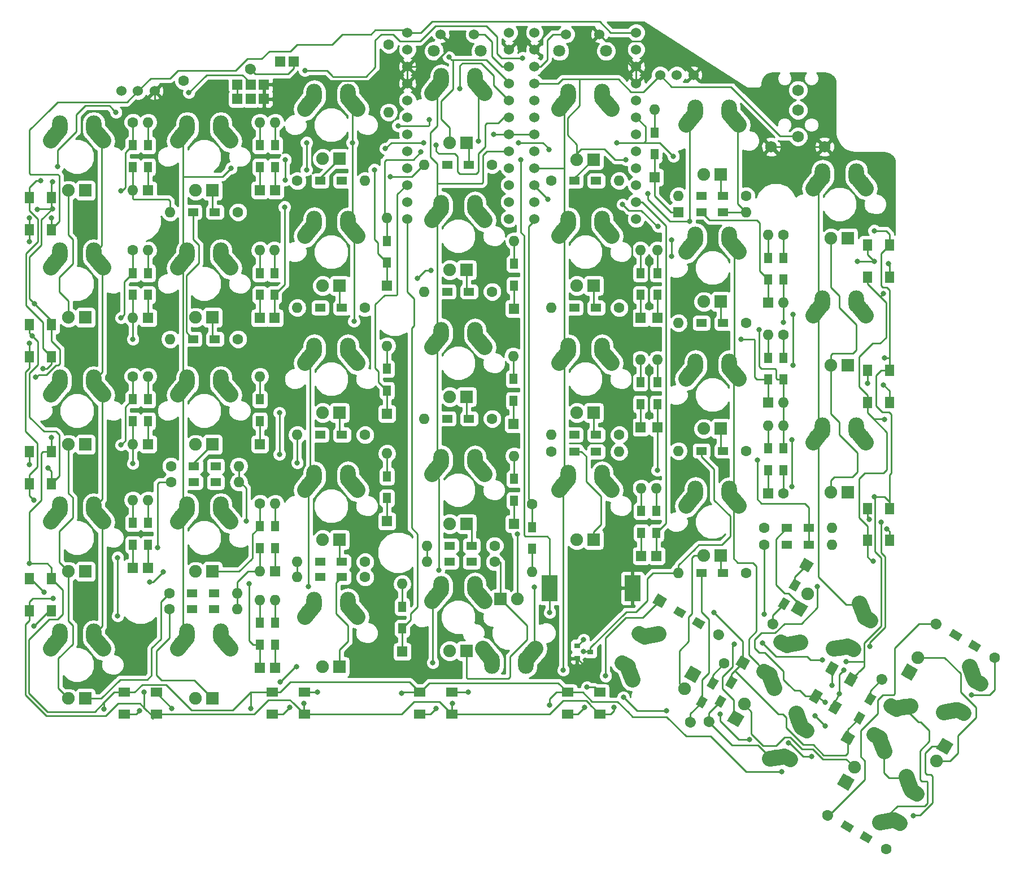
<source format=gtl>
G04 #@! TF.GenerationSoftware,KiCad,Pcbnew,(5.0.0)*
G04 #@! TF.CreationDate,2018-08-02T22:48:22+09:00*
G04 #@! TF.ProjectId,ergodash,6572676F646173682E6B696361645F70,2.0*
G04 #@! TF.SameCoordinates,Original*
G04 #@! TF.FileFunction,Copper,L1,Top,Signal*
G04 #@! TF.FilePolarity,Positive*
%FSLAX46Y46*%
G04 Gerber Fmt 4.6, Leading zero omitted, Abs format (unit mm)*
G04 Created by KiCad (PCBNEW (5.0.0)) date 08/02/18 22:48:22*
%MOMM*%
%LPD*%
G01*
G04 APERTURE LIST*
G04 #@! TA.AperFunction,ComponentPad*
%ADD10O,1.600000X1.600000*%
G04 #@! TD*
G04 #@! TA.AperFunction,ComponentPad*
%ADD11C,1.600000*%
G04 #@! TD*
G04 #@! TA.AperFunction,Conductor*
%ADD12C,1.600000*%
G04 #@! TD*
G04 #@! TA.AperFunction,ComponentPad*
%ADD13C,2.400000*%
G04 #@! TD*
G04 #@! TA.AperFunction,Conductor*
%ADD14C,2.400000*%
G04 #@! TD*
G04 #@! TA.AperFunction,ComponentPad*
%ADD15C,2.300000*%
G04 #@! TD*
G04 #@! TA.AperFunction,Conductor*
%ADD16C,2.300000*%
G04 #@! TD*
G04 #@! TA.AperFunction,ComponentPad*
%ADD17R,1.200000X1.600000*%
G04 #@! TD*
G04 #@! TA.AperFunction,ComponentPad*
%ADD18O,2.300000X3.337000*%
G04 #@! TD*
G04 #@! TA.AperFunction,SMDPad,CuDef*
%ADD19R,2.400000X4.000000*%
G04 #@! TD*
G04 #@! TA.AperFunction,ComponentPad*
%ADD20C,1.800000*%
G04 #@! TD*
G04 #@! TA.AperFunction,ComponentPad*
%ADD21C,1.524000*%
G04 #@! TD*
G04 #@! TA.AperFunction,ComponentPad*
%ADD22R,1.524000X1.524000*%
G04 #@! TD*
G04 #@! TA.AperFunction,ComponentPad*
%ADD23C,1.752600*%
G04 #@! TD*
G04 #@! TA.AperFunction,ComponentPad*
%ADD24R,1.600000X1.200000*%
G04 #@! TD*
G04 #@! TA.AperFunction,ComponentPad*
%ADD25C,1.200000*%
G04 #@! TD*
G04 #@! TA.AperFunction,Conductor*
%ADD26C,0.100000*%
G04 #@! TD*
G04 #@! TA.AperFunction,ComponentPad*
%ADD27C,1.905000*%
G04 #@! TD*
G04 #@! TA.AperFunction,ComponentPad*
%ADD28R,1.905000X1.905000*%
G04 #@! TD*
G04 #@! TA.AperFunction,SMDPad,CuDef*
%ADD29R,0.900000X0.800000*%
G04 #@! TD*
G04 #@! TA.AperFunction,ComponentPad*
%ADD30R,1.600000X1.600000*%
G04 #@! TD*
G04 #@! TA.AperFunction,SMDPad,CuDef*
%ADD31R,1.400000X1.800000*%
G04 #@! TD*
G04 #@! TA.AperFunction,SMDPad,CuDef*
%ADD32R,1.800000X1.400000*%
G04 #@! TD*
G04 #@! TA.AperFunction,SMDPad,CuDef*
%ADD33C,1.400000*%
G04 #@! TD*
G04 #@! TA.AperFunction,ViaPad*
%ADD34C,0.800000*%
G04 #@! TD*
G04 #@! TA.AperFunction,Conductor*
%ADD35C,0.254000*%
G04 #@! TD*
G04 APERTURE END LIST*
D10*
G04 #@! TO.P,R2,2*
G04 #@! TO.N,/sda/uart*
X133731000Y-51308000D03*
D11*
G04 #@! TO.P,R2,1*
G04 #@! TO.N,VCC*
X133731000Y-41148000D03*
G04 #@! TD*
G04 #@! TO.P,R1,2*
G04 #@! TO.N,/scl*
X113002647Y-44844735D03*
D12*
G04 #@! TD*
G04 #@! TO.N,/scl*
G04 #@! TO.C,R1*
X113002647Y-44844735D02*
X113002647Y-44844735D01*
D11*
G04 #@! TO.P,R1,1*
G04 #@! TO.N,VCC*
X102997000Y-46609000D03*
G04 #@! TD*
D13*
G04 #@! TO.P,SW34,1*
G04 #@! TO.N,/col4*
X169947881Y-135547022D03*
D14*
G04 #@! TD*
G04 #@! TO.N,/col4*
G04 #@! TO.C,SW34*
X170255699Y-136392745D02*
X169640063Y-134701299D01*
D13*
G04 #@! TO.P,SW34,2*
G04 #@! TO.N,Net-(D33-Pad2)*
X173307930Y-129727247D03*
D14*
G04 #@! TD*
G04 #@! TO.N,Net-(D33-Pad2)*
G04 #@! TO.C,SW34*
X172421603Y-129883530D02*
X174194257Y-129570964D01*
D15*
G04 #@! TO.P,SW34,2*
G04 #@! TO.N,Net-(D33-Pad2)*
X171654886Y-129742866D03*
D16*
G04 #@! TD*
G04 #@! TO.N,Net-(D33-Pad2)*
G04 #@! TO.C,SW34*
X171205852Y-129483616D02*
X172103920Y-130002116D01*
D15*
G04 #@! TO.P,SW34,1*
G04 #@! TO.N,/col4*
X169134886Y-134107634D03*
D16*
G04 #@! TD*
G04 #@! TO.N,/col4*
G04 #@! TO.C,SW34*
X168685852Y-133848384D02*
X169583920Y-134366884D01*
D17*
G04 #@! TO.P,R13,2*
G04 #@! TO.N,Net-(Q1-Pad1)*
X155194000Y-116798000D03*
D11*
G04 #@! TO.P,R13,1*
G04 #@! TO.N,/Backlight*
X155194000Y-110088000D03*
D10*
G04 #@! TO.P,R13,2*
G04 #@! TO.N,Net-(Q1-Pad1)*
X155194000Y-120248000D03*
D17*
G04 #@! TO.P,R13,1*
G04 #@! TO.N,/Backlight*
X155194000Y-113538000D03*
G04 #@! TD*
D13*
G04 #@! TO.P,SW38,1*
G04 #@! TO.N,/col3*
X155125049Y-132489231D03*
D14*
G04 #@! TD*
G04 #@! TO.N,/col3*
G04 #@! TO.C,SW38*
X155703558Y-131799791D02*
X154546540Y-133178671D01*
D13*
G04 #@! TO.P,SW38,2*
G04 #@! TO.N,Net-(D32-Pad2)*
X148404951Y-132489231D03*
D14*
G04 #@! TD*
G04 #@! TO.N,Net-(D32-Pad2)*
G04 #@! TO.C,SW38*
X148983460Y-133178671D02*
X147826442Y-131799791D01*
D18*
G04 #@! TO.P,SW38,2*
G04 #@! TO.N,Net-(D32-Pad2)*
X149245000Y-133913000D03*
G04 #@! TO.P,SW38,1*
G04 #@! TO.N,/col3*
X154285000Y-133913000D03*
G04 #@! TD*
D19*
G04 #@! TO.P,M1,1*
G04 #@! TO.N,GND*
X170284000Y-122682000D03*
G04 #@! TO.P,M1,2*
G04 #@! TO.N,/Audio*
X157884000Y-122682000D03*
G04 #@! TD*
D20*
G04 #@! TO.P,SW29,3*
G04 #@! TO.N,N/C*
X166314000Y-42124000D03*
X159314000Y-42124000D03*
D21*
G04 #@! TO.P,SW29,2*
G04 #@! TO.N,GND*
X165314000Y-39624000D03*
G04 #@! TO.P,SW29,1*
G04 #@! TO.N,/rst*
X160314000Y-39624000D03*
G04 #@! TD*
D20*
G04 #@! TO.P,SW37,3*
G04 #@! TO.N,N/C*
X140518000Y-42124000D03*
X147518000Y-42124000D03*
D21*
G04 #@! TO.P,SW37,2*
G04 #@! TO.N,GND*
X141518000Y-39624000D03*
G04 #@! TO.P,SW37,1*
G04 #@! TO.N,/rst*
X146518000Y-39624000D03*
G04 #@! TD*
D13*
G04 #@! TO.P,SW33,1*
G04 #@! TO.N,/col3*
X147505049Y-123955519D03*
D14*
G04 #@! TD*
G04 #@! TO.N,/col3*
G04 #@! TO.C,SW33*
X148083558Y-124644959D02*
X146926540Y-123266079D01*
D13*
G04 #@! TO.P,SW33,2*
G04 #@! TO.N,Net-(D32-Pad2)*
X140784951Y-123955519D03*
D14*
G04 #@! TD*
G04 #@! TO.N,Net-(D32-Pad2)*
G04 #@! TO.C,SW33*
X141363460Y-123266079D02*
X140206442Y-124644959D01*
D18*
G04 #@! TO.P,SW33,2*
G04 #@! TO.N,Net-(D32-Pad2)*
X141625000Y-122531750D03*
G04 #@! TO.P,SW33,1*
G04 #@! TO.N,/col3*
X146665000Y-122531750D03*
G04 #@! TD*
D13*
G04 #@! TO.P,SW12,1*
G04 #@! TO.N,/col2*
X121734951Y-107286769D03*
D14*
G04 #@! TD*
G04 #@! TO.N,/col2*
G04 #@! TO.C,SW12*
X121156442Y-107976209D02*
X122313460Y-106597329D01*
D13*
G04 #@! TO.P,SW12,2*
G04 #@! TO.N,Net-(D12-Pad2)*
X128455049Y-107286769D03*
D14*
G04 #@! TD*
G04 #@! TO.N,Net-(D12-Pad2)*
G04 #@! TO.C,SW12*
X127876540Y-106597329D02*
X129033558Y-107976209D01*
D18*
G04 #@! TO.P,SW12,2*
G04 #@! TO.N,Net-(D12-Pad2)*
X127615000Y-105863000D03*
G04 #@! TO.P,SW12,1*
G04 #@! TO.N,/col2*
X122575000Y-105863000D03*
G04 #@! TD*
D13*
G04 #@! TO.P,SW11,1*
G04 #@! TO.N,/col2*
X121734951Y-88236769D03*
D14*
G04 #@! TD*
G04 #@! TO.N,/col2*
G04 #@! TO.C,SW11*
X121156442Y-88926209D02*
X122313460Y-87547329D01*
D13*
G04 #@! TO.P,SW11,2*
G04 #@! TO.N,Net-(D11-Pad2)*
X128455049Y-88236769D03*
D14*
G04 #@! TD*
G04 #@! TO.N,Net-(D11-Pad2)*
G04 #@! TO.C,SW11*
X127876540Y-87547329D02*
X129033558Y-88926209D01*
D18*
G04 #@! TO.P,SW11,2*
G04 #@! TO.N,Net-(D11-Pad2)*
X127615000Y-86813000D03*
G04 #@! TO.P,SW11,1*
G04 #@! TO.N,/col2*
X122575000Y-86813000D03*
G04 #@! TD*
D13*
G04 #@! TO.P,SW4,1*
G04 #@! TO.N,/col0*
X90355049Y-112049269D03*
D14*
G04 #@! TD*
G04 #@! TO.N,/col0*
G04 #@! TO.C,SW4*
X90933558Y-112738709D02*
X89776540Y-111359829D01*
D13*
G04 #@! TO.P,SW4,2*
G04 #@! TO.N,Net-(D4-Pad2)*
X83634951Y-112049269D03*
D14*
G04 #@! TD*
G04 #@! TO.N,Net-(D4-Pad2)*
G04 #@! TO.C,SW4*
X84213460Y-111359829D02*
X83056442Y-112738709D01*
D18*
G04 #@! TO.P,SW4,2*
G04 #@! TO.N,Net-(D4-Pad2)*
X84475000Y-110625500D03*
G04 #@! TO.P,SW4,1*
G04 #@! TO.N,/col0*
X89515000Y-110625500D03*
G04 #@! TD*
D13*
G04 #@! TO.P,SW1,1*
G04 #@! TO.N,/col0*
X90355049Y-54899269D03*
D14*
G04 #@! TD*
G04 #@! TO.N,/col0*
G04 #@! TO.C,SW1*
X90933558Y-55588709D02*
X89776540Y-54209829D01*
D13*
G04 #@! TO.P,SW1,2*
G04 #@! TO.N,Net-(D1-Pad2)*
X83634951Y-54899269D03*
D14*
G04 #@! TD*
G04 #@! TO.N,Net-(D1-Pad2)*
G04 #@! TO.C,SW1*
X84213460Y-54209829D02*
X83056442Y-55588709D01*
D18*
G04 #@! TO.P,SW1,2*
G04 #@! TO.N,Net-(D1-Pad2)*
X84475000Y-53475500D03*
G04 #@! TO.P,SW1,1*
G04 #@! TO.N,/col0*
X89515000Y-53475500D03*
G04 #@! TD*
D13*
G04 #@! TO.P,SW21,1*
G04 #@! TO.N,/col5*
X178884951Y-52518019D03*
D14*
G04 #@! TD*
G04 #@! TO.N,/col5*
G04 #@! TO.C,SW21*
X178306442Y-53207459D02*
X179463460Y-51828579D01*
D13*
G04 #@! TO.P,SW21,2*
G04 #@! TO.N,Net-(D21-Pad2)*
X185605049Y-52518019D03*
D14*
G04 #@! TD*
G04 #@! TO.N,Net-(D21-Pad2)*
G04 #@! TO.C,SW21*
X185026540Y-51828579D02*
X186183558Y-53207459D01*
D18*
G04 #@! TO.P,SW21,2*
G04 #@! TO.N,Net-(D21-Pad2)*
X184765000Y-51094250D03*
G04 #@! TO.P,SW21,1*
G04 #@! TO.N,/col5*
X179725000Y-51094250D03*
G04 #@! TD*
D21*
G04 #@! TO.P,U6,1*
G04 #@! TO.N,/RBG*
X170815000Y-39370000D03*
G04 #@! TO.P,U6,2*
G04 #@! TO.N,/RX*
X170815000Y-41910000D03*
G04 #@! TO.P,U6,3*
G04 #@! TO.N,GND*
X170815000Y-44450000D03*
G04 #@! TO.P,U6,4*
X170815000Y-46990000D03*
G04 #@! TO.P,U6,5*
G04 #@! TO.N,/scl*
X170815000Y-49530000D03*
G04 #@! TO.P,U6,6*
G04 #@! TO.N,/sda/uart*
X170815000Y-52070000D03*
G04 #@! TO.P,U6,7*
G04 #@! TO.N,/row0*
X170815000Y-54610000D03*
G04 #@! TO.P,U6,8*
G04 #@! TO.N,/Audio*
X170815000Y-57150000D03*
G04 #@! TO.P,U6,9*
G04 #@! TO.N,/row1*
X170815000Y-59690000D03*
G04 #@! TO.P,U6,10*
G04 #@! TO.N,/row2*
X170815000Y-62230000D03*
G04 #@! TO.P,U6,11*
G04 #@! TO.N,/row3*
X170815000Y-64770000D03*
G04 #@! TO.P,U6,12*
G04 #@! TO.N,/row4*
X170815000Y-67310000D03*
G04 #@! TO.P,U6,13*
G04 #@! TO.N,/Backlight*
X155575000Y-67310000D03*
G04 #@! TO.P,U6,14*
G04 #@! TO.N,/col6*
X155575000Y-64770000D03*
G04 #@! TO.P,U6,15*
G04 #@! TO.N,/col5*
X155575000Y-62230000D03*
G04 #@! TO.P,U6,16*
G04 #@! TO.N,/col4*
X155575000Y-59690000D03*
G04 #@! TO.P,U6,17*
G04 #@! TO.N,/col3*
X155575000Y-57150000D03*
G04 #@! TO.P,U6,18*
G04 #@! TO.N,/col2*
X155575000Y-54610000D03*
G04 #@! TO.P,U6,19*
G04 #@! TO.N,/col1*
X155575000Y-52070000D03*
G04 #@! TO.P,U6,20*
G04 #@! TO.N,/col0*
X155575000Y-49530000D03*
G04 #@! TO.P,U6,21*
G04 #@! TO.N,VCC*
X155575000Y-46990000D03*
G04 #@! TO.P,U6,22*
G04 #@! TO.N,/rst*
X155575000Y-44450000D03*
G04 #@! TO.P,U6,23*
G04 #@! TO.N,GND*
X155575000Y-41910000D03*
G04 #@! TO.P,U6,24*
G04 #@! TO.N,Net-(U6-Pad24)*
X155575000Y-39370000D03*
G04 #@! TD*
D22*
G04 #@! TO.P,W1,2*
G04 #@! TO.N,/scl*
X119491000Y-43688000D03*
G04 #@! TO.P,W1,1*
G04 #@! TO.N,/xtradata*
X117491000Y-43688000D03*
G04 #@! TD*
D23*
G04 #@! TO.P,J1,3*
G04 #@! TO.N,/sda/uart*
X195072000Y-51004000D03*
G04 #@! TO.P,J1,4*
G04 #@! TO.N,GND*
X191072000Y-56504000D03*
G04 #@! TO.P,J1,1*
G04 #@! TO.N,VCC*
X195072000Y-55004000D03*
G04 #@! TO.P,J1,5*
G04 #@! TO.N,GND*
X199072000Y-56504000D03*
G04 #@! TO.P,J1,2*
G04 #@! TO.N,/xtradata*
X195072000Y-48004000D03*
G04 #@! TD*
D21*
G04 #@! TO.P,J2,2*
G04 #@! TO.N,/RBG*
X96139000Y-48133000D03*
G04 #@! TO.P,J2,1*
G04 #@! TO.N,VCC*
X93639000Y-48133000D03*
G04 #@! TO.P,J2,3*
G04 #@! TO.N,GND*
X98639000Y-48133000D03*
G04 #@! TD*
G04 #@! TO.P,J3,2*
G04 #@! TO.N,/xtradata*
X176911000Y-45720000D03*
G04 #@! TO.P,J3,1*
G04 #@! TO.N,VCC*
X174411000Y-45720000D03*
G04 #@! TO.P,J3,3*
G04 #@! TO.N,GND*
X179411000Y-45720000D03*
G04 #@! TD*
D17*
G04 #@! TO.P,R3,2*
G04 #@! TO.N,Net-(Q1-Pad3)*
X95377000Y-59542000D03*
D11*
G04 #@! TO.P,R3,1*
G04 #@! TO.N,Net-(D35-Pad1)*
X95377000Y-52832000D03*
D10*
G04 #@! TO.P,R3,2*
G04 #@! TO.N,Net-(Q1-Pad3)*
X95377000Y-62992000D03*
D17*
G04 #@! TO.P,R3,1*
G04 #@! TO.N,Net-(D35-Pad1)*
X95377000Y-56282000D03*
G04 #@! TD*
D24*
G04 #@! TO.P,R4,2*
G04 #@! TO.N,Net-(Q1-Pad3)*
X104415000Y-66294000D03*
D11*
G04 #@! TO.P,R4,1*
G04 #@! TO.N,Net-(D36-Pad1)*
X111125000Y-66294000D03*
D10*
G04 #@! TO.P,R4,2*
G04 #@! TO.N,Net-(Q1-Pad3)*
X100965000Y-66294000D03*
D24*
G04 #@! TO.P,R4,1*
G04 #@! TO.N,Net-(D36-Pad1)*
X107675000Y-66294000D03*
G04 #@! TD*
G04 #@! TO.P,R5,2*
G04 #@! TO.N,Net-(Q1-Pad3)*
X126725000Y-61595000D03*
D11*
G04 #@! TO.P,R5,1*
G04 #@! TO.N,Net-(D37-Pad1)*
X120015000Y-61595000D03*
D10*
G04 #@! TO.P,R5,2*
G04 #@! TO.N,Net-(Q1-Pad3)*
X130175000Y-61595000D03*
D24*
G04 #@! TO.P,R5,1*
G04 #@! TO.N,Net-(D37-Pad1)*
X123465000Y-61595000D03*
G04 #@! TD*
G04 #@! TO.P,R6,2*
G04 #@! TO.N,Net-(Q1-Pad3)*
X142515000Y-59182000D03*
D11*
G04 #@! TO.P,R6,1*
G04 #@! TO.N,Net-(D38-Pad1)*
X149225000Y-59182000D03*
D10*
G04 #@! TO.P,R6,2*
G04 #@! TO.N,Net-(Q1-Pad3)*
X139065000Y-59182000D03*
D24*
G04 #@! TO.P,R6,1*
G04 #@! TO.N,Net-(D38-Pad1)*
X145775000Y-59182000D03*
G04 #@! TD*
G04 #@! TO.P,R7,2*
G04 #@! TO.N,Net-(Q1-Pad3)*
X164825000Y-61595000D03*
D11*
G04 #@! TO.P,R7,1*
G04 #@! TO.N,Net-(D39-Pad1)*
X158115000Y-61595000D03*
D10*
G04 #@! TO.P,R7,2*
G04 #@! TO.N,Net-(Q1-Pad3)*
X168275000Y-61595000D03*
D24*
G04 #@! TO.P,R7,1*
G04 #@! TO.N,Net-(D39-Pad1)*
X161565000Y-61595000D03*
G04 #@! TD*
G04 #@! TO.P,R8,2*
G04 #@! TO.N,Net-(Q1-Pad3)*
X180615000Y-63881000D03*
D11*
G04 #@! TO.P,R8,1*
G04 #@! TO.N,Net-(D40-Pad1)*
X187325000Y-63881000D03*
D10*
G04 #@! TO.P,R8,2*
G04 #@! TO.N,Net-(Q1-Pad3)*
X177165000Y-63881000D03*
D24*
G04 #@! TO.P,R8,1*
G04 #@! TO.N,Net-(D40-Pad1)*
X183875000Y-63881000D03*
G04 #@! TD*
D17*
G04 #@! TO.P,R9,2*
G04 #@! TO.N,Net-(Q1-Pad3)*
X192913000Y-76433000D03*
D11*
G04 #@! TO.P,R9,1*
G04 #@! TO.N,Net-(D41-Pad1)*
X192913000Y-69723000D03*
D10*
G04 #@! TO.P,R9,2*
G04 #@! TO.N,Net-(Q1-Pad3)*
X192913000Y-79883000D03*
D17*
G04 #@! TO.P,R9,1*
G04 #@! TO.N,Net-(D41-Pad1)*
X192913000Y-73173000D03*
G04 #@! TD*
G04 #@! TO.P,R10,2*
G04 #@! TO.N,Net-(Q1-Pad3)*
X95377000Y-78719000D03*
D11*
G04 #@! TO.P,R10,1*
G04 #@! TO.N,Net-(D42-Pad1)*
X95377000Y-72009000D03*
D10*
G04 #@! TO.P,R10,2*
G04 #@! TO.N,Net-(Q1-Pad3)*
X95377000Y-82169000D03*
D17*
G04 #@! TO.P,R10,1*
G04 #@! TO.N,Net-(D42-Pad1)*
X95377000Y-75459000D03*
G04 #@! TD*
D24*
G04 #@! TO.P,R11,2*
G04 #@! TO.N,Net-(Q1-Pad3)*
X104415000Y-85344000D03*
D11*
G04 #@! TO.P,R11,1*
G04 #@! TO.N,Net-(D43-Pad1)*
X111125000Y-85344000D03*
D10*
G04 #@! TO.P,R11,2*
G04 #@! TO.N,Net-(Q1-Pad3)*
X100965000Y-85344000D03*
D24*
G04 #@! TO.P,R11,1*
G04 #@! TO.N,Net-(D43-Pad1)*
X107675000Y-85344000D03*
G04 #@! TD*
G04 #@! TO.P,R12,2*
G04 #@! TO.N,Net-(Q1-Pad3)*
X123465000Y-80645000D03*
D11*
G04 #@! TO.P,R12,1*
G04 #@! TO.N,Net-(D44-Pad1)*
X130175000Y-80645000D03*
D10*
G04 #@! TO.P,R12,2*
G04 #@! TO.N,Net-(Q1-Pad3)*
X120015000Y-80645000D03*
D24*
G04 #@! TO.P,R12,1*
G04 #@! TO.N,Net-(D44-Pad1)*
X126725000Y-80645000D03*
G04 #@! TD*
G04 #@! TO.P,R15,2*
G04 #@! TO.N,Net-(Q1-Pad3)*
X142515000Y-78232000D03*
D11*
G04 #@! TO.P,R15,1*
G04 #@! TO.N,Net-(D45-Pad1)*
X149225000Y-78232000D03*
D10*
G04 #@! TO.P,R15,2*
G04 #@! TO.N,Net-(Q1-Pad3)*
X139065000Y-78232000D03*
D24*
G04 #@! TO.P,R15,1*
G04 #@! TO.N,Net-(D45-Pad1)*
X145775000Y-78232000D03*
G04 #@! TD*
G04 #@! TO.P,R16,2*
G04 #@! TO.N,Net-(Q1-Pad3)*
X161565000Y-80645000D03*
D11*
G04 #@! TO.P,R16,1*
G04 #@! TO.N,Net-(D46-Pad1)*
X168275000Y-80645000D03*
D10*
G04 #@! TO.P,R16,2*
G04 #@! TO.N,Net-(Q1-Pad3)*
X158115000Y-80645000D03*
D24*
G04 #@! TO.P,R16,1*
G04 #@! TO.N,Net-(D46-Pad1)*
X164825000Y-80645000D03*
G04 #@! TD*
G04 #@! TO.P,R17,2*
G04 #@! TO.N,Net-(Q1-Pad3)*
X180615000Y-82931000D03*
D11*
G04 #@! TO.P,R17,1*
G04 #@! TO.N,Net-(D47-Pad1)*
X187325000Y-82931000D03*
D10*
G04 #@! TO.P,R17,2*
G04 #@! TO.N,Net-(Q1-Pad3)*
X177165000Y-82931000D03*
D24*
G04 #@! TO.P,R17,1*
G04 #@! TO.N,Net-(D47-Pad1)*
X183875000Y-82931000D03*
G04 #@! TD*
D17*
G04 #@! TO.P,R18,2*
G04 #@! TO.N,Net-(Q1-Pad3)*
X192913000Y-91419000D03*
D11*
G04 #@! TO.P,R18,1*
G04 #@! TO.N,Net-(D48-Pad1)*
X192913000Y-84709000D03*
D10*
G04 #@! TO.P,R18,2*
G04 #@! TO.N,Net-(Q1-Pad3)*
X192913000Y-94869000D03*
D17*
G04 #@! TO.P,R18,1*
G04 #@! TO.N,Net-(D48-Pad1)*
X192913000Y-88159000D03*
G04 #@! TD*
G04 #@! TO.P,R19,2*
G04 #@! TO.N,Net-(Q1-Pad3)*
X95377000Y-97642000D03*
D11*
G04 #@! TO.P,R19,1*
G04 #@! TO.N,Net-(D49-Pad1)*
X95377000Y-90932000D03*
D10*
G04 #@! TO.P,R19,2*
G04 #@! TO.N,Net-(Q1-Pad3)*
X95377000Y-101092000D03*
D17*
G04 #@! TO.P,R19,1*
G04 #@! TO.N,Net-(D49-Pad1)*
X95377000Y-94382000D03*
G04 #@! TD*
D24*
G04 #@! TO.P,R20,2*
G04 #@! TO.N,Net-(Q1-Pad3)*
X107802000Y-104394000D03*
D11*
G04 #@! TO.P,R20,1*
G04 #@! TO.N,Net-(D50-Pad1)*
X101092000Y-104394000D03*
D10*
G04 #@! TO.P,R20,2*
G04 #@! TO.N,Net-(Q1-Pad3)*
X111252000Y-104394000D03*
D24*
G04 #@! TO.P,R20,1*
G04 #@! TO.N,Net-(D50-Pad1)*
X104542000Y-104394000D03*
G04 #@! TD*
G04 #@! TO.P,R21,2*
G04 #@! TO.N,Net-(Q1-Pad3)*
X123465000Y-99695000D03*
D11*
G04 #@! TO.P,R21,1*
G04 #@! TO.N,Net-(D51-Pad1)*
X130175000Y-99695000D03*
D10*
G04 #@! TO.P,R21,2*
G04 #@! TO.N,Net-(Q1-Pad3)*
X120015000Y-99695000D03*
D24*
G04 #@! TO.P,R21,1*
G04 #@! TO.N,Net-(D51-Pad1)*
X126725000Y-99695000D03*
G04 #@! TD*
G04 #@! TO.P,R22,2*
G04 #@! TO.N,Net-(Q1-Pad3)*
X142515000Y-97282000D03*
D11*
G04 #@! TO.P,R22,1*
G04 #@! TO.N,Net-(D52-Pad1)*
X149225000Y-97282000D03*
D10*
G04 #@! TO.P,R22,2*
G04 #@! TO.N,Net-(Q1-Pad3)*
X139065000Y-97282000D03*
D24*
G04 #@! TO.P,R22,1*
G04 #@! TO.N,Net-(D52-Pad1)*
X145775000Y-97282000D03*
G04 #@! TD*
G04 #@! TO.P,R23,2*
G04 #@! TO.N,Net-(Q1-Pad3)*
X161565000Y-99695000D03*
D11*
G04 #@! TO.P,R23,1*
G04 #@! TO.N,Net-(D53-Pad1)*
X168275000Y-99695000D03*
D10*
G04 #@! TO.P,R23,2*
G04 #@! TO.N,Net-(Q1-Pad3)*
X158115000Y-99695000D03*
D24*
G04 #@! TO.P,R23,1*
G04 #@! TO.N,Net-(D53-Pad1)*
X164825000Y-99695000D03*
G04 #@! TD*
G04 #@! TO.P,R24,2*
G04 #@! TO.N,Net-(Q1-Pad3)*
X180615000Y-102108000D03*
D11*
G04 #@! TO.P,R24,1*
G04 #@! TO.N,Net-(D54-Pad1)*
X187325000Y-102108000D03*
D10*
G04 #@! TO.P,R24,2*
G04 #@! TO.N,Net-(Q1-Pad3)*
X177165000Y-102108000D03*
D24*
G04 #@! TO.P,R24,1*
G04 #@! TO.N,Net-(D54-Pad1)*
X183875000Y-102108000D03*
G04 #@! TD*
D17*
G04 #@! TO.P,R25,2*
G04 #@! TO.N,Net-(Q1-Pad3)*
X192913000Y-101748000D03*
D11*
G04 #@! TO.P,R25,1*
G04 #@! TO.N,Net-(D55-Pad1)*
X192913000Y-108458000D03*
D10*
G04 #@! TO.P,R25,2*
G04 #@! TO.N,Net-(Q1-Pad3)*
X192913000Y-98298000D03*
D17*
G04 #@! TO.P,R25,1*
G04 #@! TO.N,Net-(D55-Pad1)*
X192913000Y-105008000D03*
G04 #@! TD*
D24*
G04 #@! TO.P,R26,2*
G04 #@! TO.N,Net-(Q1-Pad3)*
X107802000Y-106807000D03*
D11*
G04 #@! TO.P,R26,1*
G04 #@! TO.N,Net-(D56-Pad1)*
X101092000Y-106807000D03*
D10*
G04 #@! TO.P,R26,2*
G04 #@! TO.N,Net-(Q1-Pad3)*
X111252000Y-106807000D03*
D24*
G04 #@! TO.P,R26,1*
G04 #@! TO.N,Net-(D56-Pad1)*
X104542000Y-106807000D03*
G04 #@! TD*
D17*
G04 #@! TO.P,R27,2*
G04 #@! TO.N,Net-(Q1-Pad3)*
X114427000Y-116692000D03*
D11*
G04 #@! TO.P,R27,1*
G04 #@! TO.N,Net-(D57-Pad1)*
X114427000Y-109982000D03*
D10*
G04 #@! TO.P,R27,2*
G04 #@! TO.N,Net-(Q1-Pad3)*
X114427000Y-120142000D03*
D17*
G04 #@! TO.P,R27,1*
G04 #@! TO.N,Net-(D57-Pad1)*
X114427000Y-113432000D03*
G04 #@! TD*
D24*
G04 #@! TO.P,R28,2*
G04 #@! TO.N,Net-(Q1-Pad3)*
X123465000Y-118745000D03*
D11*
G04 #@! TO.P,R28,1*
G04 #@! TO.N,Net-(D58-Pad1)*
X130175000Y-118745000D03*
D10*
G04 #@! TO.P,R28,2*
G04 #@! TO.N,Net-(Q1-Pad3)*
X120015000Y-118745000D03*
D24*
G04 #@! TO.P,R28,1*
G04 #@! TO.N,Net-(D58-Pad1)*
X126725000Y-118745000D03*
G04 #@! TD*
G04 #@! TO.P,R29,2*
G04 #@! TO.N,Net-(Q1-Pad3)*
X142896000Y-116332000D03*
D11*
G04 #@! TO.P,R29,1*
G04 #@! TO.N,Net-(D59-Pad1)*
X149606000Y-116332000D03*
D10*
G04 #@! TO.P,R29,2*
G04 #@! TO.N,Net-(Q1-Pad3)*
X139446000Y-116332000D03*
D24*
G04 #@! TO.P,R29,1*
G04 #@! TO.N,Net-(D59-Pad1)*
X146156000Y-116332000D03*
G04 #@! TD*
G04 #@! TO.P,R30,2*
G04 #@! TO.N,Net-(Q1-Pad3)*
X164825000Y-102235000D03*
D11*
G04 #@! TO.P,R30,1*
G04 #@! TO.N,Net-(D60-Pad1)*
X158115000Y-102235000D03*
D10*
G04 #@! TO.P,R30,2*
G04 #@! TO.N,Net-(Q1-Pad3)*
X168275000Y-102235000D03*
D24*
G04 #@! TO.P,R30,1*
G04 #@! TO.N,Net-(D60-Pad1)*
X161565000Y-102235000D03*
G04 #@! TD*
G04 #@! TO.P,R31,2*
G04 #@! TO.N,Net-(Q1-Pad3)*
X180615000Y-120396000D03*
D11*
G04 #@! TO.P,R31,1*
G04 #@! TO.N,Net-(D61-Pad1)*
X187325000Y-120396000D03*
D10*
G04 #@! TO.P,R31,2*
G04 #@! TO.N,Net-(Q1-Pad3)*
X177165000Y-120396000D03*
D24*
G04 #@! TO.P,R31,1*
G04 #@! TO.N,Net-(D61-Pad1)*
X183875000Y-120396000D03*
G04 #@! TD*
D25*
G04 #@! TO.P,R32,2*
G04 #@! TO.N,Net-(Q1-Pad3)*
X180668000Y-139796030D03*
D26*
G04 #@! TD*
G04 #@! TO.N,Net-(Q1-Pad3)*
G04 #@! TO.C,R32*
G36*
X180548385Y-138803210D02*
X181587615Y-139403210D01*
X180787615Y-140788850D01*
X179748385Y-140188850D01*
X180548385Y-138803210D01*
X180548385Y-138803210D01*
G37*
D11*
G04 #@! TO.P,R32,1*
G04 #@! TO.N,Net-(D62-Pad1)*
X184023000Y-133985000D03*
G04 #@! TO.P,R32,2*
G04 #@! TO.N,Net-(Q1-Pad3)*
X178943000Y-142783818D03*
D12*
G04 #@! TD*
G04 #@! TO.N,Net-(Q1-Pad3)*
G04 #@! TO.C,R32*
X178943000Y-142783818D02*
X178943000Y-142783818D01*
D25*
G04 #@! TO.P,R32,1*
G04 #@! TO.N,Net-(D62-Pad1)*
X182298000Y-136972788D03*
D26*
G04 #@! TD*
G04 #@! TO.N,Net-(D62-Pad1)*
G04 #@! TO.C,R32*
G36*
X182178385Y-135979968D02*
X183217615Y-136579968D01*
X182417615Y-137965608D01*
X181378385Y-137365608D01*
X182178385Y-135979968D01*
X182178385Y-135979968D01*
G37*
D24*
G04 #@! TO.P,R33,2*
G04 #@! TO.N,Net-(Q1-Pad3)*
X107548000Y-123444000D03*
D11*
G04 #@! TO.P,R33,1*
G04 #@! TO.N,Net-(D63-Pad1)*
X100838000Y-123444000D03*
D10*
G04 #@! TO.P,R33,2*
G04 #@! TO.N,Net-(Q1-Pad3)*
X110998000Y-123444000D03*
D24*
G04 #@! TO.P,R33,1*
G04 #@! TO.N,Net-(D63-Pad1)*
X104288000Y-123444000D03*
G04 #@! TD*
G04 #@! TO.P,R34,2*
G04 #@! TO.N,Net-(Q1-Pad3)*
X107548000Y-125857000D03*
D11*
G04 #@! TO.P,R34,1*
G04 #@! TO.N,Net-(D64-Pad1)*
X100838000Y-125857000D03*
D10*
G04 #@! TO.P,R34,2*
G04 #@! TO.N,Net-(Q1-Pad3)*
X110998000Y-125857000D03*
D24*
G04 #@! TO.P,R34,1*
G04 #@! TO.N,Net-(D64-Pad1)*
X104288000Y-125857000D03*
G04 #@! TD*
G04 #@! TO.P,R35,2*
G04 #@! TO.N,Net-(Q1-Pad3)*
X123465000Y-121031000D03*
D11*
G04 #@! TO.P,R35,1*
G04 #@! TO.N,Net-(D65-Pad1)*
X130175000Y-121031000D03*
D10*
G04 #@! TO.P,R35,2*
G04 #@! TO.N,Net-(Q1-Pad3)*
X120015000Y-121031000D03*
D24*
G04 #@! TO.P,R35,1*
G04 #@! TO.N,Net-(D65-Pad1)*
X126725000Y-121031000D03*
G04 #@! TD*
G04 #@! TO.P,R36,2*
G04 #@! TO.N,Net-(Q1-Pad3)*
X142896000Y-118745000D03*
D11*
G04 #@! TO.P,R36,1*
G04 #@! TO.N,Net-(D66-Pad1)*
X149606000Y-118745000D03*
D10*
G04 #@! TO.P,R36,2*
G04 #@! TO.N,Net-(Q1-Pad3)*
X139446000Y-118745000D03*
D24*
G04 #@! TO.P,R36,1*
G04 #@! TO.N,Net-(D66-Pad1)*
X146156000Y-118745000D03*
G04 #@! TD*
D27*
G04 #@! TO.P,D35,2*
G04 #@! TO.N,VCC*
X85725000Y-63055500D03*
D28*
G04 #@! TO.P,D35,1*
G04 #@! TO.N,Net-(D35-Pad1)*
X88265000Y-63055500D03*
G04 #@! TD*
D27*
G04 #@! TO.P,D36,2*
G04 #@! TO.N,VCC*
X104775000Y-63055500D03*
D28*
G04 #@! TO.P,D36,1*
G04 #@! TO.N,Net-(D36-Pad1)*
X107315000Y-63055500D03*
G04 #@! TD*
D27*
G04 #@! TO.P,D37,2*
G04 #@! TO.N,VCC*
X123825000Y-58293000D03*
D28*
G04 #@! TO.P,D37,1*
G04 #@! TO.N,Net-(D37-Pad1)*
X126365000Y-58293000D03*
G04 #@! TD*
D27*
G04 #@! TO.P,D38,2*
G04 #@! TO.N,VCC*
X142875000Y-55911750D03*
D28*
G04 #@! TO.P,D38,1*
G04 #@! TO.N,Net-(D38-Pad1)*
X145415000Y-55911750D03*
G04 #@! TD*
D27*
G04 #@! TO.P,D39,2*
G04 #@! TO.N,VCC*
X161925000Y-58420000D03*
D28*
G04 #@! TO.P,D39,1*
G04 #@! TO.N,Net-(D39-Pad1)*
X164465000Y-58420000D03*
G04 #@! TD*
D27*
G04 #@! TO.P,D40,2*
G04 #@! TO.N,VCC*
X180975000Y-60674250D03*
D28*
G04 #@! TO.P,D40,1*
G04 #@! TO.N,Net-(D40-Pad1)*
X183515000Y-60674250D03*
G04 #@! TD*
D27*
G04 #@! TO.P,D41,2*
G04 #@! TO.N,VCC*
X200025000Y-70199250D03*
D28*
G04 #@! TO.P,D41,1*
G04 #@! TO.N,Net-(D41-Pad1)*
X202565000Y-70199250D03*
G04 #@! TD*
D27*
G04 #@! TO.P,D42,2*
G04 #@! TO.N,VCC*
X85725000Y-82105500D03*
D28*
G04 #@! TO.P,D42,1*
G04 #@! TO.N,Net-(D42-Pad1)*
X88265000Y-82105500D03*
G04 #@! TD*
D27*
G04 #@! TO.P,D43,2*
G04 #@! TO.N,VCC*
X104775000Y-82105500D03*
D28*
G04 #@! TO.P,D43,1*
G04 #@! TO.N,Net-(D43-Pad1)*
X107315000Y-82105500D03*
G04 #@! TD*
D27*
G04 #@! TO.P,D44,2*
G04 #@! TO.N,VCC*
X123825000Y-77343000D03*
D28*
G04 #@! TO.P,D44,1*
G04 #@! TO.N,Net-(D44-Pad1)*
X126365000Y-77343000D03*
G04 #@! TD*
D27*
G04 #@! TO.P,D45,2*
G04 #@! TO.N,VCC*
X142875000Y-74961750D03*
D28*
G04 #@! TO.P,D45,1*
G04 #@! TO.N,Net-(D45-Pad1)*
X145415000Y-74961750D03*
G04 #@! TD*
D27*
G04 #@! TO.P,D46,2*
G04 #@! TO.N,VCC*
X161925000Y-77343000D03*
D28*
G04 #@! TO.P,D46,1*
G04 #@! TO.N,Net-(D46-Pad1)*
X164465000Y-77343000D03*
G04 #@! TD*
D27*
G04 #@! TO.P,D47,2*
G04 #@! TO.N,VCC*
X180975000Y-79724250D03*
D28*
G04 #@! TO.P,D47,1*
G04 #@! TO.N,Net-(D47-Pad1)*
X183515000Y-79724250D03*
G04 #@! TD*
D27*
G04 #@! TO.P,D48,2*
G04 #@! TO.N,VCC*
X200025000Y-89249250D03*
D28*
G04 #@! TO.P,D48,1*
G04 #@! TO.N,Net-(D48-Pad1)*
X202565000Y-89249250D03*
G04 #@! TD*
D27*
G04 #@! TO.P,D49,2*
G04 #@! TO.N,VCC*
X85725000Y-101155500D03*
D28*
G04 #@! TO.P,D49,1*
G04 #@! TO.N,Net-(D49-Pad1)*
X88265000Y-101155500D03*
G04 #@! TD*
D27*
G04 #@! TO.P,D50,2*
G04 #@! TO.N,VCC*
X104775000Y-101155500D03*
D28*
G04 #@! TO.P,D50,1*
G04 #@! TO.N,Net-(D50-Pad1)*
X107315000Y-101155500D03*
G04 #@! TD*
D27*
G04 #@! TO.P,D51,2*
G04 #@! TO.N,VCC*
X123825000Y-96393000D03*
D28*
G04 #@! TO.P,D51,1*
G04 #@! TO.N,Net-(D51-Pad1)*
X126365000Y-96393000D03*
G04 #@! TD*
D27*
G04 #@! TO.P,D52,2*
G04 #@! TO.N,VCC*
X142875000Y-94011750D03*
D28*
G04 #@! TO.P,D52,1*
G04 #@! TO.N,Net-(D52-Pad1)*
X145415000Y-94011750D03*
G04 #@! TD*
D27*
G04 #@! TO.P,D53,2*
G04 #@! TO.N,VCC*
X161925000Y-96393000D03*
D28*
G04 #@! TO.P,D53,1*
G04 #@! TO.N,Net-(D53-Pad1)*
X164465000Y-96393000D03*
G04 #@! TD*
D27*
G04 #@! TO.P,D54,2*
G04 #@! TO.N,VCC*
X180975000Y-98774250D03*
D28*
G04 #@! TO.P,D54,1*
G04 #@! TO.N,Net-(D54-Pad1)*
X183515000Y-98774250D03*
G04 #@! TD*
D27*
G04 #@! TO.P,D55,2*
G04 #@! TO.N,VCC*
X200025000Y-108299250D03*
D28*
G04 #@! TO.P,D55,1*
G04 #@! TO.N,Net-(D55-Pad1)*
X202565000Y-108299250D03*
G04 #@! TD*
D27*
G04 #@! TO.P,D56,2*
G04 #@! TO.N,VCC*
X85725000Y-120205500D03*
D28*
G04 #@! TO.P,D56,1*
G04 #@! TO.N,Net-(D56-Pad1)*
X88265000Y-120205500D03*
G04 #@! TD*
D27*
G04 #@! TO.P,D57,2*
G04 #@! TO.N,VCC*
X104775000Y-120205500D03*
D28*
G04 #@! TO.P,D57,1*
G04 #@! TO.N,Net-(D57-Pad1)*
X107315000Y-120205500D03*
G04 #@! TD*
D27*
G04 #@! TO.P,D58,2*
G04 #@! TO.N,VCC*
X123825000Y-115443000D03*
D28*
G04 #@! TO.P,D58,1*
G04 #@! TO.N,Net-(D58-Pad1)*
X126365000Y-115443000D03*
G04 #@! TD*
D27*
G04 #@! TO.P,D59,2*
G04 #@! TO.N,VCC*
X142875000Y-113061750D03*
D28*
G04 #@! TO.P,D59,1*
G04 #@! TO.N,Net-(D59-Pad1)*
X145415000Y-113061750D03*
G04 #@! TD*
D27*
G04 #@! TO.P,D60,2*
G04 #@! TO.N,VCC*
X161925000Y-115443000D03*
D28*
G04 #@! TO.P,D60,1*
G04 #@! TO.N,Net-(D60-Pad1)*
X164465000Y-115443000D03*
G04 #@! TD*
D27*
G04 #@! TO.P,D61,2*
G04 #@! TO.N,VCC*
X180975000Y-117824250D03*
D28*
G04 #@! TO.P,D61,1*
G04 #@! TO.N,Net-(D61-Pad1)*
X183515000Y-117824250D03*
G04 #@! TD*
D27*
G04 #@! TO.P,D62,2*
G04 #@! TO.N,VCC*
X178056409Y-137815102D03*
G04 #@! TO.P,D62,1*
G04 #@! TO.N,Net-(D62-Pad1)*
X179326409Y-135615398D03*
D26*
G04 #@! TD*
G04 #@! TO.N,Net-(D62-Pad1)*
G04 #@! TO.C,D62*
G36*
X179675048Y-136916537D02*
X178025270Y-135964037D01*
X178977770Y-134314259D01*
X180627548Y-135266759D01*
X179675048Y-136916537D01*
X179675048Y-136916537D01*
G37*
D27*
G04 #@! TO.P,D63,2*
G04 #@! TO.N,VCC*
X85725000Y-139255500D03*
D28*
G04 #@! TO.P,D63,1*
G04 #@! TO.N,Net-(D63-Pad1)*
X88265000Y-139255500D03*
G04 #@! TD*
D27*
G04 #@! TO.P,D64,2*
G04 #@! TO.N,VCC*
X104775000Y-139255500D03*
D28*
G04 #@! TO.P,D64,1*
G04 #@! TO.N,Net-(D64-Pad1)*
X107315000Y-139255500D03*
G04 #@! TD*
D27*
G04 #@! TO.P,D65,2*
G04 #@! TO.N,VCC*
X123825000Y-134493000D03*
D28*
G04 #@! TO.P,D65,1*
G04 #@! TO.N,Net-(D65-Pad1)*
X126365000Y-134493000D03*
G04 #@! TD*
D27*
G04 #@! TO.P,D66,2*
G04 #@! TO.N,VCC*
X142875000Y-132111750D03*
D28*
G04 #@! TO.P,D66,1*
G04 #@! TO.N,Net-(D66-Pad1)*
X145415000Y-132111750D03*
G04 #@! TD*
D21*
G04 #@! TO.P,U3,1*
G04 #@! TO.N,/RBG*
X136525000Y-39370000D03*
G04 #@! TO.P,U3,2*
G04 #@! TO.N,/RX*
X136525000Y-41910000D03*
G04 #@! TO.P,U3,3*
G04 #@! TO.N,GND*
X136525000Y-44450000D03*
G04 #@! TO.P,U3,4*
X136525000Y-46990000D03*
G04 #@! TO.P,U3,5*
G04 #@! TO.N,/scl*
X136525000Y-49530000D03*
G04 #@! TO.P,U3,6*
G04 #@! TO.N,/sda/uart*
X136525000Y-52070000D03*
G04 #@! TO.P,U3,7*
G04 #@! TO.N,/row0*
X136525000Y-54610000D03*
G04 #@! TO.P,U3,8*
G04 #@! TO.N,/Audio*
X136525000Y-57150000D03*
G04 #@! TO.P,U3,9*
G04 #@! TO.N,/row1*
X136525000Y-59690000D03*
G04 #@! TO.P,U3,10*
G04 #@! TO.N,/row2*
X136525000Y-62230000D03*
G04 #@! TO.P,U3,11*
G04 #@! TO.N,/row3*
X136525000Y-64770000D03*
G04 #@! TO.P,U3,12*
G04 #@! TO.N,/row4*
X136525000Y-67310000D03*
G04 #@! TO.P,U3,13*
G04 #@! TO.N,/Backlight*
X151765000Y-67310000D03*
G04 #@! TO.P,U3,14*
G04 #@! TO.N,/col6*
X151765000Y-64770000D03*
G04 #@! TO.P,U3,15*
G04 #@! TO.N,/col5*
X151765000Y-62230000D03*
G04 #@! TO.P,U3,16*
G04 #@! TO.N,/col4*
X151765000Y-59690000D03*
G04 #@! TO.P,U3,17*
G04 #@! TO.N,/col3*
X151765000Y-57150000D03*
G04 #@! TO.P,U3,18*
G04 #@! TO.N,/col2*
X151765000Y-54610000D03*
G04 #@! TO.P,U3,19*
G04 #@! TO.N,/col1*
X151765000Y-52070000D03*
G04 #@! TO.P,U3,20*
G04 #@! TO.N,/col0*
X151765000Y-49530000D03*
G04 #@! TO.P,U3,21*
G04 #@! TO.N,VCC*
X151765000Y-46990000D03*
G04 #@! TO.P,U3,22*
G04 #@! TO.N,/rst*
X151765000Y-44450000D03*
G04 #@! TO.P,U3,23*
G04 #@! TO.N,GND*
X151765000Y-41910000D03*
G04 #@! TO.P,U3,24*
G04 #@! TO.N,Net-(U3-Pad24)*
X151765000Y-39370000D03*
G04 #@! TD*
D27*
G04 #@! TO.P,D67,2*
G04 #@! TO.N,VCC*
X153035000Y-124333000D03*
D28*
G04 #@! TO.P,D67,1*
G04 #@! TO.N,Net-(D66-Pad1)*
X150495000Y-124333000D03*
G04 #@! TD*
D25*
G04 #@! TO.P,D68,2*
G04 #@! TO.N,Net-(D68-Pad2)*
X205920000Y-139349970D03*
D26*
G04 #@! TD*
G04 #@! TO.N,Net-(D68-Pad2)*
G04 #@! TO.C,D68*
G36*
X206039615Y-140342790D02*
X205000385Y-139742790D01*
X205800385Y-138357150D01*
X206839615Y-138957150D01*
X206039615Y-140342790D01*
X206039615Y-140342790D01*
G37*
D11*
G04 #@! TO.P,D68,1*
G04 #@! TO.N,/row4*
X202565000Y-145161000D03*
D26*
G04 #@! TD*
G04 #@! TO.N,/row4*
G04 #@! TO.C,D68*
G36*
X202857820Y-146253820D02*
X201472180Y-145453820D01*
X202272180Y-144068180D01*
X203657820Y-144868180D01*
X202857820Y-146253820D01*
X202857820Y-146253820D01*
G37*
D11*
G04 #@! TO.P,D68,2*
G04 #@! TO.N,Net-(D68-Pad2)*
X207645000Y-136362182D03*
D12*
G04 #@! TD*
G04 #@! TO.N,Net-(D68-Pad2)*
G04 #@! TO.C,D68*
X207645000Y-136362182D02*
X207645000Y-136362182D01*
D25*
G04 #@! TO.P,D68,1*
G04 #@! TO.N,/row4*
X204290000Y-142173212D03*
D26*
G04 #@! TD*
G04 #@! TO.N,/row4*
G04 #@! TO.C,D68*
G36*
X204409615Y-143166032D02*
X203370385Y-142566032D01*
X204170385Y-141180392D01*
X205209615Y-141780392D01*
X204409615Y-143166032D01*
X204409615Y-143166032D01*
G37*
D29*
G04 #@! TO.P,Q1,1*
G04 #@! TO.N,Net-(Q1-Pad1)*
X161957000Y-131323000D03*
G04 #@! TO.P,Q1,2*
G04 #@! TO.N,GND*
X161957000Y-133223000D03*
G04 #@! TO.P,Q1,3*
G04 #@! TO.N,Net-(Q1-Pad3)*
X163957000Y-132273000D03*
G04 #@! TD*
D13*
G04 #@! TO.P,SW2,1*
G04 #@! TO.N,/col0*
X90355049Y-73949269D03*
D14*
G04 #@! TD*
G04 #@! TO.N,/col0*
G04 #@! TO.C,SW2*
X90933558Y-74638709D02*
X89776540Y-73259829D01*
D13*
G04 #@! TO.P,SW2,2*
G04 #@! TO.N,Net-(D2-Pad2)*
X83634951Y-73949269D03*
D14*
G04 #@! TD*
G04 #@! TO.N,Net-(D2-Pad2)*
G04 #@! TO.C,SW2*
X84213460Y-73259829D02*
X83056442Y-74638709D01*
D18*
G04 #@! TO.P,SW2,2*
G04 #@! TO.N,Net-(D2-Pad2)*
X84475000Y-72525500D03*
G04 #@! TO.P,SW2,1*
G04 #@! TO.N,/col0*
X89515000Y-72525500D03*
G04 #@! TD*
D13*
G04 #@! TO.P,SW3,1*
G04 #@! TO.N,/col0*
X90355049Y-92999269D03*
D14*
G04 #@! TD*
G04 #@! TO.N,/col0*
G04 #@! TO.C,SW3*
X90933558Y-93688709D02*
X89776540Y-92309829D01*
D13*
G04 #@! TO.P,SW3,2*
G04 #@! TO.N,Net-(D3-Pad2)*
X83634951Y-92999269D03*
D14*
G04 #@! TD*
G04 #@! TO.N,Net-(D3-Pad2)*
G04 #@! TO.C,SW3*
X84213460Y-92309829D02*
X83056442Y-93688709D01*
D18*
G04 #@! TO.P,SW3,2*
G04 #@! TO.N,Net-(D3-Pad2)*
X84475000Y-91575500D03*
G04 #@! TO.P,SW3,1*
G04 #@! TO.N,/col0*
X89515000Y-91575500D03*
G04 #@! TD*
D13*
G04 #@! TO.P,SW5,1*
G04 #@! TO.N,/col1*
X102684951Y-54899269D03*
D14*
G04 #@! TD*
G04 #@! TO.N,/col1*
G04 #@! TO.C,SW5*
X102106442Y-55588709D02*
X103263460Y-54209829D01*
D13*
G04 #@! TO.P,SW5,2*
G04 #@! TO.N,Net-(D5-Pad2)*
X109405049Y-54899269D03*
D14*
G04 #@! TD*
G04 #@! TO.N,Net-(D5-Pad2)*
G04 #@! TO.C,SW5*
X108826540Y-54209829D02*
X109983558Y-55588709D01*
D18*
G04 #@! TO.P,SW5,2*
G04 #@! TO.N,Net-(D5-Pad2)*
X108565000Y-53475500D03*
G04 #@! TO.P,SW5,1*
G04 #@! TO.N,/col1*
X103525000Y-53475500D03*
G04 #@! TD*
D13*
G04 #@! TO.P,SW6,1*
G04 #@! TO.N,/col1*
X102684951Y-73949269D03*
D14*
G04 #@! TD*
G04 #@! TO.N,/col1*
G04 #@! TO.C,SW6*
X102106442Y-74638709D02*
X103263460Y-73259829D01*
D13*
G04 #@! TO.P,SW6,2*
G04 #@! TO.N,Net-(D6-Pad2)*
X109405049Y-73949269D03*
D14*
G04 #@! TD*
G04 #@! TO.N,Net-(D6-Pad2)*
G04 #@! TO.C,SW6*
X108826540Y-73259829D02*
X109983558Y-74638709D01*
D18*
G04 #@! TO.P,SW6,2*
G04 #@! TO.N,Net-(D6-Pad2)*
X108565000Y-72525500D03*
G04 #@! TO.P,SW6,1*
G04 #@! TO.N,/col1*
X103525000Y-72525500D03*
G04 #@! TD*
D13*
G04 #@! TO.P,SW7,1*
G04 #@! TO.N,/col1*
X102684951Y-92999269D03*
D14*
G04 #@! TD*
G04 #@! TO.N,/col1*
G04 #@! TO.C,SW7*
X102106442Y-93688709D02*
X103263460Y-92309829D01*
D13*
G04 #@! TO.P,SW7,2*
G04 #@! TO.N,Net-(D7-Pad2)*
X109405049Y-92999269D03*
D14*
G04 #@! TD*
G04 #@! TO.N,Net-(D7-Pad2)*
G04 #@! TO.C,SW7*
X108826540Y-92309829D02*
X109983558Y-93688709D01*
D18*
G04 #@! TO.P,SW7,2*
G04 #@! TO.N,Net-(D7-Pad2)*
X108565000Y-91575500D03*
G04 #@! TO.P,SW7,1*
G04 #@! TO.N,/col1*
X103525000Y-91575500D03*
G04 #@! TD*
D13*
G04 #@! TO.P,SW8,1*
G04 #@! TO.N,/col1*
X102684951Y-112049269D03*
D14*
G04 #@! TD*
G04 #@! TO.N,/col1*
G04 #@! TO.C,SW8*
X102106442Y-112738709D02*
X103263460Y-111359829D01*
D13*
G04 #@! TO.P,SW8,2*
G04 #@! TO.N,Net-(D8-Pad2)*
X109405049Y-112049269D03*
D14*
G04 #@! TD*
G04 #@! TO.N,Net-(D8-Pad2)*
G04 #@! TO.C,SW8*
X108826540Y-111359829D02*
X109983558Y-112738709D01*
D18*
G04 #@! TO.P,SW8,2*
G04 #@! TO.N,Net-(D8-Pad2)*
X108565000Y-110625500D03*
G04 #@! TO.P,SW8,1*
G04 #@! TO.N,/col1*
X103525000Y-110625500D03*
G04 #@! TD*
D13*
G04 #@! TO.P,SW9,1*
G04 #@! TO.N,/col2*
X128455049Y-50136769D03*
D14*
G04 #@! TD*
G04 #@! TO.N,/col2*
G04 #@! TO.C,SW9*
X129033558Y-50826209D02*
X127876540Y-49447329D01*
D13*
G04 #@! TO.P,SW9,2*
G04 #@! TO.N,Net-(D9-Pad2)*
X121734951Y-50136769D03*
D14*
G04 #@! TD*
G04 #@! TO.N,Net-(D9-Pad2)*
G04 #@! TO.C,SW9*
X122313460Y-49447329D02*
X121156442Y-50826209D01*
D18*
G04 #@! TO.P,SW9,2*
G04 #@! TO.N,Net-(D9-Pad2)*
X122575000Y-48713000D03*
G04 #@! TO.P,SW9,1*
G04 #@! TO.N,/col2*
X127615000Y-48713000D03*
G04 #@! TD*
D13*
G04 #@! TO.P,SW10,1*
G04 #@! TO.N,/col2*
X128455049Y-69186769D03*
D14*
G04 #@! TD*
G04 #@! TO.N,/col2*
G04 #@! TO.C,SW10*
X129033558Y-69876209D02*
X127876540Y-68497329D01*
D13*
G04 #@! TO.P,SW10,2*
G04 #@! TO.N,Net-(D10-Pad2)*
X121734951Y-69186769D03*
D14*
G04 #@! TD*
G04 #@! TO.N,Net-(D10-Pad2)*
G04 #@! TO.C,SW10*
X122313460Y-68497329D02*
X121156442Y-69876209D01*
D18*
G04 #@! TO.P,SW10,2*
G04 #@! TO.N,Net-(D10-Pad2)*
X122575000Y-67763000D03*
G04 #@! TO.P,SW10,1*
G04 #@! TO.N,/col2*
X127615000Y-67763000D03*
G04 #@! TD*
D13*
G04 #@! TO.P,SW13,1*
G04 #@! TO.N,/col3*
X140784951Y-47755519D03*
D14*
G04 #@! TD*
G04 #@! TO.N,/col3*
G04 #@! TO.C,SW13*
X140206442Y-48444959D02*
X141363460Y-47066079D01*
D13*
G04 #@! TO.P,SW13,2*
G04 #@! TO.N,Net-(D13-Pad2)*
X147505049Y-47755519D03*
D14*
G04 #@! TD*
G04 #@! TO.N,Net-(D13-Pad2)*
G04 #@! TO.C,SW13*
X146926540Y-47066079D02*
X148083558Y-48444959D01*
D18*
G04 #@! TO.P,SW13,2*
G04 #@! TO.N,Net-(D13-Pad2)*
X146665000Y-46331750D03*
G04 #@! TO.P,SW13,1*
G04 #@! TO.N,/col3*
X141625000Y-46331750D03*
G04 #@! TD*
D13*
G04 #@! TO.P,SW14,1*
G04 #@! TO.N,/col3*
X140784951Y-66805519D03*
D14*
G04 #@! TD*
G04 #@! TO.N,/col3*
G04 #@! TO.C,SW14*
X140206442Y-67494959D02*
X141363460Y-66116079D01*
D13*
G04 #@! TO.P,SW14,2*
G04 #@! TO.N,Net-(D14-Pad2)*
X147505049Y-66805519D03*
D14*
G04 #@! TD*
G04 #@! TO.N,Net-(D14-Pad2)*
G04 #@! TO.C,SW14*
X146926540Y-66116079D02*
X148083558Y-67494959D01*
D18*
G04 #@! TO.P,SW14,2*
G04 #@! TO.N,Net-(D14-Pad2)*
X146665000Y-65381750D03*
G04 #@! TO.P,SW14,1*
G04 #@! TO.N,/col3*
X141625000Y-65381750D03*
G04 #@! TD*
D13*
G04 #@! TO.P,SW15,1*
G04 #@! TO.N,/col3*
X140784951Y-85855519D03*
D14*
G04 #@! TD*
G04 #@! TO.N,/col3*
G04 #@! TO.C,SW15*
X140206442Y-86544959D02*
X141363460Y-85166079D01*
D13*
G04 #@! TO.P,SW15,2*
G04 #@! TO.N,Net-(D15-Pad2)*
X147505049Y-85855519D03*
D14*
G04 #@! TD*
G04 #@! TO.N,Net-(D15-Pad2)*
G04 #@! TO.C,SW15*
X146926540Y-85166079D02*
X148083558Y-86544959D01*
D18*
G04 #@! TO.P,SW15,2*
G04 #@! TO.N,Net-(D15-Pad2)*
X146665000Y-84431750D03*
G04 #@! TO.P,SW15,1*
G04 #@! TO.N,/col3*
X141625000Y-84431750D03*
G04 #@! TD*
D13*
G04 #@! TO.P,SW16,1*
G04 #@! TO.N,/col3*
X140784951Y-104905519D03*
D14*
G04 #@! TD*
G04 #@! TO.N,/col3*
G04 #@! TO.C,SW16*
X140206442Y-105594959D02*
X141363460Y-104216079D01*
D13*
G04 #@! TO.P,SW16,2*
G04 #@! TO.N,Net-(D16-Pad2)*
X147505049Y-104905519D03*
D14*
G04 #@! TD*
G04 #@! TO.N,Net-(D16-Pad2)*
G04 #@! TO.C,SW16*
X146926540Y-104216079D02*
X148083558Y-105594959D01*
D18*
G04 #@! TO.P,SW16,2*
G04 #@! TO.N,Net-(D16-Pad2)*
X146665000Y-103481750D03*
G04 #@! TO.P,SW16,1*
G04 #@! TO.N,/col3*
X141625000Y-103481750D03*
G04 #@! TD*
D13*
G04 #@! TO.P,SW17,1*
G04 #@! TO.N,/col4*
X159834951Y-50136769D03*
D14*
G04 #@! TD*
G04 #@! TO.N,/col4*
G04 #@! TO.C,SW17*
X159256442Y-50826209D02*
X160413460Y-49447329D01*
D13*
G04 #@! TO.P,SW17,2*
G04 #@! TO.N,Net-(D17-Pad2)*
X166555049Y-50136769D03*
D14*
G04 #@! TD*
G04 #@! TO.N,Net-(D17-Pad2)*
G04 #@! TO.C,SW17*
X165976540Y-49447329D02*
X167133558Y-50826209D01*
D18*
G04 #@! TO.P,SW17,2*
G04 #@! TO.N,Net-(D17-Pad2)*
X165715000Y-48713000D03*
G04 #@! TO.P,SW17,1*
G04 #@! TO.N,/col4*
X160675000Y-48713000D03*
G04 #@! TD*
D13*
G04 #@! TO.P,SW18,1*
G04 #@! TO.N,/col4*
X159834951Y-69186769D03*
D14*
G04 #@! TD*
G04 #@! TO.N,/col4*
G04 #@! TO.C,SW18*
X159256442Y-69876209D02*
X160413460Y-68497329D01*
D13*
G04 #@! TO.P,SW18,2*
G04 #@! TO.N,Net-(D18-Pad2)*
X166555049Y-69186769D03*
D14*
G04 #@! TD*
G04 #@! TO.N,Net-(D18-Pad2)*
G04 #@! TO.C,SW18*
X165976540Y-68497329D02*
X167133558Y-69876209D01*
D18*
G04 #@! TO.P,SW18,2*
G04 #@! TO.N,Net-(D18-Pad2)*
X165715000Y-67763000D03*
G04 #@! TO.P,SW18,1*
G04 #@! TO.N,/col4*
X160675000Y-67763000D03*
G04 #@! TD*
D13*
G04 #@! TO.P,SW19,1*
G04 #@! TO.N,/col4*
X159834951Y-88236769D03*
D14*
G04 #@! TD*
G04 #@! TO.N,/col4*
G04 #@! TO.C,SW19*
X159256442Y-88926209D02*
X160413460Y-87547329D01*
D13*
G04 #@! TO.P,SW19,2*
G04 #@! TO.N,Net-(D19-Pad2)*
X166555049Y-88236769D03*
D14*
G04 #@! TD*
G04 #@! TO.N,Net-(D19-Pad2)*
G04 #@! TO.C,SW19*
X165976540Y-87547329D02*
X167133558Y-88926209D01*
D18*
G04 #@! TO.P,SW19,2*
G04 #@! TO.N,Net-(D19-Pad2)*
X165715000Y-86813000D03*
G04 #@! TO.P,SW19,1*
G04 #@! TO.N,/col4*
X160675000Y-86813000D03*
G04 #@! TD*
D13*
G04 #@! TO.P,SW20,1*
G04 #@! TO.N,/col4*
X159834951Y-107286769D03*
D14*
G04 #@! TD*
G04 #@! TO.N,/col4*
G04 #@! TO.C,SW20*
X159256442Y-107976209D02*
X160413460Y-106597329D01*
D13*
G04 #@! TO.P,SW20,2*
G04 #@! TO.N,Net-(D20-Pad2)*
X166555049Y-107286769D03*
D14*
G04 #@! TD*
G04 #@! TO.N,Net-(D20-Pad2)*
G04 #@! TO.C,SW20*
X165976540Y-106597329D02*
X167133558Y-107976209D01*
D18*
G04 #@! TO.P,SW20,2*
G04 #@! TO.N,Net-(D20-Pad2)*
X165715000Y-105863000D03*
G04 #@! TO.P,SW20,1*
G04 #@! TO.N,/col4*
X160675000Y-105863000D03*
G04 #@! TD*
D13*
G04 #@! TO.P,SW22,1*
G04 #@! TO.N,/col5*
X185605049Y-71568019D03*
D14*
G04 #@! TD*
G04 #@! TO.N,/col5*
G04 #@! TO.C,SW22*
X186183558Y-72257459D02*
X185026540Y-70878579D01*
D13*
G04 #@! TO.P,SW22,2*
G04 #@! TO.N,Net-(D22-Pad2)*
X178884951Y-71568019D03*
D14*
G04 #@! TD*
G04 #@! TO.N,Net-(D22-Pad2)*
G04 #@! TO.C,SW22*
X179463460Y-70878579D02*
X178306442Y-72257459D01*
D18*
G04 #@! TO.P,SW22,2*
G04 #@! TO.N,Net-(D22-Pad2)*
X179725000Y-70144250D03*
G04 #@! TO.P,SW22,1*
G04 #@! TO.N,/col5*
X184765000Y-70144250D03*
G04 #@! TD*
D13*
G04 #@! TO.P,SW23,1*
G04 #@! TO.N,/col5*
X185605049Y-90618019D03*
D14*
G04 #@! TD*
G04 #@! TO.N,/col5*
G04 #@! TO.C,SW23*
X186183558Y-91307459D02*
X185026540Y-89928579D01*
D13*
G04 #@! TO.P,SW23,2*
G04 #@! TO.N,Net-(D23-Pad2)*
X178884951Y-90618019D03*
D14*
G04 #@! TD*
G04 #@! TO.N,Net-(D23-Pad2)*
G04 #@! TO.C,SW23*
X179463460Y-89928579D02*
X178306442Y-91307459D01*
D18*
G04 #@! TO.P,SW23,2*
G04 #@! TO.N,Net-(D23-Pad2)*
X179725000Y-89194250D03*
G04 #@! TO.P,SW23,1*
G04 #@! TO.N,/col5*
X184765000Y-89194250D03*
G04 #@! TD*
D13*
G04 #@! TO.P,SW24,1*
G04 #@! TO.N,/col5*
X185605049Y-109668019D03*
D14*
G04 #@! TD*
G04 #@! TO.N,/col5*
G04 #@! TO.C,SW24*
X186183558Y-110357459D02*
X185026540Y-108978579D01*
D13*
G04 #@! TO.P,SW24,2*
G04 #@! TO.N,Net-(D24-Pad2)*
X178884951Y-109668019D03*
D14*
G04 #@! TD*
G04 #@! TO.N,Net-(D24-Pad2)*
G04 #@! TO.C,SW24*
X179463460Y-108978579D02*
X178306442Y-110357459D01*
D18*
G04 #@! TO.P,SW24,2*
G04 #@! TO.N,Net-(D24-Pad2)*
X179725000Y-108244250D03*
G04 #@! TO.P,SW24,1*
G04 #@! TO.N,/col5*
X184765000Y-108244250D03*
G04 #@! TD*
D13*
G04 #@! TO.P,SW25,1*
G04 #@! TO.N,/col6*
X197934951Y-62043019D03*
D14*
G04 #@! TD*
G04 #@! TO.N,/col6*
G04 #@! TO.C,SW25*
X197356442Y-62732459D02*
X198513460Y-61353579D01*
D13*
G04 #@! TO.P,SW25,2*
G04 #@! TO.N,Net-(D25-Pad2)*
X204655049Y-62043019D03*
D14*
G04 #@! TD*
G04 #@! TO.N,Net-(D25-Pad2)*
G04 #@! TO.C,SW25*
X204076540Y-61353579D02*
X205233558Y-62732459D01*
D18*
G04 #@! TO.P,SW25,2*
G04 #@! TO.N,Net-(D25-Pad2)*
X203815000Y-60619250D03*
G04 #@! TO.P,SW25,1*
G04 #@! TO.N,/col6*
X198775000Y-60619250D03*
G04 #@! TD*
D13*
G04 #@! TO.P,SW26,1*
G04 #@! TO.N,/col6*
X197934951Y-81093019D03*
D14*
G04 #@! TD*
G04 #@! TO.N,/col6*
G04 #@! TO.C,SW26*
X197356442Y-81782459D02*
X198513460Y-80403579D01*
D13*
G04 #@! TO.P,SW26,2*
G04 #@! TO.N,Net-(D26-Pad2)*
X204655049Y-81093019D03*
D14*
G04 #@! TD*
G04 #@! TO.N,Net-(D26-Pad2)*
G04 #@! TO.C,SW26*
X204076540Y-80403579D02*
X205233558Y-81782459D01*
D18*
G04 #@! TO.P,SW26,2*
G04 #@! TO.N,Net-(D26-Pad2)*
X203815000Y-79669250D03*
G04 #@! TO.P,SW26,1*
G04 #@! TO.N,/col6*
X198775000Y-79669250D03*
G04 #@! TD*
D13*
G04 #@! TO.P,SW27,1*
G04 #@! TO.N,/col6*
X197934951Y-100143019D03*
D14*
G04 #@! TD*
G04 #@! TO.N,/col6*
G04 #@! TO.C,SW27*
X197356442Y-100832459D02*
X198513460Y-99453579D01*
D13*
G04 #@! TO.P,SW27,2*
G04 #@! TO.N,Net-(D27-Pad2)*
X204655049Y-100143019D03*
D14*
G04 #@! TD*
G04 #@! TO.N,Net-(D27-Pad2)*
G04 #@! TO.C,SW27*
X204076540Y-99453579D02*
X205233558Y-100832459D01*
D18*
G04 #@! TO.P,SW27,2*
G04 #@! TO.N,Net-(D27-Pad2)*
X203815000Y-98719250D03*
G04 #@! TO.P,SW27,1*
G04 #@! TO.N,/col6*
X198775000Y-98719250D03*
G04 #@! TD*
D13*
G04 #@! TO.P,SW28,1*
G04 #@! TO.N,/col6*
X204659119Y-125830528D03*
D14*
G04 #@! TD*
G04 #@! TO.N,/col6*
G04 #@! TO.C,SW28*
X204351301Y-124984805D02*
X204966937Y-126676251D01*
D13*
G04 #@! TO.P,SW28,2*
G04 #@! TO.N,Net-(D28-Pad2)*
X201299070Y-131650303D03*
D14*
G04 #@! TD*
G04 #@! TO.N,Net-(D28-Pad2)*
G04 #@! TO.C,SW28*
X202185397Y-131494020D02*
X200412743Y-131806586D01*
D15*
G04 #@! TO.P,SW28,2*
G04 #@! TO.N,Net-(D28-Pad2)*
X202952114Y-131634684D03*
D16*
G04 #@! TD*
G04 #@! TO.N,Net-(D28-Pad2)*
G04 #@! TO.C,SW28*
X203401148Y-131893934D02*
X202503080Y-131375434D01*
D15*
G04 #@! TO.P,SW28,1*
G04 #@! TO.N,/col6*
X205472114Y-127269916D03*
D16*
G04 #@! TD*
G04 #@! TO.N,/col6*
G04 #@! TO.C,SW28*
X205921148Y-127529166D02*
X205023080Y-127010666D01*
D13*
G04 #@! TO.P,SW30,1*
G04 #@! TO.N,/col0*
X90355049Y-131099269D03*
D14*
G04 #@! TD*
G04 #@! TO.N,/col0*
G04 #@! TO.C,SW30*
X90933558Y-131788709D02*
X89776540Y-130409829D01*
D13*
G04 #@! TO.P,SW30,2*
G04 #@! TO.N,Net-(D29-Pad2)*
X83634951Y-131099269D03*
D14*
G04 #@! TD*
G04 #@! TO.N,Net-(D29-Pad2)*
G04 #@! TO.C,SW30*
X84213460Y-130409829D02*
X83056442Y-131788709D01*
D18*
G04 #@! TO.P,SW30,2*
G04 #@! TO.N,Net-(D29-Pad2)*
X84475000Y-129675500D03*
G04 #@! TO.P,SW30,1*
G04 #@! TO.N,/col0*
X89515000Y-129675500D03*
G04 #@! TD*
D13*
G04 #@! TO.P,SW31,1*
G04 #@! TO.N,/col1*
X102684951Y-131099269D03*
D14*
G04 #@! TD*
G04 #@! TO.N,/col1*
G04 #@! TO.C,SW31*
X102106442Y-131788709D02*
X103263460Y-130409829D01*
D13*
G04 #@! TO.P,SW31,2*
G04 #@! TO.N,Net-(D30-Pad2)*
X109405049Y-131099269D03*
D14*
G04 #@! TD*
G04 #@! TO.N,Net-(D30-Pad2)*
G04 #@! TO.C,SW31*
X108826540Y-130409829D02*
X109983558Y-131788709D01*
D18*
G04 #@! TO.P,SW31,2*
G04 #@! TO.N,Net-(D30-Pad2)*
X108565000Y-129675500D03*
G04 #@! TO.P,SW31,1*
G04 #@! TO.N,/col1*
X103525000Y-129675500D03*
G04 #@! TD*
D13*
G04 #@! TO.P,SW32,1*
G04 #@! TO.N,/col2*
X128455049Y-126336769D03*
D14*
G04 #@! TD*
G04 #@! TO.N,/col2*
G04 #@! TO.C,SW32*
X129033558Y-127026209D02*
X127876540Y-125647329D01*
D13*
G04 #@! TO.P,SW32,2*
G04 #@! TO.N,Net-(D31-Pad2)*
X121734951Y-126336769D03*
D14*
G04 #@! TD*
G04 #@! TO.N,Net-(D31-Pad2)*
G04 #@! TO.C,SW32*
X122313460Y-125647329D02*
X121156442Y-127026209D01*
D18*
G04 #@! TO.P,SW32,2*
G04 #@! TO.N,Net-(D31-Pad2)*
X122575000Y-124913000D03*
G04 #@! TO.P,SW32,1*
G04 #@! TO.N,/col2*
X127615000Y-124913000D03*
G04 #@! TD*
D13*
G04 #@! TO.P,SW35,1*
G04 #@! TO.N,/col5*
X195134119Y-142328528D03*
D14*
G04 #@! TD*
G04 #@! TO.N,/col5*
G04 #@! TO.C,SW35*
X194826301Y-141482805D02*
X195441937Y-143174251D01*
D13*
G04 #@! TO.P,SW35,2*
G04 #@! TO.N,Net-(D34-Pad2)*
X191774070Y-148148303D03*
D14*
G04 #@! TD*
G04 #@! TO.N,Net-(D34-Pad2)*
G04 #@! TO.C,SW35*
X192660397Y-147992020D02*
X190887743Y-148304586D01*
D15*
G04 #@! TO.P,SW35,2*
G04 #@! TO.N,Net-(D34-Pad2)*
X193427114Y-148132684D03*
D16*
G04 #@! TD*
G04 #@! TO.N,Net-(D34-Pad2)*
G04 #@! TO.C,SW35*
X193876148Y-148391934D02*
X192978080Y-147873434D01*
D15*
G04 #@! TO.P,SW35,1*
G04 #@! TO.N,/col5*
X195947114Y-143767916D03*
D16*
G04 #@! TD*
G04 #@! TO.N,/col5*
G04 #@! TO.C,SW35*
X196396148Y-144027166D02*
X195498080Y-143508666D01*
D13*
G04 #@! TO.P,SW36,1*
G04 #@! TO.N,/col5*
X191208381Y-136823022D03*
D14*
G04 #@! TD*
G04 #@! TO.N,/col5*
G04 #@! TO.C,SW36*
X191516199Y-137668745D02*
X190900563Y-135977299D01*
D13*
G04 #@! TO.P,SW36,2*
G04 #@! TO.N,Net-(D34-Pad2)*
X194568430Y-131003247D03*
D14*
G04 #@! TD*
G04 #@! TO.N,Net-(D34-Pad2)*
G04 #@! TO.C,SW36*
X193682103Y-131159530D02*
X195454757Y-130846964D01*
D15*
G04 #@! TO.P,SW36,2*
G04 #@! TO.N,Net-(D34-Pad2)*
X192915386Y-131018866D03*
D16*
G04 #@! TD*
G04 #@! TO.N,Net-(D34-Pad2)*
G04 #@! TO.C,SW36*
X192466352Y-130759616D02*
X193364420Y-131278116D01*
D15*
G04 #@! TO.P,SW36,1*
G04 #@! TO.N,/col5*
X190395386Y-135383634D03*
D16*
G04 #@! TD*
G04 #@! TO.N,/col5*
G04 #@! TO.C,SW36*
X189946352Y-135124384D02*
X190844420Y-135642884D01*
D13*
G04 #@! TO.P,SW39,1*
G04 #@! TO.N,/col6*
X221157119Y-135355578D03*
D14*
G04 #@! TD*
G04 #@! TO.N,/col6*
G04 #@! TO.C,SW39*
X220849301Y-134509855D02*
X221464937Y-136201301D01*
D13*
G04 #@! TO.P,SW39,2*
G04 #@! TO.N,Net-(D28-Pad2)*
X217797070Y-141175353D03*
D14*
G04 #@! TD*
G04 #@! TO.N,Net-(D28-Pad2)*
G04 #@! TO.C,SW39*
X218683397Y-141019070D02*
X216910743Y-141331636D01*
D15*
G04 #@! TO.P,SW39,2*
G04 #@! TO.N,Net-(D28-Pad2)*
X219450114Y-141159734D03*
D16*
G04 #@! TD*
G04 #@! TO.N,Net-(D28-Pad2)*
G04 #@! TO.C,SW39*
X219899148Y-141418984D02*
X219001080Y-140900484D01*
D15*
G04 #@! TO.P,SW39,1*
G04 #@! TO.N,/col6*
X221970114Y-136794966D03*
D16*
G04 #@! TD*
G04 #@! TO.N,/col6*
G04 #@! TO.C,SW39*
X222419148Y-137054216D02*
X221521080Y-136535716D01*
D13*
G04 #@! TO.P,SW40,1*
G04 #@! TO.N,/col6*
X207706381Y-146348072D03*
D14*
G04 #@! TD*
G04 #@! TO.N,/col6*
G04 #@! TO.C,SW40*
X208014199Y-147193795D02*
X207398563Y-145502349D01*
D13*
G04 #@! TO.P,SW40,2*
G04 #@! TO.N,Net-(D68-Pad2)*
X211066430Y-140528297D03*
D14*
G04 #@! TD*
G04 #@! TO.N,Net-(D68-Pad2)*
G04 #@! TO.C,SW40*
X210180103Y-140684580D02*
X211952757Y-140372014D01*
D15*
G04 #@! TO.P,SW40,2*
G04 #@! TO.N,Net-(D68-Pad2)*
X209413386Y-140543916D03*
D16*
G04 #@! TD*
G04 #@! TO.N,Net-(D68-Pad2)*
G04 #@! TO.C,SW40*
X208964352Y-140284666D02*
X209862420Y-140803166D01*
D15*
G04 #@! TO.P,SW40,1*
G04 #@! TO.N,/col6*
X206893386Y-144908684D03*
D16*
G04 #@! TD*
G04 #@! TO.N,/col6*
G04 #@! TO.C,SW40*
X206444352Y-144649434D02*
X207342420Y-145167934D01*
D13*
G04 #@! TO.P,SW41,1*
G04 #@! TO.N,/col6*
X211632119Y-151853578D03*
D14*
G04 #@! TD*
G04 #@! TO.N,/col6*
G04 #@! TO.C,SW41*
X211324301Y-151007855D02*
X211939937Y-152699301D01*
D13*
G04 #@! TO.P,SW41,2*
G04 #@! TO.N,Net-(D68-Pad2)*
X208272070Y-157673353D03*
D14*
G04 #@! TD*
G04 #@! TO.N,Net-(D68-Pad2)*
G04 #@! TO.C,SW41*
X209158397Y-157517070D02*
X207385743Y-157829636D01*
D15*
G04 #@! TO.P,SW41,2*
G04 #@! TO.N,Net-(D68-Pad2)*
X209925114Y-157657734D03*
D16*
G04 #@! TD*
G04 #@! TO.N,Net-(D68-Pad2)*
G04 #@! TO.C,SW41*
X210374148Y-157916984D02*
X209476080Y-157398484D01*
D15*
G04 #@! TO.P,SW41,1*
G04 #@! TO.N,/col6*
X212445114Y-153292966D03*
D16*
G04 #@! TD*
G04 #@! TO.N,/col6*
G04 #@! TO.C,SW41*
X212894148Y-153552216D02*
X211996080Y-153033716D01*
D22*
G04 #@! TO.P,J4,3*
G04 #@! TO.N,GND*
X115030000Y-47159000D03*
G04 #@! TO.P,J4,2*
G04 #@! TO.N,Net-(J4-Pad2)*
X113030000Y-47159000D03*
G04 #@! TO.P,J4,1*
G04 #@! TO.N,VCC*
X111030000Y-47159000D03*
G04 #@! TD*
G04 #@! TO.P,J5,3*
G04 #@! TO.N,GND*
X115030000Y-49318000D03*
G04 #@! TO.P,J5,2*
G04 #@! TO.N,Net-(J5-Pad2)*
X113030000Y-49318000D03*
G04 #@! TO.P,J5,1*
G04 #@! TO.N,VCC*
X111030000Y-49318000D03*
G04 #@! TD*
D27*
G04 #@! TO.P,D69,2*
G04 #@! TO.N,VCC*
X196550591Y-123562448D03*
G04 #@! TO.P,D69,1*
G04 #@! TO.N,Net-(D69-Pad1)*
X195280591Y-125762152D03*
D26*
G04 #@! TD*
G04 #@! TO.N,Net-(D69-Pad1)*
G04 #@! TO.C,D69*
G36*
X194931952Y-124461013D02*
X196581730Y-125413513D01*
X195629230Y-127063291D01*
X193979452Y-126110791D01*
X194931952Y-124461013D01*
X194931952Y-124461013D01*
G37*
D27*
G04 #@! TO.P,D70,2*
G04 #@! TO.N,VCC*
X213048591Y-133087498D03*
G04 #@! TO.P,D70,1*
G04 #@! TO.N,Net-(D70-Pad1)*
X211778591Y-135287202D03*
D26*
G04 #@! TD*
G04 #@! TO.N,Net-(D70-Pad1)*
G04 #@! TO.C,D70*
G36*
X211429952Y-133986063D02*
X213079730Y-134938563D01*
X212127230Y-136588341D01*
X210477452Y-135635841D01*
X211429952Y-133986063D01*
X211429952Y-133986063D01*
G37*
D27*
G04 #@! TO.P,D71,2*
G04 #@! TO.N,VCC*
X187025591Y-140060448D03*
G04 #@! TO.P,D71,1*
G04 #@! TO.N,Net-(D71-Pad1)*
X185755591Y-142260152D03*
D26*
G04 #@! TD*
G04 #@! TO.N,Net-(D71-Pad1)*
G04 #@! TO.C,D71*
G36*
X185406952Y-140959013D02*
X187056730Y-141911513D01*
X186104230Y-143561291D01*
X184454452Y-142608791D01*
X185406952Y-140959013D01*
X185406952Y-140959013D01*
G37*
D27*
G04 #@! TO.P,D72,2*
G04 #@! TO.N,VCC*
X203523591Y-149585498D03*
G04 #@! TO.P,D72,1*
G04 #@! TO.N,Net-(D72-Pad1)*
X202253591Y-151785202D03*
D26*
G04 #@! TD*
G04 #@! TO.N,Net-(D72-Pad1)*
G04 #@! TO.C,D72*
G36*
X201904952Y-150484063D02*
X203554730Y-151436563D01*
X202602230Y-153086341D01*
X200952452Y-152133841D01*
X201904952Y-150484063D01*
X201904952Y-150484063D01*
G37*
D24*
G04 #@! TO.P,R14,2*
G04 #@! TO.N,Net-(Q1-Pad3)*
X196702000Y-113665000D03*
D11*
G04 #@! TO.P,R14,1*
G04 #@! TO.N,Net-(D69-Pad1)*
X189992000Y-113665000D03*
D10*
G04 #@! TO.P,R14,2*
G04 #@! TO.N,Net-(Q1-Pad3)*
X200152000Y-113665000D03*
D24*
G04 #@! TO.P,R14,1*
G04 #@! TO.N,Net-(D69-Pad1)*
X193442000Y-113665000D03*
G04 #@! TD*
D25*
G04 #@! TO.P,R37,2*
G04 #@! TO.N,Net-(Q1-Pad3)*
X218724970Y-129741000D03*
D26*
G04 #@! TD*
G04 #@! TO.N,Net-(Q1-Pad3)*
G04 #@! TO.C,R37*
G36*
X219717790Y-129621385D02*
X219117790Y-130660615D01*
X217732150Y-129860615D01*
X218332150Y-128821385D01*
X219717790Y-129621385D01*
X219717790Y-129621385D01*
G37*
D11*
G04 #@! TO.P,R37,1*
G04 #@! TO.N,Net-(D70-Pad1)*
X224536000Y-133096000D03*
G04 #@! TO.P,R37,2*
G04 #@! TO.N,Net-(Q1-Pad3)*
X215737182Y-128016000D03*
D12*
G04 #@! TD*
G04 #@! TO.N,Net-(Q1-Pad3)*
G04 #@! TO.C,R37*
X215737182Y-128016000D02*
X215737182Y-128016000D01*
D25*
G04 #@! TO.P,R37,1*
G04 #@! TO.N,Net-(D70-Pad1)*
X221548212Y-131371000D03*
D26*
G04 #@! TD*
G04 #@! TO.N,Net-(D70-Pad1)*
G04 #@! TO.C,R37*
G36*
X222541032Y-131251385D02*
X221941032Y-132290615D01*
X220555392Y-131490615D01*
X221155392Y-130451385D01*
X222541032Y-131251385D01*
X222541032Y-131251385D01*
G37*
D24*
G04 #@! TO.P,R38,2*
G04 #@! TO.N,Net-(Q1-Pad3)*
X196702000Y-116205000D03*
D11*
G04 #@! TO.P,R38,1*
G04 #@! TO.N,Net-(D71-Pad1)*
X189992000Y-116205000D03*
D10*
G04 #@! TO.P,R38,2*
G04 #@! TO.N,Net-(Q1-Pad3)*
X200152000Y-116205000D03*
D24*
G04 #@! TO.P,R38,1*
G04 #@! TO.N,Net-(D71-Pad1)*
X193442000Y-116205000D03*
G04 #@! TD*
D25*
G04 #@! TO.P,R39,2*
G04 #@! TO.N,Net-(Q1-Pad3)*
X202468970Y-158443000D03*
D26*
G04 #@! TD*
G04 #@! TO.N,Net-(Q1-Pad3)*
G04 #@! TO.C,R39*
G36*
X203461790Y-158323385D02*
X202861790Y-159362615D01*
X201476150Y-158562615D01*
X202076150Y-157523385D01*
X203461790Y-158323385D01*
X203461790Y-158323385D01*
G37*
D11*
G04 #@! TO.P,R39,1*
G04 #@! TO.N,Net-(D72-Pad1)*
X208280000Y-161798000D03*
G04 #@! TO.P,R39,2*
G04 #@! TO.N,Net-(Q1-Pad3)*
X199481182Y-156718000D03*
D12*
G04 #@! TD*
G04 #@! TO.N,Net-(Q1-Pad3)*
G04 #@! TO.C,R39*
X199481182Y-156718000D02*
X199481182Y-156718000D01*
D25*
G04 #@! TO.P,R39,1*
G04 #@! TO.N,Net-(D72-Pad1)*
X205292212Y-160073000D03*
D26*
G04 #@! TD*
G04 #@! TO.N,Net-(D72-Pad1)*
G04 #@! TO.C,R39*
G36*
X206285032Y-159953385D02*
X205685032Y-160992615D01*
X204299392Y-160192615D01*
X204899392Y-159153385D01*
X206285032Y-159953385D01*
X206285032Y-159953385D01*
G37*
D27*
G04 #@! TO.P,D73,2*
G04 #@! TO.N,VCC*
X215814909Y-148616152D03*
G04 #@! TO.P,D73,1*
G04 #@! TO.N,Net-(D72-Pad1)*
X217084909Y-146416448D03*
D26*
G04 #@! TD*
G04 #@! TO.N,Net-(D72-Pad1)*
G04 #@! TO.C,D73*
G36*
X217433548Y-147717587D02*
X215783770Y-146765087D01*
X216736270Y-145115309D01*
X218386048Y-146067809D01*
X217433548Y-147717587D01*
X217433548Y-147717587D01*
G37*
D17*
G04 #@! TO.P,D1,2*
G04 #@! TO.N,Net-(D1-Pad2)*
X97663000Y-56282000D03*
D30*
G04 #@! TO.P,D1,1*
G04 #@! TO.N,/row0*
X97663000Y-62992000D03*
D10*
G04 #@! TO.P,D1,2*
G04 #@! TO.N,Net-(D1-Pad2)*
X97663000Y-52832000D03*
D17*
G04 #@! TO.P,D1,1*
G04 #@! TO.N,/row0*
X97663000Y-59542000D03*
G04 #@! TD*
G04 #@! TO.P,D2,2*
G04 #@! TO.N,Net-(D2-Pad2)*
X97663000Y-75459000D03*
D30*
G04 #@! TO.P,D2,1*
G04 #@! TO.N,/row1*
X97663000Y-82169000D03*
D10*
G04 #@! TO.P,D2,2*
G04 #@! TO.N,Net-(D2-Pad2)*
X97663000Y-72009000D03*
D17*
G04 #@! TO.P,D2,1*
G04 #@! TO.N,/row1*
X97663000Y-78719000D03*
G04 #@! TD*
G04 #@! TO.P,D3,2*
G04 #@! TO.N,Net-(D3-Pad2)*
X97663000Y-94382000D03*
D30*
G04 #@! TO.P,D3,1*
G04 #@! TO.N,/row2*
X97663000Y-101092000D03*
D10*
G04 #@! TO.P,D3,2*
G04 #@! TO.N,Net-(D3-Pad2)*
X97663000Y-90932000D03*
D17*
G04 #@! TO.P,D3,1*
G04 #@! TO.N,/row2*
X97663000Y-97642000D03*
G04 #@! TD*
G04 #@! TO.P,D4,2*
G04 #@! TO.N,Net-(D4-Pad2)*
X95377000Y-112924000D03*
D30*
G04 #@! TO.P,D4,1*
G04 #@! TO.N,/row3*
X95377000Y-119634000D03*
D10*
G04 #@! TO.P,D4,2*
G04 #@! TO.N,Net-(D4-Pad2)*
X95377000Y-109474000D03*
D17*
G04 #@! TO.P,D4,1*
G04 #@! TO.N,/row3*
X95377000Y-116184000D03*
G04 #@! TD*
G04 #@! TO.P,D5,2*
G04 #@! TO.N,Net-(D5-Pad2)*
X114427000Y-56282000D03*
D30*
G04 #@! TO.P,D5,1*
G04 #@! TO.N,/row0*
X114427000Y-62992000D03*
D10*
G04 #@! TO.P,D5,2*
G04 #@! TO.N,Net-(D5-Pad2)*
X114427000Y-52832000D03*
D17*
G04 #@! TO.P,D5,1*
G04 #@! TO.N,/row0*
X114427000Y-59542000D03*
G04 #@! TD*
G04 #@! TO.P,D6,2*
G04 #@! TO.N,Net-(D6-Pad2)*
X114427000Y-75459000D03*
D30*
G04 #@! TO.P,D6,1*
G04 #@! TO.N,/row1*
X114427000Y-82169000D03*
D10*
G04 #@! TO.P,D6,2*
G04 #@! TO.N,Net-(D6-Pad2)*
X114427000Y-72009000D03*
D17*
G04 #@! TO.P,D6,1*
G04 #@! TO.N,/row1*
X114427000Y-78719000D03*
G04 #@! TD*
G04 #@! TO.P,D7,2*
G04 #@! TO.N,Net-(D7-Pad2)*
X114427000Y-94382000D03*
D30*
G04 #@! TO.P,D7,1*
G04 #@! TO.N,/row2*
X114427000Y-101092000D03*
D10*
G04 #@! TO.P,D7,2*
G04 #@! TO.N,Net-(D7-Pad2)*
X114427000Y-90932000D03*
D17*
G04 #@! TO.P,D7,1*
G04 #@! TO.N,/row2*
X114427000Y-97642000D03*
G04 #@! TD*
G04 #@! TO.P,D8,2*
G04 #@! TO.N,Net-(D8-Pad2)*
X116713000Y-113432000D03*
D30*
G04 #@! TO.P,D8,1*
G04 #@! TO.N,/row3*
X116713000Y-120142000D03*
D10*
G04 #@! TO.P,D8,2*
G04 #@! TO.N,Net-(D8-Pad2)*
X116713000Y-109982000D03*
D17*
G04 #@! TO.P,D8,1*
G04 #@! TO.N,/row3*
X116713000Y-116692000D03*
G04 #@! TD*
G04 #@! TO.P,D9,2*
G04 #@! TO.N,Net-(D9-Pad2)*
X116713000Y-56282000D03*
D30*
G04 #@! TO.P,D9,1*
G04 #@! TO.N,/row0*
X116713000Y-62992000D03*
D10*
G04 #@! TO.P,D9,2*
G04 #@! TO.N,Net-(D9-Pad2)*
X116713000Y-52832000D03*
D17*
G04 #@! TO.P,D9,1*
G04 #@! TO.N,/row0*
X116713000Y-59542000D03*
G04 #@! TD*
G04 #@! TO.P,D10,2*
G04 #@! TO.N,Net-(D10-Pad2)*
X116586000Y-75459000D03*
D30*
G04 #@! TO.P,D10,1*
G04 #@! TO.N,/row1*
X116586000Y-82169000D03*
D10*
G04 #@! TO.P,D10,2*
G04 #@! TO.N,Net-(D10-Pad2)*
X116586000Y-72009000D03*
D17*
G04 #@! TO.P,D10,1*
G04 #@! TO.N,/row1*
X116586000Y-78719000D03*
G04 #@! TD*
G04 #@! TO.P,D11,2*
G04 #@! TO.N,Net-(D11-Pad2)*
X133477000Y-89810000D03*
D30*
G04 #@! TO.P,D11,1*
G04 #@! TO.N,/row2*
X133477000Y-96520000D03*
D10*
G04 #@! TO.P,D11,2*
G04 #@! TO.N,Net-(D11-Pad2)*
X133477000Y-86360000D03*
D17*
G04 #@! TO.P,D11,1*
G04 #@! TO.N,/row2*
X133477000Y-93070000D03*
G04 #@! TD*
G04 #@! TO.P,D12,2*
G04 #@! TO.N,Net-(D12-Pad2)*
X133477000Y-105939000D03*
D30*
G04 #@! TO.P,D12,1*
G04 #@! TO.N,/row3*
X133477000Y-112649000D03*
D10*
G04 #@! TO.P,D12,2*
G04 #@! TO.N,Net-(D12-Pad2)*
X133477000Y-102489000D03*
D17*
G04 #@! TO.P,D12,1*
G04 #@! TO.N,/row3*
X133477000Y-109199000D03*
G04 #@! TD*
G04 #@! TO.P,D13,2*
G04 #@! TO.N,Net-(D13-Pad2)*
X133477000Y-70633000D03*
D30*
G04 #@! TO.P,D13,1*
G04 #@! TO.N,/row0*
X133477000Y-77343000D03*
D10*
G04 #@! TO.P,D13,2*
G04 #@! TO.N,Net-(D13-Pad2)*
X133477000Y-67183000D03*
D17*
G04 #@! TO.P,D13,1*
G04 #@! TO.N,/row0*
X133477000Y-73893000D03*
G04 #@! TD*
G04 #@! TO.P,D14,2*
G04 #@! TO.N,Net-(D14-Pad2)*
X152527000Y-74062000D03*
D30*
G04 #@! TO.P,D14,1*
G04 #@! TO.N,/row1*
X152527000Y-80772000D03*
D10*
G04 #@! TO.P,D14,2*
G04 #@! TO.N,Net-(D14-Pad2)*
X152527000Y-70612000D03*
D17*
G04 #@! TO.P,D14,1*
G04 #@! TO.N,/row1*
X152527000Y-77322000D03*
G04 #@! TD*
G04 #@! TO.P,D15,2*
G04 #@! TO.N,Net-(D15-Pad2)*
X152400000Y-91334000D03*
D30*
G04 #@! TO.P,D15,1*
G04 #@! TO.N,/row2*
X152400000Y-98044000D03*
D10*
G04 #@! TO.P,D15,2*
G04 #@! TO.N,Net-(D15-Pad2)*
X152400000Y-87884000D03*
D17*
G04 #@! TO.P,D15,1*
G04 #@! TO.N,/row2*
X152400000Y-94594000D03*
G04 #@! TD*
G04 #@! TO.P,D16,2*
G04 #@! TO.N,Net-(D16-Pad2)*
X152527000Y-106320000D03*
D30*
G04 #@! TO.P,D16,1*
G04 #@! TO.N,/row3*
X152527000Y-113030000D03*
D10*
G04 #@! TO.P,D16,2*
G04 #@! TO.N,Net-(D16-Pad2)*
X152527000Y-102870000D03*
D17*
G04 #@! TO.P,D16,1*
G04 #@! TO.N,/row3*
X152527000Y-109580000D03*
G04 #@! TD*
G04 #@! TO.P,D17,2*
G04 #@! TO.N,Net-(D17-Pad2)*
X173609000Y-54377000D03*
D30*
G04 #@! TO.P,D17,1*
G04 #@! TO.N,/row0*
X173609000Y-61087000D03*
D10*
G04 #@! TO.P,D17,2*
G04 #@! TO.N,Net-(D17-Pad2)*
X173609000Y-50927000D03*
D17*
G04 #@! TO.P,D17,1*
G04 #@! TO.N,/row0*
X173609000Y-57637000D03*
G04 #@! TD*
G04 #@! TO.P,D18,2*
G04 #@! TO.N,Net-(D18-Pad2)*
X171450000Y-75459000D03*
D30*
G04 #@! TO.P,D18,1*
G04 #@! TO.N,/row1*
X171450000Y-82169000D03*
D10*
G04 #@! TO.P,D18,2*
G04 #@! TO.N,Net-(D18-Pad2)*
X171450000Y-72009000D03*
D17*
G04 #@! TO.P,D18,1*
G04 #@! TO.N,/row1*
X171450000Y-78719000D03*
G04 #@! TD*
G04 #@! TO.P,D19,2*
G04 #@! TO.N,Net-(D19-Pad2)*
X171450000Y-91842000D03*
D30*
G04 #@! TO.P,D19,1*
G04 #@! TO.N,/row2*
X171450000Y-98552000D03*
D10*
G04 #@! TO.P,D19,2*
G04 #@! TO.N,Net-(D19-Pad2)*
X171450000Y-88392000D03*
D17*
G04 #@! TO.P,D19,1*
G04 #@! TO.N,/row2*
X171450000Y-95102000D03*
G04 #@! TD*
G04 #@! TO.P,D20,2*
G04 #@! TO.N,Net-(D20-Pad2)*
X171577000Y-111146000D03*
D30*
G04 #@! TO.P,D20,1*
G04 #@! TO.N,/row3*
X171577000Y-117856000D03*
D10*
G04 #@! TO.P,D20,2*
G04 #@! TO.N,Net-(D20-Pad2)*
X171577000Y-107696000D03*
D17*
G04 #@! TO.P,D20,1*
G04 #@! TO.N,/row3*
X171577000Y-114406000D03*
G04 #@! TD*
D24*
G04 #@! TO.P,D21,2*
G04 #@! TO.N,Net-(D21-Pad2)*
X183875000Y-66294000D03*
D30*
G04 #@! TO.P,D21,1*
G04 #@! TO.N,/row0*
X177165000Y-66294000D03*
D10*
G04 #@! TO.P,D21,2*
G04 #@! TO.N,Net-(D21-Pad2)*
X187325000Y-66294000D03*
D24*
G04 #@! TO.P,D21,1*
G04 #@! TO.N,/row0*
X180615000Y-66294000D03*
G04 #@! TD*
D17*
G04 #@! TO.P,D22,2*
G04 #@! TO.N,Net-(D22-Pad2)*
X173990000Y-75459000D03*
D30*
G04 #@! TO.P,D22,1*
G04 #@! TO.N,/row1*
X173990000Y-82169000D03*
D10*
G04 #@! TO.P,D22,2*
G04 #@! TO.N,Net-(D22-Pad2)*
X173990000Y-72009000D03*
D17*
G04 #@! TO.P,D22,1*
G04 #@! TO.N,/row1*
X173990000Y-78719000D03*
G04 #@! TD*
G04 #@! TO.P,D23,2*
G04 #@! TO.N,Net-(D23-Pad2)*
X173990000Y-91842000D03*
D30*
G04 #@! TO.P,D23,1*
G04 #@! TO.N,/row2*
X173990000Y-98552000D03*
D10*
G04 #@! TO.P,D23,2*
G04 #@! TO.N,Net-(D23-Pad2)*
X173990000Y-88392000D03*
D17*
G04 #@! TO.P,D23,1*
G04 #@! TO.N,/row2*
X173990000Y-95102000D03*
G04 #@! TD*
G04 #@! TO.P,D24,2*
G04 #@! TO.N,Net-(D24-Pad2)*
X173863000Y-111146000D03*
D30*
G04 #@! TO.P,D24,1*
G04 #@! TO.N,/row3*
X173863000Y-117856000D03*
D10*
G04 #@! TO.P,D24,2*
G04 #@! TO.N,Net-(D24-Pad2)*
X173863000Y-107696000D03*
D17*
G04 #@! TO.P,D24,1*
G04 #@! TO.N,/row3*
X173863000Y-114406000D03*
G04 #@! TD*
G04 #@! TO.P,D25,2*
G04 #@! TO.N,Net-(D25-Pad2)*
X190627000Y-73173000D03*
D30*
G04 #@! TO.P,D25,1*
G04 #@! TO.N,/row0*
X190627000Y-79883000D03*
D10*
G04 #@! TO.P,D25,2*
G04 #@! TO.N,Net-(D25-Pad2)*
X190627000Y-69723000D03*
D17*
G04 #@! TO.P,D25,1*
G04 #@! TO.N,/row0*
X190627000Y-76433000D03*
G04 #@! TD*
G04 #@! TO.P,D26,2*
G04 #@! TO.N,Net-(D26-Pad2)*
X190627000Y-88159000D03*
D30*
G04 #@! TO.P,D26,1*
G04 #@! TO.N,/row1*
X190627000Y-94869000D03*
D10*
G04 #@! TO.P,D26,2*
G04 #@! TO.N,Net-(D26-Pad2)*
X190627000Y-84709000D03*
D17*
G04 #@! TO.P,D26,1*
G04 #@! TO.N,/row1*
X190627000Y-91419000D03*
G04 #@! TD*
G04 #@! TO.P,D27,2*
G04 #@! TO.N,Net-(D27-Pad2)*
X190627000Y-101748000D03*
D30*
G04 #@! TO.P,D27,1*
G04 #@! TO.N,/row2*
X190627000Y-108458000D03*
D10*
G04 #@! TO.P,D27,2*
G04 #@! TO.N,Net-(D27-Pad2)*
X190627000Y-98298000D03*
D17*
G04 #@! TO.P,D27,1*
G04 #@! TO.N,/row2*
X190627000Y-105008000D03*
G04 #@! TD*
D25*
G04 #@! TO.P,D28,2*
G04 #@! TO.N,Net-(D28-Pad2)*
X192987000Y-125064030D03*
D26*
G04 #@! TD*
G04 #@! TO.N,Net-(D28-Pad2)*
G04 #@! TO.C,D28*
G36*
X192867385Y-124071210D02*
X193906615Y-124671210D01*
X193106615Y-126056850D01*
X192067385Y-125456850D01*
X192867385Y-124071210D01*
X192867385Y-124071210D01*
G37*
D11*
G04 #@! TO.P,D28,1*
G04 #@! TO.N,/row3*
X196342000Y-119253000D03*
D26*
G04 #@! TD*
G04 #@! TO.N,/row3*
G04 #@! TO.C,D28*
G36*
X196049180Y-118160180D02*
X197434820Y-118960180D01*
X196634820Y-120345820D01*
X195249180Y-119545820D01*
X196049180Y-118160180D01*
X196049180Y-118160180D01*
G37*
D11*
G04 #@! TO.P,D28,2*
G04 #@! TO.N,Net-(D28-Pad2)*
X191262000Y-128051818D03*
D12*
G04 #@! TD*
G04 #@! TO.N,Net-(D28-Pad2)*
G04 #@! TO.C,D28*
X191262000Y-128051818D02*
X191262000Y-128051818D01*
D25*
G04 #@! TO.P,D28,1*
G04 #@! TO.N,/row3*
X194617000Y-122240788D03*
D26*
G04 #@! TD*
G04 #@! TO.N,/row3*
G04 #@! TO.C,D28*
G36*
X194497385Y-121247968D02*
X195536615Y-121847968D01*
X194736615Y-123233608D01*
X193697385Y-122633608D01*
X194497385Y-121247968D01*
X194497385Y-121247968D01*
G37*
D17*
G04 #@! TO.P,D29,2*
G04 #@! TO.N,Net-(D29-Pad2)*
X97663000Y-112924000D03*
D30*
G04 #@! TO.P,D29,1*
G04 #@! TO.N,/row4*
X97663000Y-119634000D03*
D10*
G04 #@! TO.P,D29,2*
G04 #@! TO.N,Net-(D29-Pad2)*
X97663000Y-109474000D03*
D17*
G04 #@! TO.P,D29,1*
G04 #@! TO.N,/row4*
X97663000Y-116184000D03*
G04 #@! TD*
G04 #@! TO.P,D30,2*
G04 #@! TO.N,Net-(D30-Pad2)*
X114427000Y-127910000D03*
D30*
G04 #@! TO.P,D30,1*
G04 #@! TO.N,/row4*
X114427000Y-134620000D03*
D10*
G04 #@! TO.P,D30,2*
G04 #@! TO.N,Net-(D30-Pad2)*
X114427000Y-124460000D03*
D17*
G04 #@! TO.P,D30,1*
G04 #@! TO.N,/row4*
X114427000Y-131170000D03*
G04 #@! TD*
G04 #@! TO.P,D31,2*
G04 #@! TO.N,Net-(D31-Pad2)*
X116713000Y-127910000D03*
D30*
G04 #@! TO.P,D31,1*
G04 #@! TO.N,/row4*
X116713000Y-134620000D03*
D10*
G04 #@! TO.P,D31,2*
G04 #@! TO.N,Net-(D31-Pad2)*
X116713000Y-124460000D03*
D17*
G04 #@! TO.P,D31,1*
G04 #@! TO.N,/row4*
X116713000Y-131170000D03*
G04 #@! TD*
G04 #@! TO.P,D32,2*
G04 #@! TO.N,Net-(D32-Pad2)*
X135763000Y-125497000D03*
D30*
G04 #@! TO.P,D32,1*
G04 #@! TO.N,/row4*
X135763000Y-132207000D03*
D10*
G04 #@! TO.P,D32,2*
G04 #@! TO.N,Net-(D32-Pad2)*
X135763000Y-122047000D03*
D17*
G04 #@! TO.P,D32,1*
G04 #@! TO.N,/row4*
X135763000Y-128757000D03*
G04 #@! TD*
D25*
G04 #@! TO.P,D33,2*
G04 #@! TO.N,Net-(D33-Pad2)*
X180182030Y-127942000D03*
D26*
G04 #@! TD*
G04 #@! TO.N,Net-(D33-Pad2)*
G04 #@! TO.C,D33*
G36*
X179189210Y-128061615D02*
X179789210Y-127022385D01*
X181174850Y-127822385D01*
X180574850Y-128861615D01*
X179189210Y-128061615D01*
X179189210Y-128061615D01*
G37*
D11*
G04 #@! TO.P,D33,1*
G04 #@! TO.N,/row4*
X174371000Y-124587000D03*
D26*
G04 #@! TD*
G04 #@! TO.N,/row4*
G04 #@! TO.C,D33*
G36*
X173278180Y-124879820D02*
X174078180Y-123494180D01*
X175463820Y-124294180D01*
X174663820Y-125679820D01*
X173278180Y-124879820D01*
X173278180Y-124879820D01*
G37*
D11*
G04 #@! TO.P,D33,2*
G04 #@! TO.N,Net-(D33-Pad2)*
X183169818Y-129667000D03*
D12*
G04 #@! TD*
G04 #@! TO.N,Net-(D33-Pad2)*
G04 #@! TO.C,D33*
X183169818Y-129667000D02*
X183169818Y-129667000D01*
D25*
G04 #@! TO.P,D33,1*
G04 #@! TO.N,/row4*
X177358788Y-126312000D03*
D26*
G04 #@! TD*
G04 #@! TO.N,/row4*
G04 #@! TO.C,D33*
G36*
X176365968Y-126431615D02*
X176965968Y-125392385D01*
X178351608Y-126192385D01*
X177751608Y-127231615D01*
X176365968Y-126431615D01*
X176365968Y-126431615D01*
G37*
D25*
G04 #@! TO.P,D34,2*
G04 #@! TO.N,Net-(D34-Pad2)*
X183462000Y-139669030D03*
D26*
G04 #@! TD*
G04 #@! TO.N,Net-(D34-Pad2)*
G04 #@! TO.C,D34*
G36*
X183342385Y-138676210D02*
X184381615Y-139276210D01*
X183581615Y-140661850D01*
X182542385Y-140061850D01*
X183342385Y-138676210D01*
X183342385Y-138676210D01*
G37*
D11*
G04 #@! TO.P,D34,1*
G04 #@! TO.N,/row4*
X186817000Y-133858000D03*
D26*
G04 #@! TD*
G04 #@! TO.N,/row4*
G04 #@! TO.C,D34*
G36*
X186524180Y-132765180D02*
X187909820Y-133565180D01*
X187109820Y-134950820D01*
X185724180Y-134150820D01*
X186524180Y-132765180D01*
X186524180Y-132765180D01*
G37*
D11*
G04 #@! TO.P,D34,2*
G04 #@! TO.N,Net-(D34-Pad2)*
X181737000Y-142656818D03*
D12*
G04 #@! TD*
G04 #@! TO.N,Net-(D34-Pad2)*
G04 #@! TO.C,D34*
X181737000Y-142656818D02*
X181737000Y-142656818D01*
D25*
G04 #@! TO.P,D34,1*
G04 #@! TO.N,/row4*
X185092000Y-136845788D03*
D26*
G04 #@! TD*
G04 #@! TO.N,/row4*
G04 #@! TO.C,D34*
G36*
X184972385Y-135852968D02*
X186011615Y-136452968D01*
X185211615Y-137838608D01*
X184172385Y-137238608D01*
X184972385Y-135852968D01*
X184972385Y-135852968D01*
G37*
D31*
G04 #@! TO.P,LED1,4*
G04 #@! TO.N,Net-(LED1-Pad4)*
X79884000Y-64148000D03*
G04 #@! TO.P,LED1,3*
G04 #@! TO.N,Net-(J5-Pad2)*
X83184000Y-64148000D03*
G04 #@! TO.P,LED1,2*
G04 #@! TO.N,/RBG*
X83184000Y-68948000D03*
G04 #@! TO.P,LED1,1*
G04 #@! TO.N,Net-(J4-Pad2)*
X79884000Y-68948000D03*
G04 #@! TD*
G04 #@! TO.P,LED2,4*
G04 #@! TO.N,Net-(LED2-Pad4)*
X79884000Y-83198000D03*
G04 #@! TO.P,LED2,3*
G04 #@! TO.N,Net-(J5-Pad2)*
X83184000Y-83198000D03*
G04 #@! TO.P,LED2,2*
G04 #@! TO.N,Net-(LED1-Pad4)*
X83184000Y-87998000D03*
G04 #@! TO.P,LED2,1*
G04 #@! TO.N,Net-(J4-Pad2)*
X79884000Y-87998000D03*
G04 #@! TD*
G04 #@! TO.P,LED3,4*
G04 #@! TO.N,Net-(LED3-Pad4)*
X79884000Y-102248000D03*
G04 #@! TO.P,LED3,3*
G04 #@! TO.N,Net-(J5-Pad2)*
X83184000Y-102248000D03*
G04 #@! TO.P,LED3,2*
G04 #@! TO.N,Net-(LED2-Pad4)*
X83184000Y-107048000D03*
G04 #@! TO.P,LED3,1*
G04 #@! TO.N,Net-(J4-Pad2)*
X79884000Y-107048000D03*
G04 #@! TD*
G04 #@! TO.P,LED4,4*
G04 #@! TO.N,Net-(LED4-Pad4)*
X79884000Y-121298000D03*
G04 #@! TO.P,LED4,3*
G04 #@! TO.N,Net-(J5-Pad2)*
X83184000Y-121298000D03*
G04 #@! TO.P,LED4,2*
G04 #@! TO.N,Net-(LED3-Pad4)*
X83184000Y-126098000D03*
G04 #@! TO.P,LED4,1*
G04 #@! TO.N,Net-(J4-Pad2)*
X79884000Y-126098000D03*
G04 #@! TD*
D32*
G04 #@! TO.P,LED5,4*
G04 #@! TO.N,Net-(LED5-Pad4)*
X94120000Y-141604000D03*
G04 #@! TO.P,LED5,3*
G04 #@! TO.N,Net-(J5-Pad2)*
X94120000Y-138304000D03*
G04 #@! TO.P,LED5,2*
G04 #@! TO.N,Net-(LED4-Pad4)*
X98920000Y-138304000D03*
G04 #@! TO.P,LED5,1*
G04 #@! TO.N,Net-(J4-Pad2)*
X98920000Y-141604000D03*
G04 #@! TD*
G04 #@! TO.P,LED6,4*
G04 #@! TO.N,Net-(LED6-Pad4)*
X116260333Y-141604000D03*
G04 #@! TO.P,LED6,3*
G04 #@! TO.N,Net-(J5-Pad2)*
X116260333Y-138304000D03*
G04 #@! TO.P,LED6,2*
G04 #@! TO.N,Net-(LED5-Pad4)*
X121060333Y-138304000D03*
G04 #@! TO.P,LED6,1*
G04 #@! TO.N,Net-(J4-Pad2)*
X121060333Y-141604000D03*
G04 #@! TD*
G04 #@! TO.P,LED7,4*
G04 #@! TO.N,Net-(LED7-Pad4)*
X138400667Y-141604000D03*
G04 #@! TO.P,LED7,3*
G04 #@! TO.N,Net-(J5-Pad2)*
X138400667Y-138304000D03*
G04 #@! TO.P,LED7,2*
G04 #@! TO.N,Net-(LED6-Pad4)*
X143200667Y-138304000D03*
G04 #@! TO.P,LED7,1*
G04 #@! TO.N,Net-(J4-Pad2)*
X143200667Y-141604000D03*
G04 #@! TD*
G04 #@! TO.P,LED8,4*
G04 #@! TO.N,Net-(LED8-Pad4)*
X160541000Y-141604000D03*
G04 #@! TO.P,LED8,3*
G04 #@! TO.N,Net-(J5-Pad2)*
X160541000Y-138304000D03*
G04 #@! TO.P,LED8,2*
G04 #@! TO.N,Net-(LED7-Pad4)*
X165341000Y-138304000D03*
G04 #@! TO.P,LED8,1*
G04 #@! TO.N,Net-(J4-Pad2)*
X165341000Y-141604000D03*
G04 #@! TD*
D33*
G04 #@! TO.P,LED9,4*
G04 #@! TO.N,Net-(LED10-Pad2)*
X200634942Y-140571461D03*
D26*
G04 #@! TD*
G04 #@! TO.N,Net-(LED10-Pad2)*
G04 #@! TO.C,LED9*
G36*
X201691160Y-140142038D02*
X200791160Y-141700884D01*
X199578724Y-141000884D01*
X200478724Y-139442038D01*
X201691160Y-140142038D01*
X201691160Y-140142038D01*
G37*
D33*
G04 #@! TO.P,LED9,3*
G04 #@! TO.N,Net-(J5-Pad2)*
X197777058Y-138921461D03*
D26*
G04 #@! TD*
G04 #@! TO.N,Net-(J5-Pad2)*
G04 #@! TO.C,LED9*
G36*
X198833276Y-138492038D02*
X197933276Y-140050884D01*
X196720840Y-139350884D01*
X197620840Y-137792038D01*
X198833276Y-138492038D01*
X198833276Y-138492038D01*
G37*
D33*
G04 #@! TO.P,LED9,2*
G04 #@! TO.N,Net-(LED8-Pad4)*
X200177058Y-134764539D03*
D26*
G04 #@! TD*
G04 #@! TO.N,Net-(LED8-Pad4)*
G04 #@! TO.C,LED9*
G36*
X201233276Y-134335116D02*
X200333276Y-135893962D01*
X199120840Y-135193962D01*
X200020840Y-133635116D01*
X201233276Y-134335116D01*
X201233276Y-134335116D01*
G37*
D33*
G04 #@! TO.P,LED9,1*
G04 #@! TO.N,Net-(J4-Pad2)*
X203034942Y-136414539D03*
D26*
G04 #@! TD*
G04 #@! TO.N,Net-(J4-Pad2)*
G04 #@! TO.C,LED9*
G36*
X204091160Y-135985116D02*
X203191160Y-137543962D01*
X201978724Y-136843962D01*
X202878724Y-135285116D01*
X204091160Y-135985116D01*
X204091160Y-135985116D01*
G37*
D31*
G04 #@! TO.P,LED10,4*
G04 #@! TO.N,Net-(LED10-Pad4)*
X208787000Y-115557000D03*
G04 #@! TO.P,LED10,3*
G04 #@! TO.N,Net-(J5-Pad2)*
X205487000Y-115557000D03*
G04 #@! TO.P,LED10,2*
G04 #@! TO.N,Net-(LED10-Pad2)*
X205487000Y-110757000D03*
G04 #@! TO.P,LED10,1*
G04 #@! TO.N,Net-(J4-Pad2)*
X208787000Y-110757000D03*
G04 #@! TD*
G04 #@! TO.P,LED11,4*
G04 #@! TO.N,Net-(LED11-Pad4)*
X208787000Y-94856000D03*
G04 #@! TO.P,LED11,3*
G04 #@! TO.N,Net-(J5-Pad2)*
X205487000Y-94856000D03*
G04 #@! TO.P,LED11,2*
G04 #@! TO.N,Net-(LED10-Pad4)*
X205487000Y-90056000D03*
G04 #@! TO.P,LED11,1*
G04 #@! TO.N,Net-(J4-Pad2)*
X208787000Y-90056000D03*
G04 #@! TD*
G04 #@! TO.P,LED12,4*
G04 #@! TO.N,/xtradata*
X208787000Y-76060000D03*
G04 #@! TO.P,LED12,3*
G04 #@! TO.N,Net-(J5-Pad2)*
X205487000Y-76060000D03*
G04 #@! TO.P,LED12,2*
G04 #@! TO.N,Net-(LED11-Pad4)*
X205487000Y-71260000D03*
G04 #@! TO.P,LED12,1*
G04 #@! TO.N,Net-(J4-Pad2)*
X208787000Y-71260000D03*
G04 #@! TD*
D34*
G04 #@! TO.N,/row0*
X121412000Y-59944000D03*
X121412000Y-55880000D03*
X131572000Y-59944000D03*
X153162000Y-55880000D03*
X157734000Y-56896000D03*
G04 #@! TO.N,/row1*
X118110000Y-65532000D03*
X186563000Y-85344000D03*
G04 #@! TO.N,/row2*
X173990000Y-105029000D03*
G04 #@! TO.N,Net-(D13-Pad2)*
X147193000Y-55626000D03*
X138557000Y-57277000D03*
G04 #@! TO.N,/xtradata*
X153797000Y-43180000D03*
X121158000Y-45085000D03*
X208661000Y-74041000D03*
G04 #@! TO.N,GND*
X134239000Y-46609000D03*
X175133000Y-58166000D03*
X172593000Y-68834000D03*
X175133000Y-63881000D03*
X162941000Y-134220000D03*
X167513000Y-122682000D03*
X190373000Y-51308000D03*
G04 #@! TO.N,/sda/uart*
X176403000Y-57912000D03*
X167894000Y-55880000D03*
G04 #@! TO.N,VCC*
X142748000Y-43053000D03*
X194183000Y-100457000D03*
X153035000Y-114554000D03*
X118237000Y-58420000D03*
X118237000Y-61468000D03*
X194310000Y-81661000D03*
X194310000Y-89281000D03*
X140081000Y-75057000D03*
X97917000Y-121793000D03*
X99949000Y-120269000D03*
X119888000Y-134493000D03*
X117475000Y-136779000D03*
X194183000Y-107442000D03*
X117348000Y-96393000D03*
X117348000Y-102616000D03*
X169291000Y-58420000D03*
X138049000Y-76200000D03*
G04 #@! TO.N,/col0*
X144399000Y-47752000D03*
X139827000Y-52451000D03*
X135128000Y-53340000D03*
G04 #@! TO.N,/col1*
X110109000Y-59690000D03*
X133223000Y-56769000D03*
X138938000Y-55880000D03*
X140843000Y-56261000D03*
G04 #@! TO.N,/col2*
X149479000Y-54610000D03*
X121666000Y-122428000D03*
X128524000Y-82677000D03*
X128270000Y-55880000D03*
G04 #@! TO.N,/col3*
X155575000Y-122555000D03*
X141224000Y-120015000D03*
G04 #@! TO.N,/col4*
X159893000Y-135001000D03*
G04 #@! TO.N,/col5*
X172593000Y-63500000D03*
X178816000Y-67691000D03*
X157607000Y-64389000D03*
G04 #@! TO.N,/col6*
X176149000Y-72898000D03*
X176149000Y-70485000D03*
X174117000Y-68453000D03*
X168783000Y-65151000D03*
G04 #@! TO.N,Net-(D29-Pad2)*
X93091000Y-126873000D03*
X93091000Y-118110000D03*
G04 #@! TO.N,/row4*
X182499000Y-126365000D03*
X112776000Y-122047000D03*
X166243000Y-135871000D03*
G04 #@! TO.N,Net-(D32-Pad2)*
X140335000Y-133858000D03*
G04 #@! TO.N,/RBG*
X83185000Y-67183000D03*
G04 #@! TO.N,Net-(LED10-Pad4)*
X205486000Y-91948000D03*
X208407000Y-113792000D03*
G04 #@! TO.N,Net-(LED10-Pad2)*
X205740000Y-112395000D03*
X207518000Y-112776000D03*
X201930000Y-135001000D03*
X205867000Y-131445000D03*
X201295000Y-138557000D03*
G04 #@! TO.N,Net-(J4-Pad2)*
X202311000Y-133731000D03*
X198755000Y-133477000D03*
X189738000Y-130937000D03*
X79883000Y-67183000D03*
X103759000Y-48387000D03*
X80518000Y-109474000D03*
X206502000Y-69088000D03*
X121031000Y-139954000D03*
X97028000Y-138303000D03*
X208026000Y-88138000D03*
X206502000Y-108966000D03*
X167513000Y-140589000D03*
X143256000Y-139954000D03*
X83439000Y-124206000D03*
X79883000Y-85979000D03*
X79883000Y-70739000D03*
G04 #@! TO.N,Net-(J5-Pad2)*
X80645000Y-80010000D03*
X197993000Y-122428000D03*
X199136000Y-139827000D03*
X92837000Y-51308000D03*
X84074000Y-59436000D03*
X83312000Y-61722000D03*
X83185000Y-100076000D03*
X80772000Y-91059000D03*
X157861000Y-140208000D03*
X206375000Y-118618000D03*
X113030000Y-140716000D03*
X91059000Y-140843000D03*
X207899000Y-78486000D03*
X208026000Y-97409000D03*
X135636000Y-138430000D03*
X79883000Y-118999000D03*
X81026000Y-65913000D03*
X83312000Y-65786000D03*
X192659000Y-150241000D03*
G04 #@! TO.N,Net-(LED1-Pad4)*
X81915000Y-89789000D03*
X81534000Y-61595000D03*
G04 #@! TO.N,Net-(LED2-Pad4)*
X80264000Y-84836000D03*
X82677000Y-104648000D03*
G04 #@! TO.N,Net-(LED3-Pad4)*
X80518000Y-128397000D03*
X79883000Y-104140000D03*
G04 #@! TO.N,Net-(LED4-Pad4)*
X101219000Y-140716000D03*
X82042000Y-123317000D03*
G04 #@! TO.N,Net-(LED5-Pad4)*
X123063000Y-138303000D03*
X96393000Y-141097000D03*
G04 #@! TO.N,Net-(LED6-Pad4)*
X118872000Y-140589000D03*
X145669000Y-138303000D03*
G04 #@! TO.N,Net-(LED7-Pad4)*
X163449000Y-137541000D03*
X140843000Y-140716000D03*
G04 #@! TO.N,Net-(LED8-Pad4)*
X199136000Y-143383000D03*
X197612000Y-141859000D03*
X175387000Y-141097000D03*
X168910000Y-139065000D03*
X200177058Y-137287000D03*
X163068000Y-140589000D03*
G04 #@! TO.N,Net-(LED11-Pad4)*
X203962000Y-73660000D03*
X206502000Y-73660000D03*
X207899000Y-92202000D03*
G04 #@! TO.N,Net-(D35-Pad1)*
X93599000Y-63119000D03*
G04 #@! TO.N,Net-(D42-Pad1)*
X93599000Y-82169000D03*
G04 #@! TO.N,Net-(D49-Pad1)*
X93599000Y-101219000D03*
G04 #@! TO.N,Net-(D56-Pad1)*
X99060000Y-116586000D03*
G04 #@! TO.N,Net-(Q1-Pad1)*
X162941000Y-130429000D03*
G04 #@! TO.N,Net-(Q1-Pad3)*
X112395000Y-112649000D03*
X193675000Y-145923000D03*
X197104000Y-147955000D03*
X183388000Y-141605000D03*
X187833000Y-145415000D03*
X188976000Y-103505000D03*
X95377000Y-85344000D03*
X189230000Y-83947000D03*
X192913000Y-82804000D03*
X120015000Y-103886000D03*
X95377000Y-104013000D03*
X133985000Y-60960000D03*
X162941000Y-132207000D03*
G04 #@! TO.N,/Audio*
X153543000Y-58420000D03*
X157861000Y-126365000D03*
G04 #@! TO.N,Net-(D70-Pad1)*
X221107000Y-138684000D03*
G04 #@! TO.N,Net-(D71-Pad1)*
X185547000Y-131064000D03*
X189992000Y-126619000D03*
G04 #@! TO.N,Net-(D72-Pad1)*
X212344000Y-156845000D03*
G04 #@! TD*
D35*
G04 #@! TO.N,/row0*
X121412000Y-55880000D02*
X121412000Y-59944000D01*
X132080000Y-72496000D02*
X133477000Y-73893000D01*
X132080000Y-70866000D02*
X132080000Y-72496000D01*
X131572000Y-70358000D02*
X132080000Y-70866000D01*
X131572000Y-59944000D02*
X131572000Y-70358000D01*
X116713000Y-59542000D02*
X116713000Y-62992000D01*
X173609000Y-62738000D02*
X173609000Y-63881000D01*
X176022000Y-66294000D02*
X177165000Y-66294000D01*
X173609000Y-63881000D02*
X176022000Y-66294000D01*
X181800500Y-67500500D02*
X188912500Y-67500500D01*
X189357000Y-67945000D02*
X189357000Y-71120000D01*
X188912500Y-67500500D02*
X189357000Y-67945000D01*
X180615000Y-66294000D02*
X180615000Y-66315000D01*
X180615000Y-66315000D02*
X181800500Y-67500500D01*
X189357000Y-75163000D02*
X190627000Y-76433000D01*
X189357000Y-71120000D02*
X189357000Y-75163000D01*
X173609000Y-61087000D02*
X173609000Y-62738000D01*
X173609000Y-57637000D02*
X173609000Y-61087000D01*
X153162000Y-55880000D02*
X156845000Y-55880000D01*
X156845000Y-55880000D02*
X157734000Y-56769000D01*
X157734000Y-56769000D02*
X157734000Y-56896000D01*
X114427000Y-59542000D02*
X114427000Y-62992000D01*
X190627000Y-76433000D02*
X190627000Y-79883000D01*
X133477000Y-73893000D02*
X133477000Y-77343000D01*
X97663000Y-59542000D02*
X97663000Y-62992000D01*
G04 #@! TO.N,Net-(D1-Pad2)*
X97663000Y-52832000D02*
X97663000Y-56282000D01*
G04 #@! TO.N,/row1*
X118110000Y-73406000D02*
X118110000Y-77195000D01*
X118110000Y-65532000D02*
X118110000Y-73406000D01*
X118110000Y-77195000D02*
X116586000Y-78719000D01*
X186563000Y-85344000D02*
X188468000Y-85344000D01*
X188595000Y-85471000D02*
X188595000Y-91059000D01*
X188468000Y-85344000D02*
X188595000Y-85471000D01*
X188955000Y-91419000D02*
X190627000Y-91419000D01*
X188595000Y-91059000D02*
X188955000Y-91419000D01*
X190627000Y-91419000D02*
X190627000Y-94869000D01*
X152527000Y-77322000D02*
X152527000Y-80772000D01*
X171450000Y-78719000D02*
X171450000Y-82169000D01*
X173990000Y-78719000D02*
X173990000Y-82169000D01*
X116586000Y-82169000D02*
X116586000Y-78719000D01*
X114427000Y-82169000D02*
X114427000Y-78719000D01*
X97663000Y-82169000D02*
X97663000Y-78719000D01*
G04 #@! TO.N,Net-(D2-Pad2)*
X97663000Y-75459000D02*
X97663000Y-72009000D01*
G04 #@! TO.N,/row2*
X152400000Y-94594000D02*
X152400000Y-98044000D01*
X136525000Y-62230000D02*
X136398000Y-62230000D01*
X136398000Y-62230000D02*
X135001000Y-63627000D01*
X132207000Y-91800000D02*
X133477000Y-93070000D01*
X132207000Y-90170000D02*
X132207000Y-91800000D01*
X131699000Y-89662000D02*
X132207000Y-90170000D01*
X131699000Y-80137000D02*
X131699000Y-89662000D01*
X173990000Y-105029000D02*
X173990000Y-98552000D01*
X190627000Y-105008000D02*
X190627000Y-108458000D01*
X173990000Y-98552000D02*
X173990000Y-95102000D01*
X171450000Y-95102000D02*
X171450000Y-98552000D01*
X114427000Y-97642000D02*
X114427000Y-101092000D01*
X97663000Y-97642000D02*
X97663000Y-101092000D01*
X133477000Y-93070000D02*
X133477000Y-96520000D01*
X135001000Y-78613000D02*
X134874000Y-78740000D01*
X135001000Y-63627000D02*
X135001000Y-78613000D01*
X133096000Y-78740000D02*
X131699000Y-80137000D01*
X134874000Y-78740000D02*
X133096000Y-78740000D01*
G04 #@! TO.N,Net-(D3-Pad2)*
X97663000Y-90932000D02*
X97663000Y-94382000D01*
G04 #@! TO.N,/row3*
X194617000Y-122240788D02*
X194617000Y-120978000D01*
X194617000Y-120978000D02*
X196342000Y-119253000D01*
X170815000Y-64770000D02*
X171704000Y-64770000D01*
X175260000Y-68326000D02*
X175260000Y-69088000D01*
X171704000Y-64770000D02*
X175260000Y-68326000D01*
X170815000Y-64770000D02*
X170942000Y-64770000D01*
X175260000Y-113009000D02*
X173863000Y-114406000D01*
X175260000Y-69088000D02*
X175260000Y-113009000D01*
X173863000Y-117856000D02*
X173863000Y-114406000D01*
X171577000Y-114406000D02*
X171577000Y-117856000D01*
X152527000Y-109580000D02*
X152527000Y-113030000D01*
X133477000Y-109199000D02*
X133477000Y-112649000D01*
X116713000Y-120142000D02*
X116713000Y-116692000D01*
X95377000Y-116184000D02*
X95377000Y-119634000D01*
X170815000Y-64770000D02*
X171450000Y-64770000D01*
G04 #@! TO.N,Net-(D4-Pad2)*
X95377000Y-109474000D02*
X95377000Y-112924000D01*
G04 #@! TO.N,Net-(D5-Pad2)*
X114427000Y-52832000D02*
X114427000Y-56282000D01*
G04 #@! TO.N,Net-(D6-Pad2)*
X114427000Y-72009000D02*
X114427000Y-75459000D01*
G04 #@! TO.N,Net-(D7-Pad2)*
X114427000Y-90932000D02*
X114427000Y-94382000D01*
G04 #@! TO.N,Net-(D8-Pad2)*
X116713000Y-113432000D02*
X116713000Y-109982000D01*
G04 #@! TO.N,Net-(D9-Pad2)*
X116713000Y-52832000D02*
X116713000Y-56282000D01*
G04 #@! TO.N,Net-(D10-Pad2)*
X116586000Y-72009000D02*
X116586000Y-75459000D01*
G04 #@! TO.N,Net-(D11-Pad2)*
X133477000Y-86360000D02*
X133477000Y-89810000D01*
G04 #@! TO.N,Net-(D12-Pad2)*
X133477000Y-102489000D02*
X133477000Y-105939000D01*
G04 #@! TO.N,Net-(D13-Pad2)*
X147193000Y-55372000D02*
X147193000Y-55626000D01*
X147193000Y-48768000D02*
X147193000Y-55372000D01*
X133096000Y-59309000D02*
X133096000Y-58674000D01*
X133350000Y-58420000D02*
X134112000Y-58420000D01*
X133096000Y-58674000D02*
X133350000Y-58420000D01*
X137414000Y-58420000D02*
X134112000Y-58420000D01*
X138557000Y-57277000D02*
X137414000Y-58420000D01*
X133096000Y-59309000D02*
X133096000Y-66802000D01*
X133096000Y-66802000D02*
X133477000Y-67183000D01*
X147955000Y-48291750D02*
X147669250Y-48291750D01*
X147669250Y-48291750D02*
X147193000Y-48768000D01*
X133477000Y-67183000D02*
X133477000Y-70633000D01*
G04 #@! TO.N,Net-(D14-Pad2)*
X152527000Y-74062000D02*
X152527000Y-70612000D01*
G04 #@! TO.N,Net-(D15-Pad2)*
X152400000Y-87884000D02*
X152400000Y-91334000D01*
G04 #@! TO.N,Net-(D16-Pad2)*
X152527000Y-102870000D02*
X152527000Y-106320000D01*
G04 #@! TO.N,Net-(D17-Pad2)*
X173609000Y-54377000D02*
X173609000Y-50927000D01*
G04 #@! TO.N,Net-(D18-Pad2)*
X171450000Y-72009000D02*
X171450000Y-75459000D01*
G04 #@! TO.N,Net-(D19-Pad2)*
X171450000Y-91842000D02*
X171450000Y-88392000D01*
G04 #@! TO.N,Net-(D20-Pad2)*
X171577000Y-107696000D02*
X171577000Y-111146000D01*
G04 #@! TO.N,Net-(D21-Pad2)*
X183875000Y-66294000D02*
X187325000Y-66294000D01*
X186055000Y-53054250D02*
X186055000Y-65024000D01*
X186055000Y-65024000D02*
X187325000Y-66294000D01*
G04 #@! TO.N,Net-(D22-Pad2)*
X173990000Y-72009000D02*
X173990000Y-75459000D01*
G04 #@! TO.N,Net-(D23-Pad2)*
X173990000Y-91842000D02*
X173990000Y-88392000D01*
G04 #@! TO.N,Net-(D24-Pad2)*
X173863000Y-111146000D02*
X173863000Y-107696000D01*
G04 #@! TO.N,Net-(D25-Pad2)*
X190627000Y-73173000D02*
X190627000Y-69723000D01*
G04 #@! TO.N,Net-(D26-Pad2)*
X190627000Y-88159000D02*
X190627000Y-84709000D01*
X203835000Y-79089250D02*
X203835000Y-80359250D01*
X203835000Y-80359250D02*
X205105000Y-81629250D01*
G04 #@! TO.N,Net-(D27-Pad2)*
X190627000Y-98298000D02*
X190627000Y-101748000D01*
X203835000Y-99409250D02*
X205105000Y-100679250D01*
X203835000Y-98139250D02*
X203835000Y-99409250D01*
G04 #@! TO.N,Net-(D28-Pad2)*
X191262000Y-128051818D02*
X191262000Y-126789030D01*
X191262000Y-126789030D02*
X192987000Y-125064030D01*
G04 #@! TO.N,/xtradata*
X131699000Y-44323000D02*
X131699000Y-44576998D01*
X125349000Y-45974000D02*
X125221998Y-45846998D01*
X130301998Y-45974000D02*
X125349000Y-45974000D01*
X131699000Y-44576998D02*
X130301998Y-45974000D01*
X125221998Y-45846998D02*
X124460000Y-45085000D01*
X131699000Y-40513000D02*
X131699000Y-44323000D01*
X147955000Y-38354000D02*
X148336000Y-38354000D01*
X138430000Y-40640000D02*
X140716000Y-38354000D01*
X134366000Y-39624000D02*
X135382000Y-40640000D01*
X150622000Y-43180000D02*
X153797000Y-43180000D01*
X149987000Y-42545000D02*
X150622000Y-43180000D01*
X149987000Y-40005000D02*
X149987000Y-42545000D01*
X135382000Y-40640000D02*
X138430000Y-40640000D01*
X148590000Y-38608000D02*
X149987000Y-40005000D01*
X148463000Y-38481000D02*
X148590000Y-38608000D01*
X121158000Y-45085000D02*
X123444000Y-45085000D01*
X123444000Y-45085000D02*
X124460000Y-45085000D01*
X132588000Y-39624000D02*
X134366000Y-39624000D01*
X131699000Y-40513000D02*
X132588000Y-39624000D01*
X140716000Y-38354000D02*
X147955000Y-38354000D01*
X148336000Y-38354000D02*
X148463000Y-38481000D01*
X208787000Y-74167000D02*
X208787000Y-76060000D01*
X208661000Y-74041000D02*
X208787000Y-74167000D01*
G04 #@! TO.N,GND*
X175133000Y-58166000D02*
X175133000Y-63881000D01*
X172593000Y-68834000D02*
X170180000Y-71247000D01*
X98601019Y-47698880D02*
X98625880Y-47698880D01*
X183261000Y-46863000D02*
X180554000Y-46863000D01*
X180554000Y-46863000D02*
X179411000Y-45720000D01*
G04 #@! TO.N,Net-(J4-Pad2)*
X113029500Y-47053500D02*
X112998000Y-47022000D01*
G04 #@! TO.N,GND*
X170815000Y-44450000D02*
X170180000Y-44450000D01*
X170180000Y-44450000D02*
X168783000Y-43053000D01*
X168783000Y-43053000D02*
X168783000Y-40640000D01*
X142494000Y-42037000D02*
X140081000Y-44450000D01*
X140081000Y-44450000D02*
X136525000Y-44450000D01*
X170815000Y-44450000D02*
X171069000Y-44450000D01*
X170815000Y-46990000D02*
X170815000Y-44450000D01*
X136525000Y-46990000D02*
X136525000Y-44450000D01*
X142494000Y-40600000D02*
X141518000Y-39624000D01*
X142494000Y-42037000D02*
X142494000Y-40600000D01*
X183261000Y-46863000D02*
X185547000Y-46863000D01*
X199072000Y-56504000D02*
X191072000Y-56504000D01*
X141518000Y-39624000D02*
X140970000Y-39624000D01*
X179411000Y-45720000D02*
X179411000Y-45172000D01*
X179411000Y-45172000D02*
X174879000Y-40640000D01*
X174879000Y-40640000D02*
X168783000Y-40640000D01*
X168783000Y-40640000D02*
X166330000Y-40640000D01*
X166330000Y-40640000D02*
X165314000Y-39624000D01*
X170284000Y-120428000D02*
X170284000Y-122682000D01*
X170180000Y-120324000D02*
X170284000Y-120428000D01*
X170180000Y-71247000D02*
X170180000Y-120324000D01*
X162941000Y-134207000D02*
X161957000Y-133223000D01*
X162941000Y-134220000D02*
X162941000Y-134207000D01*
X170284000Y-122682000D02*
X168830000Y-122682000D01*
X168830000Y-122682000D02*
X167513000Y-122682000D01*
X115030000Y-47159000D02*
X115030000Y-49318000D01*
X120481000Y-47159000D02*
X115030000Y-47159000D01*
X121666000Y-45974000D02*
X120481000Y-47159000D01*
X123952000Y-45974000D02*
X121666000Y-45974000D01*
X134239000Y-46609000D02*
X124587000Y-46609000D01*
X124587000Y-46609000D02*
X123952000Y-45974000D01*
X98639000Y-49744000D02*
X98639000Y-48133000D01*
X99822000Y-50927000D02*
X98639000Y-49744000D01*
X114681000Y-50927000D02*
X99822000Y-50927000D01*
X115030000Y-49318000D02*
X115030000Y-50578000D01*
X115030000Y-50578000D02*
X114681000Y-50927000D01*
X185547000Y-46863000D02*
X185928000Y-46863000D01*
X185928000Y-46863000D02*
X190373000Y-51308000D01*
G04 #@! TO.N,/sda/uart*
X171958000Y-55880000D02*
X174371000Y-55880000D01*
X174371000Y-55880000D02*
X176403000Y-57912000D01*
X170815000Y-52070000D02*
X172212000Y-53467000D01*
X172212000Y-53467000D02*
X172212000Y-53594000D01*
X172212000Y-55626000D02*
X172212000Y-53594000D01*
X171958000Y-55880000D02*
X167894000Y-55880000D01*
X172212000Y-55626000D02*
X171958000Y-55880000D01*
X170815000Y-52070000D02*
X170815000Y-51689000D01*
X176276000Y-57912000D02*
X176403000Y-57912000D01*
G04 #@! TO.N,VCC*
X143128998Y-43433998D02*
X142748000Y-43053000D01*
X143383000Y-43433998D02*
X143128998Y-43433998D01*
X193421000Y-145034000D02*
X193040000Y-145034000D01*
X193040000Y-145034000D02*
X191770000Y-146304000D01*
X193421000Y-145034000D02*
X193929000Y-145034000D01*
X187025591Y-140162591D02*
X188087000Y-141224000D01*
X188087000Y-141224000D02*
X188087000Y-144553728D01*
X188087000Y-144553728D02*
X189837272Y-146304000D01*
X189837272Y-146304000D02*
X191770000Y-146304000D01*
X193929000Y-145034000D02*
X195707000Y-146812000D01*
X195707000Y-146812000D02*
X196469000Y-146812000D01*
X213048591Y-133087498D02*
X217034498Y-133087498D01*
X217905848Y-148616152D02*
X215814909Y-148616152D01*
X219075000Y-147447000D02*
X217905848Y-148616152D01*
X219075000Y-144780000D02*
X219075000Y-147447000D01*
X221742000Y-142113000D02*
X219075000Y-144780000D01*
X221742000Y-140589000D02*
X221742000Y-142113000D01*
X219456000Y-138303000D02*
X221742000Y-140589000D01*
X219456000Y-135509000D02*
X219456000Y-138303000D01*
X217034498Y-133087498D02*
X219456000Y-135509000D01*
X187025591Y-140060448D02*
X187025591Y-140162591D01*
X202274093Y-148336000D02*
X203523591Y-149585498D01*
X198798576Y-148336000D02*
X202274093Y-148336000D01*
X197274576Y-146812000D02*
X198798576Y-148336000D01*
X195707000Y-146812000D02*
X196469000Y-146812000D01*
X196469000Y-146812000D02*
X197274576Y-146812000D01*
X200025000Y-106807000D02*
X200025000Y-106553000D01*
X200025000Y-106553000D02*
X200533000Y-106045000D01*
X85725000Y-63055500D02*
X85725000Y-69723000D01*
X85725000Y-79629000D02*
X85725000Y-82105500D01*
X84328000Y-78232000D02*
X85725000Y-79629000D01*
X84328000Y-76073000D02*
X84328000Y-78232000D01*
X86360000Y-74041000D02*
X84328000Y-76073000D01*
X86360000Y-70358000D02*
X86360000Y-74041000D01*
X85725000Y-69723000D02*
X86360000Y-70358000D01*
X178056409Y-137815102D02*
X178056409Y-137797409D01*
X178056409Y-137797409D02*
X177292000Y-137033000D01*
X177292000Y-137033000D02*
X177292000Y-132080000D01*
X177292000Y-132080000D02*
X178689000Y-130683000D01*
X178689000Y-130683000D02*
X178689000Y-127000000D01*
X178689000Y-127000000D02*
X179197000Y-126492000D01*
X179197000Y-126492000D02*
X179197000Y-118110000D01*
X179197000Y-118110000D02*
X179482750Y-117824250D01*
X179482750Y-117824250D02*
X180975000Y-117824250D01*
X153035000Y-124333000D02*
X153035000Y-114554000D01*
X85725000Y-120205500D02*
X85725000Y-127635000D01*
X84201000Y-137731500D02*
X85725000Y-139255500D01*
X84201000Y-133223000D02*
X84201000Y-137731500D01*
X86360000Y-131064000D02*
X84201000Y-133223000D01*
X86360000Y-128270000D02*
X86360000Y-131064000D01*
X85725000Y-127635000D02*
X86360000Y-128270000D01*
X85725000Y-101155500D02*
X85725000Y-108458000D01*
X84328000Y-118808500D02*
X85725000Y-120205500D01*
X84328000Y-114173000D02*
X84328000Y-118808500D01*
X86360000Y-112141000D02*
X84328000Y-114173000D01*
X86360000Y-109093000D02*
X86360000Y-112141000D01*
X85725000Y-108458000D02*
X86360000Y-109093000D01*
X200025000Y-89249250D02*
X200025000Y-96520000D01*
X200025000Y-106807000D02*
X200025000Y-108299250D01*
X203200000Y-106045000D02*
X200533000Y-106045000D01*
X203962000Y-105283000D02*
X203200000Y-106045000D01*
X203962000Y-102362000D02*
X203962000Y-105283000D01*
X201295000Y-99695000D02*
X203962000Y-102362000D01*
X201295000Y-97790000D02*
X201295000Y-99695000D01*
X200025000Y-96520000D02*
X201295000Y-97790000D01*
X200025000Y-70199250D02*
X200025000Y-77597000D01*
X200025000Y-87757000D02*
X200025000Y-89249250D01*
X200279000Y-87503000D02*
X200025000Y-87757000D01*
X203327000Y-87503000D02*
X200279000Y-87503000D01*
X203835000Y-86995000D02*
X203327000Y-87503000D01*
X203835000Y-83185000D02*
X203835000Y-86995000D01*
X201295000Y-80645000D02*
X203835000Y-83185000D01*
X201295000Y-78867000D02*
X201295000Y-80645000D01*
X200025000Y-77597000D02*
X201295000Y-78867000D01*
X118237000Y-61468000D02*
X118237000Y-58420000D01*
X194310000Y-81661000D02*
X194310000Y-89281000D01*
X97917000Y-121793000D02*
X98425000Y-121793000D01*
X98425000Y-121793000D02*
X99949000Y-120269000D01*
X119761000Y-134493000D02*
X119888000Y-134493000D01*
X117475000Y-136779000D02*
X119761000Y-134493000D01*
X194183000Y-100457000D02*
X194183000Y-107442000D01*
X194183000Y-100457000D02*
X194183000Y-100330000D01*
X117348000Y-102616000D02*
X117348000Y-96393000D01*
X162369500Y-50355500D02*
X162369500Y-46355000D01*
X162369500Y-46355000D02*
X162306000Y-46355000D01*
X161925000Y-58420000D02*
X161925000Y-56134000D01*
X160528002Y-52196998D02*
X162369500Y-50355500D01*
X160528002Y-54737002D02*
X160528002Y-52196998D01*
X161925000Y-56134000D02*
X160528002Y-54737002D01*
X159766000Y-46355000D02*
X162306000Y-46355000D01*
X159131000Y-46990000D02*
X159766000Y-46355000D01*
X157988000Y-46990000D02*
X159131000Y-46990000D01*
X155575000Y-46990000D02*
X157988000Y-46990000D01*
X162306000Y-46355000D02*
X162560000Y-46355000D01*
X162560000Y-46355000D02*
X168148000Y-46355000D01*
X171871000Y-48260000D02*
X174411000Y-45720000D01*
X170053000Y-48260000D02*
X171871000Y-48260000D01*
X168148000Y-46355000D02*
X170053000Y-48260000D01*
X142875000Y-55911750D02*
X142875000Y-53593998D01*
X143383000Y-47879000D02*
X143383000Y-43433998D01*
X141605000Y-49657000D02*
X143383000Y-47879000D01*
X141605000Y-52323998D02*
X141605000Y-49657000D01*
X142875000Y-53593998D02*
X141605000Y-52323998D01*
X146811998Y-43433998D02*
X143383000Y-43433998D01*
X148335998Y-43433998D02*
X146811998Y-43433998D01*
X151765000Y-46863000D02*
X148335998Y-43433998D01*
X167640000Y-58420000D02*
X169291000Y-58420000D01*
X166052500Y-56832500D02*
X167640000Y-58420000D01*
X162623500Y-56832500D02*
X161925000Y-57531000D01*
X162623500Y-56832500D02*
X166052500Y-56832500D01*
X85725000Y-63055500D02*
X85725000Y-63881000D01*
X85725000Y-101155500D02*
X85725000Y-101854000D01*
X85725000Y-82931000D02*
X85725000Y-82105500D01*
X161925000Y-58420000D02*
X161925000Y-57531000D01*
X151765000Y-46990000D02*
X151765000Y-46863000D01*
X174411000Y-45720000D02*
X174411000Y-45760000D01*
X174411000Y-45760000D02*
X176149000Y-47498000D01*
X192405000Y-54864000D02*
X194932000Y-54864000D01*
X185039000Y-47498000D02*
X192405000Y-54864000D01*
X176149000Y-47498000D02*
X185039000Y-47498000D01*
X194932000Y-54864000D02*
X195072000Y-55004000D01*
X139192000Y-75057000D02*
X140081000Y-75057000D01*
X138049000Y-76200000D02*
X139192000Y-75057000D01*
X111030000Y-47159000D02*
X111030000Y-49318000D01*
G04 #@! TO.N,/scl*
X115951000Y-45593000D02*
X113750912Y-45593000D01*
X113750912Y-45593000D02*
X113002647Y-44844735D01*
X119475808Y-44735192D02*
X119475808Y-43514352D01*
X118618000Y-45593000D02*
X119475808Y-44735192D01*
X115951000Y-45593000D02*
X118618000Y-45593000D01*
G04 #@! TO.N,/col0*
X90805000Y-112585500D02*
X90805000Y-128385500D01*
X90805000Y-128385500D02*
X89515000Y-129675500D01*
X89515000Y-129675500D02*
X90805000Y-131635500D01*
X90805000Y-93535500D02*
X90805000Y-109335500D01*
X90805000Y-109335500D02*
X89515000Y-110625500D01*
X89515000Y-110625500D02*
X90805000Y-112585500D01*
X90805000Y-74485500D02*
X90805000Y-90285500D01*
X90805000Y-90285500D02*
X89515000Y-91575500D01*
X89515000Y-91575500D02*
X90805000Y-93535500D01*
X90678000Y-69469000D02*
X90678000Y-71362500D01*
X90678000Y-71362500D02*
X89515000Y-72525500D01*
X89515000Y-72525500D02*
X90805000Y-74485500D01*
X90678000Y-59182000D02*
X90678000Y-69469000D01*
X90678000Y-59182000D02*
X90678000Y-55562500D01*
X90678000Y-55562500D02*
X90805000Y-55435500D01*
X139827000Y-53213000D02*
X139827000Y-52451000D01*
X139192000Y-53340000D02*
X139700000Y-53340000D01*
X151765000Y-49530000D02*
X149479000Y-47244000D01*
X144399000Y-44323000D02*
X144399000Y-47752000D01*
X144780000Y-43942000D02*
X144399000Y-44323000D01*
X147574000Y-43942000D02*
X144780000Y-43942000D01*
X149479000Y-45847000D02*
X147574000Y-43942000D01*
X149479000Y-47244000D02*
X149479000Y-45847000D01*
X135128000Y-53340000D02*
X139192000Y-53340000D01*
X139700000Y-53340000D02*
X139827000Y-53213000D01*
X90805000Y-112585500D02*
X90805000Y-112649000D01*
X90805000Y-112649000D02*
X90170000Y-113284000D01*
X90170000Y-131000500D02*
X90805000Y-131635500D01*
X90805000Y-93535500D02*
X90741500Y-93535500D01*
X90741500Y-93535500D02*
X90170000Y-94107000D01*
X90170000Y-111950500D02*
X90805000Y-112585500D01*
X90805000Y-74485500D02*
X90741500Y-74485500D01*
X90741500Y-74485500D02*
X90170000Y-75057000D01*
X90170000Y-92900500D02*
X90805000Y-93535500D01*
X90805000Y-55435500D02*
X90805000Y-55499000D01*
X90170000Y-73850500D02*
X90805000Y-74485500D01*
G04 #@! TO.N,/col1*
X108839000Y-60960000D02*
X102870000Y-60960000D01*
X110109000Y-59690000D02*
X108839000Y-60960000D01*
X135255000Y-55880000D02*
X134112000Y-55880000D01*
X144018000Y-58166000D02*
X144018000Y-57912000D01*
X146812000Y-60579000D02*
X144399000Y-60579000D01*
X144399000Y-60579000D02*
X144018000Y-60198000D01*
X144018000Y-60198000D02*
X144018000Y-58166000D01*
X151003000Y-52070000D02*
X150114000Y-52959000D01*
X147193000Y-60197998D02*
X147193000Y-60198000D01*
X147193000Y-57531000D02*
X147193000Y-60197998D01*
X148209000Y-56515000D02*
X147193000Y-57531000D01*
X148209000Y-53213000D02*
X148209000Y-56515000D01*
X148463000Y-52959000D02*
X148209000Y-53213000D01*
X150114000Y-52959000D02*
X148463000Y-52959000D01*
X147193000Y-60198000D02*
X146812000Y-60579000D01*
X138938000Y-55880000D02*
X135255000Y-55880000D01*
X140843000Y-57150000D02*
X140843000Y-56261000D01*
X141224000Y-57531000D02*
X140843000Y-57150000D01*
X143637000Y-57531000D02*
X141224000Y-57531000D01*
X144018000Y-57912000D02*
X143637000Y-57531000D01*
X134112000Y-55880000D02*
X133223000Y-56769000D01*
X151765000Y-52070000D02*
X151003000Y-52070000D01*
X102235000Y-112585500D02*
X102235000Y-112649000D01*
X102235000Y-112649000D02*
X102870000Y-113284000D01*
X102870000Y-113284000D02*
X102870000Y-131000500D01*
X102870000Y-131000500D02*
X102235000Y-131635500D01*
X102235000Y-93535500D02*
X102298500Y-93535500D01*
X102298500Y-93535500D02*
X102870000Y-94107000D01*
X102870000Y-94107000D02*
X102870000Y-111950500D01*
X102870000Y-111950500D02*
X102235000Y-112585500D01*
X102235000Y-74485500D02*
X102235000Y-74676000D01*
X102235000Y-74676000D02*
X102870000Y-75311000D01*
X102870000Y-75311000D02*
X102870000Y-92900500D01*
X102870000Y-92900500D02*
X102235000Y-93535500D01*
X102235000Y-55435500D02*
X102235000Y-55499000D01*
X102235000Y-55499000D02*
X102870000Y-56134000D01*
X102870000Y-56134000D02*
X102870000Y-60960000D01*
X102870000Y-60960000D02*
X102870000Y-61087000D01*
X102870000Y-61087000D02*
X102870000Y-73850500D01*
X102870000Y-73850500D02*
X102235000Y-74485500D01*
G04 #@! TO.N,/col2*
X128270000Y-126238000D02*
X128905000Y-126873000D01*
X149479000Y-54610000D02*
X150241000Y-54610000D01*
X150241000Y-54610000D02*
X151765000Y-54610000D01*
X121285000Y-107823000D02*
X121285000Y-107950000D01*
X121285000Y-107950000D02*
X121666000Y-108331000D01*
X121666000Y-108331000D02*
X121666000Y-122428000D01*
X121285000Y-88773000D02*
X121285000Y-88900000D01*
X121285000Y-88900000D02*
X121920000Y-89281000D01*
X121920000Y-89281000D02*
X121920000Y-107442000D01*
X121920000Y-107442000D02*
X121285000Y-107823000D01*
X128905000Y-69723000D02*
X128905000Y-69850000D01*
X128905000Y-69850000D02*
X128524000Y-70231000D01*
X128524000Y-70231000D02*
X128524000Y-82677000D01*
X151384000Y-54610000D02*
X151765000Y-54610000D01*
X128905000Y-69850000D02*
X128270000Y-70485000D01*
X128905000Y-50673000D02*
X128905000Y-50800000D01*
X128905000Y-50800000D02*
X128270000Y-51435000D01*
X128270000Y-51435000D02*
X128270000Y-55880000D01*
X128270000Y-55880000D02*
X128270000Y-69088000D01*
X128270000Y-69088000D02*
X128905000Y-69723000D01*
X151765000Y-54610000D02*
X155575000Y-54610000D01*
G04 #@! TO.N,/col3*
X140970000Y-52578000D02*
X140970000Y-53340000D01*
X139954000Y-58039000D02*
X140970000Y-59055000D01*
X139954000Y-54356000D02*
X139954000Y-58039000D01*
X140970000Y-53340000D02*
X139954000Y-54356000D01*
X147828000Y-60833000D02*
X147828000Y-61849000D01*
X147701000Y-61976000D02*
X140970000Y-61976000D01*
X147828000Y-61849000D02*
X147701000Y-61976000D01*
X140335000Y-105441750D02*
X140366750Y-105441750D01*
X140366750Y-105441750D02*
X141224000Y-106299000D01*
X141224000Y-106299000D02*
X141224000Y-120015000D01*
X151765000Y-57150000D02*
X148463000Y-57150000D01*
X147828000Y-57785000D02*
X147828000Y-60833000D01*
X148463000Y-57150000D02*
X147828000Y-57785000D01*
X140366750Y-105441750D02*
X140970000Y-106045000D01*
X140335000Y-86391750D02*
X140366750Y-86391750D01*
X140366750Y-86391750D02*
X140970000Y-86995000D01*
X140970000Y-86995000D02*
X140970000Y-104806750D01*
X140970000Y-104806750D02*
X140335000Y-105441750D01*
X140335000Y-67341750D02*
X140366750Y-67341750D01*
X140366750Y-67341750D02*
X140970000Y-67945000D01*
X140970000Y-67945000D02*
X140970000Y-85756750D01*
X140970000Y-85756750D02*
X140335000Y-86391750D01*
X140335000Y-48291750D02*
X140366750Y-48291750D01*
X140366750Y-48291750D02*
X140970000Y-48895000D01*
X140970000Y-48895000D02*
X140970000Y-52578000D01*
X140970000Y-59055000D02*
X140970000Y-60960000D01*
X140970000Y-60960000D02*
X140970000Y-61976000D01*
X140970000Y-61976000D02*
X140970000Y-66706750D01*
X140970000Y-66706750D02*
X140335000Y-67341750D01*
X155575000Y-122555000D02*
X155575000Y-131953000D01*
G04 #@! TO.N,/col4*
X159385000Y-107823000D02*
X159639000Y-107823000D01*
X159639000Y-107823000D02*
X159893000Y-108077000D01*
X159893000Y-108077000D02*
X159893000Y-133858000D01*
X155575000Y-59690000D02*
X160020000Y-59690000D01*
X160020000Y-59690000D02*
X159893000Y-59690000D01*
X159893000Y-59690000D02*
X160020000Y-59690000D01*
X159385000Y-88773000D02*
X159385000Y-88900000D01*
X159385000Y-88900000D02*
X160020000Y-89535000D01*
X160020000Y-89535000D02*
X160020000Y-107188000D01*
X160020000Y-107188000D02*
X159385000Y-107823000D01*
X159385000Y-69723000D02*
X159385000Y-69850000D01*
X159385000Y-69850000D02*
X160020000Y-70485000D01*
X160020000Y-70485000D02*
X160020000Y-88138000D01*
X160020000Y-88138000D02*
X159385000Y-88773000D01*
X159385000Y-50673000D02*
X159385000Y-50800000D01*
X159385000Y-50800000D02*
X160020000Y-51435000D01*
X160020000Y-51435000D02*
X160020000Y-59690000D01*
X160020000Y-59690000D02*
X160020000Y-69088000D01*
X160020000Y-69088000D02*
X159385000Y-69723000D01*
X159893000Y-133858000D02*
X159893000Y-135001000D01*
G04 #@! TO.N,/col5*
X187706000Y-132334000D02*
X187706000Y-132715000D01*
X188976000Y-133985000D02*
X188976000Y-133964248D01*
X187706000Y-132715000D02*
X188976000Y-133985000D01*
X188849000Y-129159000D02*
X187706000Y-130302000D01*
X187706000Y-130302000D02*
X187706000Y-132334000D01*
X186055000Y-110204250D02*
X185832750Y-110204250D01*
X185832750Y-110204250D02*
X185420000Y-110617000D01*
X185420000Y-110617000D02*
X185420000Y-118237000D01*
X185420000Y-118237000D02*
X186055000Y-118872000D01*
X186055000Y-118872000D02*
X188341000Y-118872000D01*
X188341000Y-118872000D02*
X188849000Y-119380000D01*
X188849000Y-119380000D02*
X188849000Y-129159000D01*
X188976000Y-133964248D02*
X190395386Y-135383634D01*
X190395386Y-135383634D02*
X191447795Y-137480807D01*
X172593000Y-63500000D02*
X172593000Y-64389000D01*
X175895000Y-67691000D02*
X178816000Y-67691000D01*
X172593000Y-64389000D02*
X175895000Y-67691000D01*
X172593000Y-63500000D02*
X172593000Y-63627000D01*
X186055000Y-91154250D02*
X186055000Y-91313000D01*
X186055000Y-91313000D02*
X185420000Y-91948000D01*
X185420000Y-91948000D02*
X185420000Y-109569250D01*
X185420000Y-109569250D02*
X186055000Y-110204250D01*
X186055000Y-72104250D02*
X185959750Y-72104250D01*
X185959750Y-72104250D02*
X185547000Y-72517000D01*
X185547000Y-72517000D02*
X185547000Y-90646250D01*
X185547000Y-90646250D02*
X186055000Y-91154250D01*
X178435000Y-53054250D02*
X178435000Y-53086000D01*
X178435000Y-53086000D02*
X178816000Y-53467000D01*
X178816000Y-53467000D02*
X178816000Y-67691000D01*
X155575000Y-62230000D02*
X155575000Y-62357000D01*
X155575000Y-62357000D02*
X157607000Y-64389000D01*
X178435000Y-53054250D02*
X178530250Y-53054250D01*
X178530250Y-53054250D02*
X179070000Y-53594000D01*
G04 #@! TO.N,/col6*
X207945795Y-147005857D02*
X207945795Y-150414795D01*
X208726793Y-151195793D02*
X211392705Y-151195793D01*
X207945795Y-150414795D02*
X208726793Y-151195793D01*
X174117000Y-68453000D02*
X173990000Y-68453000D01*
X176149000Y-72898000D02*
X176149000Y-70485000D01*
X173990000Y-68453000D02*
X171577000Y-66040000D01*
X168783000Y-65151000D02*
X169672000Y-66040000D01*
X169672000Y-66040000D02*
X171577000Y-66040000D01*
X197485000Y-100679250D02*
X197485000Y-100711000D01*
X197485000Y-100711000D02*
X198120000Y-101346000D01*
X198120000Y-101346000D02*
X198120000Y-121031000D01*
X198120000Y-121031000D02*
X202261743Y-125172743D01*
X202261743Y-125172743D02*
X204419705Y-125172743D01*
X197485000Y-81629250D02*
X197485000Y-81661000D01*
X197485000Y-81661000D02*
X198120000Y-82296000D01*
X198120000Y-82296000D02*
X198120000Y-100044250D01*
X198120000Y-100044250D02*
X197485000Y-100679250D01*
X197485000Y-62579250D02*
X197485000Y-62611000D01*
X197485000Y-62611000D02*
X198120000Y-63246000D01*
X198120000Y-63246000D02*
X198120000Y-80994250D01*
X198120000Y-80994250D02*
X197485000Y-81629250D01*
G04 #@! TO.N,/rst*
X151765000Y-44450000D02*
X150749000Y-44450000D01*
X149225000Y-42926000D02*
X149225000Y-40767000D01*
X149225000Y-40767000D02*
X148082000Y-39624000D01*
X148082000Y-39624000D02*
X146518000Y-39624000D01*
X149225000Y-42926000D02*
X150749000Y-44450000D01*
X155575000Y-44450000D02*
X156464000Y-44450000D01*
X156464000Y-44450000D02*
X157480000Y-43434000D01*
X157480000Y-43434000D02*
X157480000Y-40513000D01*
X157480000Y-40513000D02*
X158369000Y-39624000D01*
X158369000Y-39624000D02*
X160314000Y-39624000D01*
G04 #@! TO.N,Net-(D29-Pad2)*
X93091000Y-118110000D02*
X93091000Y-126873000D01*
X97663000Y-112924000D02*
X97663000Y-109474000D01*
G04 #@! TO.N,/row4*
X114427000Y-131170000D02*
X113390000Y-131170000D01*
X113390000Y-131170000D02*
X112776000Y-130556000D01*
X136525000Y-77978000D02*
X136525000Y-78232000D01*
X137541000Y-79248000D02*
X137541000Y-80264000D01*
X136525000Y-78232000D02*
X137541000Y-79248000D01*
X137160000Y-113665000D02*
X138049000Y-114554000D01*
X137541000Y-80264000D02*
X137541000Y-83312000D01*
X137541000Y-83312000D02*
X137160000Y-83693000D01*
X137160000Y-83693000D02*
X137160000Y-113665000D01*
X137033000Y-126492000D02*
X137033000Y-127487000D01*
X138049000Y-125476000D02*
X137033000Y-126492000D01*
X138049000Y-115951000D02*
X138049000Y-125476000D01*
X137033000Y-127487000D02*
X135763000Y-128757000D01*
X138049000Y-114554000D02*
X138049000Y-115951000D01*
X193294000Y-143256000D02*
X193294000Y-143637000D01*
X193294000Y-143637000D02*
X195834000Y-146177000D01*
X198945500Y-147764500D02*
X202247500Y-147764500D01*
X197358000Y-146177000D02*
X198945500Y-147764500D01*
X202247500Y-147764500D02*
X202565000Y-147447000D01*
X195834000Y-146177000D02*
X197358000Y-146177000D01*
X186817000Y-130683000D02*
X186817000Y-133858000D01*
X182499000Y-126365000D02*
X186817000Y-130683000D01*
X202565000Y-147447000D02*
X202565000Y-145161000D01*
X202565000Y-145161000D02*
X202565000Y-145415000D01*
X185674000Y-135128000D02*
X185547000Y-135128000D01*
X192151000Y-141605000D02*
X185674000Y-135128000D01*
X192786000Y-141605000D02*
X192151000Y-141605000D01*
X193294000Y-142113000D02*
X192786000Y-141605000D01*
X193294000Y-143256000D02*
X193294000Y-142113000D01*
X185092000Y-136845788D02*
X185092000Y-135583000D01*
X185092000Y-135583000D02*
X185547000Y-135128000D01*
X185547000Y-135128000D02*
X186817000Y-133858000D01*
X202565000Y-145161000D02*
X202565000Y-143898212D01*
X202565000Y-143898212D02*
X204290000Y-142173212D01*
X112776000Y-122047000D02*
X112776000Y-130556000D01*
X136525000Y-67310000D02*
X136525000Y-77978000D01*
X135763000Y-132207000D02*
X135763000Y-128757000D01*
X116713000Y-134620000D02*
X116713000Y-131170000D01*
X114427000Y-131170000D02*
X114427000Y-134620000D01*
X97663000Y-119634000D02*
X97663000Y-116184000D01*
X172847000Y-126111000D02*
X174371000Y-124587000D01*
X171831000Y-127127000D02*
X172847000Y-126111000D01*
X169291000Y-127127000D02*
X171831000Y-127127000D01*
X166243000Y-130175000D02*
X169291000Y-127127000D01*
X166243000Y-135871000D02*
X166243000Y-130175000D01*
G04 #@! TO.N,Net-(D30-Pad2)*
X114427000Y-127910000D02*
X114427000Y-124460000D01*
G04 #@! TO.N,Net-(D31-Pad2)*
X116713000Y-124460000D02*
X116713000Y-127910000D01*
G04 #@! TO.N,Net-(D32-Pad2)*
X140335000Y-124491750D02*
X140335000Y-133858000D01*
X140970000Y-123602750D02*
X140335000Y-124491750D01*
X135763000Y-125497000D02*
X135763000Y-122047000D01*
G04 #@! TO.N,Net-(D34-Pad2)*
X189047424Y-146232576D02*
X185221576Y-146232576D01*
X185221576Y-146232576D02*
X183769000Y-144780000D01*
X181737000Y-142656818D02*
X181737000Y-142748000D01*
X181737000Y-142748000D02*
X183769000Y-144780000D01*
X181737000Y-142656818D02*
X181737000Y-141394030D01*
X181737000Y-141394030D02*
X183462000Y-139669030D01*
X189047424Y-146232576D02*
X191084705Y-148269857D01*
G04 #@! TO.N,/RBG*
X124968000Y-41148000D02*
X125222000Y-41148000D01*
X126746000Y-39624000D02*
X131064000Y-39624000D01*
X125222000Y-41148000D02*
X126746000Y-39624000D01*
X124968000Y-41148000D02*
X120015000Y-41148000D01*
X131064000Y-39624000D02*
X131699000Y-38989000D01*
X135763000Y-38989000D02*
X136144000Y-39370000D01*
X131699000Y-38989000D02*
X135763000Y-38989000D01*
X92583000Y-49784000D02*
X94488000Y-49784000D01*
X94488000Y-49784000D02*
X96139000Y-48133000D01*
X92583000Y-49784000D02*
X84074000Y-49784000D01*
X84074000Y-49784000D02*
X83566000Y-50292000D01*
X81978500Y-60642500D02*
X84137500Y-60642500D01*
X84328000Y-60833000D02*
X84328000Y-62992000D01*
X84137500Y-60642500D02*
X84328000Y-60833000D01*
X81978500Y-60642500D02*
X80073500Y-60642500D01*
X79883000Y-60452000D02*
X79883000Y-58547000D01*
X80073500Y-60642500D02*
X79883000Y-60452000D01*
X99187000Y-46228000D02*
X98044000Y-46228000D01*
X98044000Y-46228000D02*
X96139000Y-48133000D01*
X106934000Y-45085000D02*
X102108000Y-45085000D01*
X120015000Y-41148000D02*
X118999000Y-42164000D01*
X118999000Y-42164000D02*
X115824000Y-42164000D01*
X115824000Y-42164000D02*
X114681000Y-43307000D01*
X114681000Y-43307000D02*
X112522000Y-43307000D01*
X100965000Y-46228000D02*
X102108000Y-45085000D01*
X99187000Y-46228000D02*
X100965000Y-46228000D01*
X110744000Y-45085000D02*
X112522000Y-43307000D01*
X106934000Y-45085000D02*
X110744000Y-45085000D01*
X96139000Y-48133000D02*
X96139000Y-48387000D01*
X83566000Y-50292000D02*
X83058000Y-50800000D01*
X84328000Y-62992000D02*
X84328000Y-67691000D01*
X83184000Y-68835000D02*
X84201000Y-67818000D01*
X84328000Y-67691000D02*
X84201000Y-67818000D01*
X79883000Y-53975000D02*
X79883000Y-58547000D01*
X83058000Y-50800000D02*
X79883000Y-53975000D01*
X138557000Y-39370000D02*
X140208000Y-37719000D01*
X165354000Y-37719000D02*
X167005000Y-39370000D01*
X140208000Y-37719000D02*
X165354000Y-37719000D01*
X136144000Y-39370000D02*
X136525000Y-39370000D01*
X83185000Y-67183000D02*
X83184000Y-67184000D01*
X83184000Y-67184000D02*
X83184000Y-68948000D01*
X83184000Y-68948000D02*
X83184000Y-68835000D01*
X136525000Y-39370000D02*
X138557000Y-39370000D01*
X167005000Y-39370000D02*
X170815000Y-39370000D01*
G04 #@! TO.N,Net-(LED10-Pad4)*
X208407000Y-113792000D02*
X208407000Y-113792000D01*
X208407000Y-113792000D02*
X208787000Y-114172000D01*
X208787000Y-114172000D02*
X208787000Y-115557000D01*
X205487000Y-90056000D02*
X205487000Y-91947000D01*
X205487000Y-91947000D02*
X205486000Y-91948000D01*
X208787000Y-114172000D02*
X208787000Y-115557000D01*
G04 #@! TO.N,Net-(LED10-Pad2)*
X207518000Y-112776000D02*
X207518000Y-117347998D01*
X207518000Y-117347998D02*
X207518000Y-117221000D01*
X207518000Y-117221000D02*
X207518000Y-117347998D01*
X205487000Y-110757000D02*
X205487000Y-112142000D01*
X205487000Y-112142000D02*
X205740000Y-112395000D01*
X208153000Y-120523000D02*
X208153000Y-117982998D01*
X208153000Y-117982998D02*
X207518000Y-117347998D01*
X205867000Y-131445000D02*
X205867000Y-130810000D01*
X201295000Y-138049000D02*
X201295000Y-135636000D01*
X201295000Y-135636000D02*
X201930000Y-135001000D01*
X201295000Y-138557000D02*
X201295000Y-138049000D01*
X208153000Y-128524000D02*
X208153000Y-120523000D01*
X205867000Y-130810000D02*
X208153000Y-128524000D01*
X201295000Y-138557000D02*
X200634942Y-139725058D01*
X200634942Y-139725058D02*
X200634942Y-140571461D01*
G04 #@! TO.N,Net-(J4-Pad2)*
X121031000Y-139954000D02*
X121031000Y-141574667D01*
X121031000Y-141574667D02*
X121060333Y-141604000D01*
X206629000Y-110998000D02*
X206629000Y-109093000D01*
X206629000Y-109093000D02*
X206502000Y-108966000D01*
X206629000Y-112903000D02*
X206629000Y-110998000D01*
X206629000Y-116332000D02*
X206629000Y-117221000D01*
X206629000Y-117221000D02*
X206756000Y-117348000D01*
X206756000Y-117348000D02*
X207518000Y-118110000D01*
X207518000Y-120269000D02*
X207518000Y-118110000D01*
X204978000Y-133731000D02*
X204978000Y-132461000D01*
X204978000Y-130937000D02*
X207518000Y-128397000D01*
X204978000Y-132461000D02*
X204978000Y-130937000D01*
X207518000Y-128397000D02*
X207518000Y-120269000D01*
X204978000Y-133731000D02*
X202311000Y-133731000D01*
X196977000Y-133477000D02*
X198755000Y-133477000D01*
X196469000Y-132969000D02*
X196977000Y-133477000D01*
X191770000Y-132969000D02*
X196469000Y-132969000D01*
X189738000Y-130937000D02*
X191770000Y-132969000D01*
X203962000Y-135509000D02*
X203962000Y-135487481D01*
X203951241Y-135498241D02*
X203962000Y-135509000D01*
X106426000Y-45720000D02*
X103759000Y-48387000D01*
X79884000Y-67184000D02*
X79883000Y-67183000D01*
X79884000Y-68948000D02*
X79884000Y-67184000D01*
X79248000Y-137668000D02*
X79248000Y-138684000D01*
X79248000Y-138684000D02*
X82423000Y-141859000D01*
X166751000Y-141604000D02*
X167006000Y-141604000D01*
X167006000Y-141604000D02*
X167513000Y-141097000D01*
X112649000Y-141604000D02*
X113539000Y-141604000D01*
X113539000Y-141604000D02*
X115697000Y-139446000D01*
X97091500Y-140652500D02*
X96441712Y-140002712D01*
X93139712Y-140002712D02*
X96441712Y-140002712D01*
X90424000Y-141859000D02*
X91283424Y-141859000D01*
X91283424Y-141859000D02*
X93139712Y-140002712D01*
X90424000Y-141859000D02*
X82423000Y-141859000D01*
X79884000Y-127507000D02*
X79884000Y-126098000D01*
X79248000Y-137668000D02*
X79248000Y-128143000D01*
X79248000Y-128143000D02*
X79884000Y-127507000D01*
X97409000Y-140970000D02*
X98044000Y-141605000D01*
X98044000Y-141605000D02*
X98919000Y-141605000D01*
X98919000Y-141605000D02*
X98920000Y-141604000D01*
X206502000Y-69088000D02*
X208280000Y-69088000D01*
X208280000Y-69088000D02*
X208787000Y-69595000D01*
X208787000Y-69595000D02*
X208787000Y-71260000D01*
X121015834Y-139938834D02*
X121031000Y-139954000D01*
X118902333Y-139446000D02*
X119395167Y-139938834D01*
X115697000Y-139446000D02*
X118902333Y-139446000D01*
X119395167Y-139938834D02*
X121060333Y-141604000D01*
X121060333Y-141604000D02*
X135637000Y-141604000D01*
X98920000Y-141604000D02*
X112649000Y-141604000D01*
X97091500Y-140652500D02*
X97091500Y-138366500D01*
X97091500Y-138366500D02*
X97028000Y-138303000D01*
X97091500Y-140652500D02*
X97409000Y-140970000D01*
X97409000Y-140970000D02*
X97536000Y-141097000D01*
X98413000Y-141097000D02*
X98920000Y-141604000D01*
X98284000Y-142240000D02*
X98920000Y-141604000D01*
X204268741Y-135180740D02*
X204290260Y-135180740D01*
X204978000Y-134493000D02*
X204978000Y-133731000D01*
X204290260Y-135180740D02*
X204978000Y-134493000D01*
X206629000Y-116332000D02*
X206629000Y-112903000D01*
X79884000Y-107048000D02*
X79884000Y-105663000D01*
X79884000Y-105663000D02*
X81026000Y-104521000D01*
X208787000Y-88138000D02*
X208787000Y-77977000D01*
X208407000Y-77597000D02*
X207772000Y-77597000D01*
X208787000Y-77977000D02*
X208407000Y-77597000D01*
X207772000Y-77597000D02*
X207518000Y-77343000D01*
X207708500Y-96329500D02*
X208724500Y-96329500D01*
X209042000Y-96647000D02*
X209042000Y-105410000D01*
X208724500Y-96329500D02*
X209042000Y-96647000D01*
X208026000Y-88138000D02*
X208787000Y-88138000D01*
X208787000Y-90056000D02*
X208787000Y-88138000D01*
X207518000Y-72529000D02*
X208787000Y-71260000D01*
X207518000Y-77343000D02*
X207518000Y-72529000D01*
X207708500Y-96329500D02*
X206756000Y-95377000D01*
X207505000Y-90056000D02*
X208787000Y-90056000D01*
X206756000Y-90805000D02*
X207505000Y-90056000D01*
X206756000Y-95377000D02*
X206756000Y-90805000D01*
X206502000Y-108966000D02*
X208026000Y-108966000D01*
X208787000Y-109727000D02*
X208787000Y-110757000D01*
X208026000Y-108966000D02*
X208787000Y-109727000D01*
X208787000Y-110757000D02*
X208787000Y-105665000D01*
X208787000Y-105665000D02*
X209042000Y-105410000D01*
X204268741Y-135180740D02*
X203962000Y-135487481D01*
X203962000Y-135487481D02*
X203034942Y-136414539D01*
X167513000Y-141097000D02*
X167513000Y-140589000D01*
X163945000Y-140208000D02*
X163945000Y-140196000D01*
X159893000Y-139573000D02*
X157862000Y-141604000D01*
X163322000Y-139573000D02*
X159893000Y-139573000D01*
X163945000Y-140196000D02*
X163322000Y-139573000D01*
X165341000Y-141604000D02*
X166751000Y-141604000D01*
X202548461Y-136414539D02*
X203034942Y-136414539D01*
X143200667Y-140009333D02*
X143200667Y-141604000D01*
X143256000Y-139954000D02*
X143200667Y-140009333D01*
X135637000Y-141604000D02*
X137541000Y-139700000D01*
X141296667Y-139700000D02*
X143200667Y-141604000D01*
X137541000Y-139700000D02*
X141296667Y-139700000D01*
X143200667Y-141604000D02*
X157862000Y-141604000D01*
X163945000Y-140208000D02*
X165341000Y-141604000D01*
X79884000Y-126098000D02*
X79884000Y-124713000D01*
X79884000Y-124713000D02*
X80391000Y-124206000D01*
X80391000Y-124206000D02*
X83439000Y-124206000D01*
X79884000Y-107048000D02*
X79884000Y-108840000D01*
X79884000Y-108840000D02*
X80518000Y-109474000D01*
X79248000Y-99187000D02*
X81026000Y-100965000D01*
X81026000Y-100965000D02*
X81026000Y-104521000D01*
X79884000Y-87998000D02*
X79884000Y-89662000D01*
X79883000Y-89662000D02*
X79248000Y-90297000D01*
X79248000Y-90297000D02*
X79248000Y-99187000D01*
X79884000Y-89662000D02*
X79883000Y-89662000D01*
X79884000Y-87998000D02*
X79884000Y-85980000D01*
X79884000Y-85980000D02*
X79883000Y-85979000D01*
X79884000Y-70357000D02*
X79884000Y-68948000D01*
X79883000Y-70739000D02*
X79884000Y-70357000D01*
X113030000Y-46949198D02*
X113030000Y-47159000D01*
X111800802Y-45720000D02*
X113030000Y-46949198D01*
X106426000Y-45720000D02*
X111800802Y-45720000D01*
G04 #@! TO.N,Net-(J5-Pad2)*
X83185000Y-85598000D02*
X83185000Y-83199000D01*
X83185000Y-83199000D02*
X83184000Y-83198000D01*
X83184000Y-83198000D02*
X83184000Y-82549000D01*
X83184000Y-82549000D02*
X80645000Y-80010000D01*
X79883000Y-79248000D02*
X80645000Y-80010000D01*
X79883000Y-77089000D02*
X79883000Y-79248000D01*
X191516000Y-129413000D02*
X191643000Y-129413000D01*
X192913000Y-135128000D02*
X190119000Y-132334000D01*
X190119000Y-132334000D02*
X189230000Y-132334000D01*
X189230000Y-132334000D02*
X188595000Y-131699000D01*
X188595000Y-131699000D02*
X188595000Y-130429000D01*
X188595000Y-130429000D02*
X189611000Y-129413000D01*
X189611000Y-129413000D02*
X191008000Y-129413000D01*
X196198461Y-138921461D02*
X197777058Y-138921461D01*
X193675000Y-137160000D02*
X192913000Y-136398000D01*
X194564000Y-138049000D02*
X193675000Y-137160000D01*
X195326000Y-138049000D02*
X194564000Y-138049000D01*
X196198461Y-138921461D02*
X195326000Y-138049000D01*
X192913000Y-136398000D02*
X192913000Y-135128000D01*
X191008000Y-129413000D02*
X191516000Y-129413000D01*
X197993000Y-125603000D02*
X197993000Y-122428000D01*
X195580000Y-128016000D02*
X197993000Y-125603000D01*
X193040000Y-128016000D02*
X195580000Y-128016000D01*
X191643000Y-129413000D02*
X193040000Y-128016000D01*
X197777058Y-138921461D02*
X199047058Y-139738058D01*
X199047058Y-139738058D02*
X199136000Y-139827000D01*
X164211000Y-139700000D02*
X168021000Y-139700000D01*
X162815000Y-138304000D02*
X164211000Y-139700000D01*
X162815000Y-138304000D02*
X160541000Y-138304000D01*
X168021000Y-139700000D02*
X169672000Y-141351000D01*
X169672000Y-141351000D02*
X170307000Y-141986000D01*
X88138000Y-50419000D02*
X88138002Y-50419000D01*
X91821002Y-50292002D02*
X91948000Y-50419000D01*
X88265000Y-50292002D02*
X91821002Y-50292002D01*
X88138002Y-50419000D02*
X88265000Y-50292002D01*
X87757000Y-50800002D02*
X87757000Y-50800000D01*
X91948000Y-50419000D02*
X92329002Y-50800002D01*
X92329002Y-50800002D02*
X92837000Y-51308000D01*
X87757000Y-50800000D02*
X88138000Y-50419000D01*
X86868000Y-51689000D02*
X86868002Y-51689000D01*
X86868002Y-51689000D02*
X87757000Y-50800002D01*
X84074000Y-59309000D02*
X84074000Y-59436000D01*
X86868000Y-51689000D02*
X86868000Y-54229000D01*
X86868000Y-54229000D02*
X84074000Y-57023000D01*
X84074000Y-57023000D02*
X84074000Y-59309000D01*
X83184000Y-61850000D02*
X83184000Y-64148000D01*
X83312000Y-61722000D02*
X83184000Y-61850000D01*
X83185000Y-100076000D02*
X83184000Y-100077000D01*
X83820000Y-127381000D02*
X82804000Y-127381000D01*
X82804000Y-127381000D02*
X81788000Y-128397000D01*
X82169000Y-90678000D02*
X82423000Y-90678000D01*
X82423000Y-90678000D02*
X83820000Y-89281000D01*
X157861000Y-140208000D02*
X157861000Y-139446000D01*
X158877000Y-138304000D02*
X160541000Y-138304000D01*
X157861000Y-139319000D02*
X158876000Y-138304000D01*
X158876000Y-138304000D02*
X158877000Y-138303000D01*
X158877000Y-138303000D02*
X158877000Y-138304000D01*
X157861000Y-139446000D02*
X157861000Y-139319000D01*
X105664000Y-140970000D02*
X104140000Y-140970000D01*
X104140000Y-140970000D02*
X100330000Y-137160000D01*
X96774000Y-137160000D02*
X100330000Y-137160000D01*
X95630000Y-138304000D02*
X96774000Y-137160000D01*
X94120000Y-138304000D02*
X95630000Y-138304000D01*
X91249500Y-139636500D02*
X92583000Y-138303000D01*
X92583000Y-138303000D02*
X94119000Y-138303000D01*
X94119000Y-138303000D02*
X94120000Y-138304000D01*
X81915000Y-118999000D02*
X82549000Y-118999000D01*
X82549000Y-118999000D02*
X83184000Y-119634000D01*
X79883000Y-118999000D02*
X79883000Y-116713000D01*
X79883000Y-111252000D02*
X79883000Y-116713000D01*
X81902000Y-102248000D02*
X81661000Y-102489000D01*
X81902000Y-102248000D02*
X83184000Y-102248000D01*
X81661000Y-109474000D02*
X79883000Y-111252000D01*
X81661000Y-102489000D02*
X81661000Y-109474000D01*
X81915000Y-118999000D02*
X79883000Y-118999000D01*
X84074000Y-89281000D02*
X83820000Y-89281000D01*
X83184000Y-85597000D02*
X83185000Y-85598000D01*
X83185000Y-85598000D02*
X84455000Y-86868000D01*
X84455000Y-86868000D02*
X84455000Y-89027000D01*
X84455000Y-89027000D02*
X84201000Y-89281000D01*
X84201000Y-89281000D02*
X84074000Y-89281000D01*
X205487000Y-117983000D02*
X205487000Y-117984000D01*
X205487000Y-117984000D02*
X206121000Y-118618000D01*
X206121000Y-118618000D02*
X206375000Y-118618000D01*
X113030000Y-138304000D02*
X113029000Y-138304000D01*
X113030000Y-140716000D02*
X113030000Y-138304000D01*
X116260333Y-138304000D02*
X117474000Y-138304000D01*
X118999000Y-136779000D02*
X136875667Y-136779000D01*
X117474000Y-138304000D02*
X118999000Y-136779000D01*
X113029000Y-138304000D02*
X116260333Y-138304000D01*
X110363000Y-140970000D02*
X113029000Y-138304000D01*
X105664000Y-140970000D02*
X110363000Y-140970000D01*
X91059000Y-139827000D02*
X91059000Y-140843000D01*
X91560000Y-139326000D02*
X91249500Y-139636500D01*
X91249500Y-139636500D02*
X91059000Y-139827000D01*
X84836000Y-122950000D02*
X83184000Y-121298000D01*
X84836000Y-126619000D02*
X84836000Y-122950000D01*
X84074000Y-127381000D02*
X84836000Y-126619000D01*
X83820000Y-127381000D02*
X84074000Y-127381000D01*
X79756002Y-138430002D02*
X82550000Y-141224000D01*
X81788000Y-128397000D02*
X79756002Y-130428998D01*
X79756002Y-130428998D02*
X79756002Y-138430002D01*
X89662000Y-141224000D02*
X91059000Y-139827000D01*
X82550000Y-141224000D02*
X89662000Y-141224000D01*
X207454500Y-79057500D02*
X207454500Y-78930500D01*
X207454500Y-78930500D02*
X207899000Y-78486000D01*
X206438500Y-97345500D02*
X207962500Y-97345500D01*
X207962500Y-97345500D02*
X208026000Y-97409000D01*
X206438500Y-97345500D02*
X205486000Y-96393000D01*
X205486000Y-96393000D02*
X205486000Y-94857000D01*
X205486000Y-94857000D02*
X205487000Y-94856000D01*
X208407000Y-104902000D02*
X208407000Y-99314000D01*
X208407000Y-99314000D02*
X206438500Y-97345500D01*
X205487000Y-94856000D02*
X205487000Y-93727000D01*
X205487000Y-77090000D02*
X205487000Y-76060000D01*
X208278998Y-79881998D02*
X207454500Y-79057500D01*
X207454500Y-79057500D02*
X205487000Y-77090000D01*
X208278998Y-85091002D02*
X208278998Y-79881998D01*
X207391000Y-85979000D02*
X208278998Y-85091002D01*
X206248000Y-85979000D02*
X207391000Y-85979000D01*
X204216000Y-88011000D02*
X206248000Y-85979000D01*
X204216000Y-92456000D02*
X204216000Y-88011000D01*
X205487000Y-93727000D02*
X204216000Y-92456000D01*
X205487000Y-117983000D02*
X205487000Y-115557000D01*
X205613000Y-118110000D02*
X205487000Y-117984000D01*
X205487000Y-115557000D02*
X205487000Y-113412000D01*
X205487000Y-113412000D02*
X204216000Y-112141000D01*
X204216000Y-112141000D02*
X204216000Y-106299000D01*
X204216000Y-106299000D02*
X205105000Y-105410000D01*
X205105000Y-105410000D02*
X207899000Y-105410000D01*
X207899000Y-105410000D02*
X208407000Y-104902000D01*
X205487000Y-95505000D02*
X205487000Y-94856000D01*
X197777058Y-138921461D02*
X197777058Y-138137942D01*
X138400667Y-138304000D02*
X138429000Y-138304000D01*
X138429000Y-138304000D02*
X139827000Y-136906000D01*
X139827000Y-136906000D02*
X159143000Y-136906000D01*
X159143000Y-136906000D02*
X160541000Y-138304000D01*
X138400667Y-138304000D02*
X135762000Y-138304000D01*
X135762000Y-138304000D02*
X135636000Y-138430000D01*
X136875667Y-136779000D02*
X138400667Y-138304000D01*
X83184000Y-119634000D02*
X83184000Y-121298000D01*
X83184000Y-100077000D02*
X83184000Y-102248000D01*
X82169000Y-90678000D02*
X81280000Y-90678000D01*
X81280000Y-90678000D02*
X80899000Y-91059000D01*
X80899000Y-91059000D02*
X80772000Y-91059000D01*
X83312000Y-65786000D02*
X81153000Y-65786000D01*
X81153000Y-65786000D02*
X81026000Y-65913000D01*
X83312000Y-65786000D02*
X81661000Y-67437000D01*
X79883000Y-73025000D02*
X79883000Y-77089000D01*
X79883000Y-77089000D02*
X79883000Y-77724000D01*
X81661000Y-71247000D02*
X79883000Y-73025000D01*
X81661000Y-67437000D02*
X81661000Y-71247000D01*
X83184000Y-65658000D02*
X83184000Y-64148000D01*
X83312000Y-65786000D02*
X83184000Y-65658000D01*
X180340000Y-144907000D02*
X181991000Y-144907000D01*
X178308000Y-144907000D02*
X180340000Y-144907000D01*
X175387000Y-141986000D02*
X178308000Y-144907000D01*
X170307000Y-141986000D02*
X175387000Y-141986000D01*
X181991000Y-144907000D02*
X187325000Y-150241000D01*
X187325000Y-150241000D02*
X192659000Y-150241000D01*
G04 #@! TO.N,Net-(LED1-Pad4)*
X81026000Y-61594692D02*
X80899308Y-61594692D01*
X80899308Y-61594692D02*
X79884000Y-62610000D01*
X81915000Y-89789000D02*
X82466576Y-89789000D01*
X82466576Y-89789000D02*
X83184000Y-89071576D01*
X81152998Y-69977000D02*
X81152998Y-70739002D01*
X81152998Y-70739002D02*
X79374998Y-72517002D01*
X83184000Y-89071576D02*
X83184000Y-87998000D01*
X83184000Y-87998000D02*
X83184000Y-88266000D01*
X79374998Y-80263998D02*
X81915000Y-82804000D01*
X81915000Y-86729000D02*
X83184000Y-87998000D01*
X81915000Y-82804000D02*
X81915000Y-86729000D01*
X81152998Y-69977000D02*
X81152998Y-67309998D01*
X79884000Y-66041000D02*
X79884000Y-64148000D01*
X81152998Y-67309998D02*
X79884000Y-66041000D01*
X79374998Y-72517002D02*
X79374998Y-80263998D01*
X83184000Y-88774000D02*
X83184000Y-87998000D01*
X79884000Y-62610000D02*
X79884000Y-64148000D01*
X81534000Y-61595000D02*
X81026000Y-61594692D01*
G04 #@! TO.N,Net-(LED2-Pad4)*
X79884000Y-83198000D02*
X79884000Y-84456000D01*
X79884000Y-84456000D02*
X80264000Y-84836000D01*
X81153000Y-86741000D02*
X81153000Y-85725000D01*
X81153000Y-85725000D02*
X80264000Y-84836000D01*
X82042000Y-99187000D02*
X83820000Y-99187000D01*
X84328000Y-99695000D02*
X84328000Y-105904000D01*
X83820000Y-99187000D02*
X84328000Y-99695000D01*
X79883000Y-97028000D02*
X79883000Y-90424000D01*
X79883000Y-90424000D02*
X81153000Y-89154000D01*
X79883000Y-97028000D02*
X82042000Y-99187000D01*
X83184000Y-107048000D02*
X84328000Y-105904000D01*
X81153000Y-86741000D02*
X81153000Y-89154000D01*
X82677000Y-104648000D02*
X83184000Y-105155000D01*
X83184000Y-105155000D02*
X83184000Y-107048000D01*
G04 #@! TO.N,Net-(LED3-Pad4)*
X80518000Y-128397000D02*
X82817000Y-126098000D01*
X82817000Y-126098000D02*
X83184000Y-126098000D01*
X79884000Y-102248000D02*
X79884000Y-104139000D01*
X79884000Y-104139000D02*
X79883000Y-104140000D01*
G04 #@! TO.N,Net-(LED4-Pad4)*
X101219000Y-140716000D02*
X98920000Y-138417000D01*
X98920000Y-138417000D02*
X98920000Y-138304000D01*
X99442000Y-138304000D02*
X98920000Y-138304000D01*
X82042000Y-123317000D02*
X80023000Y-121298000D01*
X80023000Y-121298000D02*
X79884000Y-121298000D01*
G04 #@! TO.N,Net-(LED5-Pad4)*
X121060333Y-138304000D02*
X123062000Y-138304000D01*
X123062000Y-138304000D02*
X123063000Y-138303000D01*
X94120000Y-141604000D02*
X95886000Y-141604000D01*
X95886000Y-141604000D02*
X96393000Y-141097000D01*
G04 #@! TO.N,Net-(LED6-Pad4)*
X116260333Y-141604000D02*
X117857000Y-141604000D01*
X117857000Y-141604000D02*
X118872000Y-140589000D01*
X143200667Y-138304000D02*
X145668000Y-138304000D01*
X145668000Y-138304000D02*
X145669000Y-138303000D01*
G04 #@! TO.N,Net-(LED7-Pad4)*
X163449000Y-137541000D02*
X164578000Y-137541000D01*
X164578000Y-137541000D02*
X165341000Y-138304000D01*
X139955000Y-141604000D02*
X140843000Y-140716000D01*
X138400667Y-141604000D02*
X139955000Y-141604000D01*
G04 #@! TO.N,Net-(LED8-Pad4)*
X199136000Y-143383000D02*
X197612000Y-141859000D01*
X168910000Y-139065000D02*
X170942000Y-141097000D01*
X170942000Y-141097000D02*
X175387000Y-141097000D01*
X200177058Y-137287000D02*
X200177058Y-134764539D01*
X200177058Y-135229942D02*
X200177058Y-134764539D01*
X162053000Y-141604000D02*
X160541000Y-141604000D01*
X163068000Y-140589000D02*
X162053000Y-141604000D01*
G04 #@! TO.N,Net-(LED11-Pad4)*
X203962000Y-73660000D02*
X206502000Y-73660000D01*
X205487000Y-71260000D02*
X205487000Y-72645000D01*
X205487000Y-72645000D02*
X206502000Y-73660000D01*
X208787000Y-93090000D02*
X208787000Y-94856000D01*
X207899000Y-92202000D02*
X208787000Y-93090000D01*
G04 #@! TO.N,Net-(D35-Pad1)*
X94361000Y-57298000D02*
X95377000Y-56282000D01*
X94234000Y-57425000D02*
X95377000Y-56282000D01*
X94361000Y-57277000D02*
X94361000Y-57298000D01*
X94361000Y-57298000D02*
X94361000Y-57277000D01*
X94234000Y-57425000D02*
X94361000Y-57298000D01*
X94234000Y-62611000D02*
X94234000Y-57425000D01*
X94234000Y-62611000D02*
X94234000Y-57425000D01*
X94234000Y-62611000D02*
X94234000Y-62611000D01*
X93726000Y-63119000D02*
X94234000Y-62611000D01*
X93599000Y-63119000D02*
X93726000Y-63119000D01*
X95377000Y-52832000D02*
X95377000Y-56282000D01*
G04 #@! TO.N,Net-(D36-Pad1)*
X107315000Y-63055500D02*
X107315000Y-65934000D01*
X107315000Y-65934000D02*
X107675000Y-66294000D01*
G04 #@! TO.N,Net-(D37-Pad1)*
X123465000Y-61193000D02*
X126365000Y-58293000D01*
X123465000Y-61595000D02*
X123465000Y-61193000D01*
G04 #@! TO.N,Net-(D38-Pad1)*
X145775000Y-59182000D02*
X145775000Y-56271750D01*
X145775000Y-56271750D02*
X145415000Y-55911750D01*
G04 #@! TO.N,Net-(D39-Pad1)*
X161565000Y-61595000D02*
X161565000Y-61193000D01*
X161565000Y-61193000D02*
X164338000Y-58420000D01*
X164338000Y-58420000D02*
X164465000Y-58420000D01*
X161565000Y-61595000D02*
X161565000Y-61320000D01*
G04 #@! TO.N,Net-(D40-Pad1)*
X183515000Y-60674250D02*
X183515000Y-63521000D01*
X183515000Y-63521000D02*
X183875000Y-63881000D01*
G04 #@! TO.N,Net-(D41-Pad1)*
X192913000Y-69723000D02*
X192913000Y-73173000D01*
G04 #@! TO.N,Net-(D42-Pad1)*
X94107000Y-76729000D02*
X95377000Y-75459000D01*
X94107000Y-81661000D02*
X94107000Y-76729000D01*
X93599000Y-82169000D02*
X94107000Y-81661000D01*
X95377000Y-72009000D02*
X95377000Y-75459000D01*
X88265000Y-82105500D02*
X88265000Y-82042000D01*
G04 #@! TO.N,Net-(D43-Pad1)*
X107315000Y-82105500D02*
X107315000Y-84984000D01*
X107315000Y-84984000D02*
X107675000Y-85344000D01*
G04 #@! TO.N,Net-(D44-Pad1)*
X126365000Y-77343000D02*
X126365000Y-80285000D01*
X126365000Y-80285000D02*
X126725000Y-80645000D01*
G04 #@! TO.N,Net-(D45-Pad1)*
X145415000Y-74961750D02*
X145415000Y-77872000D01*
X145415000Y-77872000D02*
X145775000Y-78232000D01*
G04 #@! TO.N,Net-(D46-Pad1)*
X164465000Y-77343000D02*
X164465000Y-80285000D01*
X164465000Y-80285000D02*
X164825000Y-80645000D01*
G04 #@! TO.N,Net-(D47-Pad1)*
X183515000Y-79724250D02*
X183515000Y-82571000D01*
X183515000Y-82571000D02*
X183875000Y-82931000D01*
G04 #@! TO.N,Net-(D48-Pad1)*
X192913000Y-88159000D02*
X192913000Y-84709000D01*
G04 #@! TO.N,Net-(D49-Pad1)*
X94234000Y-95525000D02*
X95377000Y-94382000D01*
X94234000Y-100584000D02*
X94234000Y-95525000D01*
X93599000Y-101219000D02*
X94234000Y-100584000D01*
X95377000Y-90932000D02*
X95377000Y-94382000D01*
X88265000Y-101155500D02*
X88328500Y-101155500D01*
G04 #@! TO.N,Net-(D50-Pad1)*
X104542000Y-104394000D02*
X104542000Y-103928500D01*
X104542000Y-103928500D02*
X107315000Y-101155500D01*
G04 #@! TO.N,Net-(D51-Pad1)*
X126365000Y-96393000D02*
X126365000Y-99335000D01*
X126365000Y-99335000D02*
X126725000Y-99695000D01*
G04 #@! TO.N,Net-(D52-Pad1)*
X145415000Y-94011750D02*
X145415000Y-96922000D01*
X145415000Y-96922000D02*
X145775000Y-97282000D01*
G04 #@! TO.N,Net-(D53-Pad1)*
X164465000Y-96393000D02*
X164465000Y-99335000D01*
X164465000Y-99335000D02*
X164825000Y-99695000D01*
G04 #@! TO.N,Net-(D54-Pad1)*
X183515000Y-98774250D02*
X183515000Y-101748000D01*
X183515000Y-101748000D02*
X183875000Y-102108000D01*
G04 #@! TO.N,Net-(D55-Pad1)*
X192913000Y-105008000D02*
X192913000Y-108458000D01*
G04 #@! TO.N,Net-(D56-Pad1)*
X99060000Y-107823000D02*
X99060000Y-107061000D01*
X99314000Y-106807000D02*
X100076000Y-106807000D01*
X99060000Y-107061000D02*
X99314000Y-106807000D01*
X100076000Y-106807000D02*
X101092000Y-106807000D01*
X99060000Y-116586000D02*
X99060000Y-107823000D01*
G04 #@! TO.N,Net-(D57-Pad1)*
X109791500Y-120205500D02*
X111315500Y-120205500D01*
X114427000Y-113432000D02*
X114427000Y-113538000D01*
X114427000Y-113538000D02*
X113347500Y-114617500D01*
X109791500Y-120205500D02*
X107315000Y-120205500D01*
X114427000Y-109982000D02*
X114427000Y-113432000D01*
X113347500Y-114617500D02*
X113347500Y-118173500D01*
X113347500Y-118173500D02*
X113157000Y-118364000D01*
X111315500Y-120205500D02*
X113157000Y-118364000D01*
G04 #@! TO.N,Net-(D58-Pad1)*
X126365000Y-115443000D02*
X126365000Y-118385000D01*
X126365000Y-118385000D02*
X126725000Y-118745000D01*
X126365000Y-115443000D02*
X126365000Y-115845000D01*
G04 #@! TO.N,Net-(D59-Pad1)*
X146156000Y-116332000D02*
X146156000Y-113802750D01*
X146156000Y-113802750D02*
X145415000Y-113061750D01*
G04 #@! TO.N,Net-(D60-Pad1)*
X162619000Y-102235000D02*
X163322000Y-102938000D01*
X161565000Y-102235000D02*
X162619000Y-102235000D01*
X163322000Y-102938000D02*
X163322000Y-106680000D01*
X164465000Y-114236500D02*
X164465000Y-115443000D01*
X165576001Y-113125499D02*
X164465000Y-114236500D01*
X165576001Y-108934001D02*
X165576001Y-113125499D01*
X163322000Y-106680000D02*
X165576001Y-108934001D01*
G04 #@! TO.N,Net-(D61-Pad1)*
X183515000Y-117824250D02*
X183515000Y-120036000D01*
X183515000Y-120036000D02*
X183875000Y-120396000D01*
G04 #@! TO.N,Net-(D62-Pad1)*
X182298000Y-136972788D02*
X182298000Y-135710000D01*
X182298000Y-135710000D02*
X184023000Y-133985000D01*
G04 #@! TO.N,Net-(D63-Pad1)*
X97536000Y-136398000D02*
X98171000Y-135763000D01*
X98171000Y-131699000D02*
X98171000Y-135763000D01*
X99568000Y-124714000D02*
X99568000Y-129413000D01*
X100838000Y-123444000D02*
X99568000Y-124714000D01*
X98171000Y-131699000D02*
X99568000Y-130302000D01*
X99568000Y-130302000D02*
X99568000Y-129413000D01*
X97536000Y-136398000D02*
X93472000Y-136398000D01*
X89725500Y-139255500D02*
X90614500Y-139255500D01*
X89725500Y-139255500D02*
X88265000Y-139255500D01*
X90614500Y-139255500D02*
X93472000Y-136398000D01*
X88265000Y-139255500D02*
X88963500Y-139255500D01*
X88265000Y-139255500D02*
X88265000Y-139192000D01*
G04 #@! TO.N,Net-(D64-Pad1)*
X100838000Y-125857000D02*
X100838000Y-130175000D01*
X104584500Y-136525000D02*
X107315000Y-139255500D01*
X99695000Y-136525000D02*
X104584500Y-136525000D01*
X98933000Y-135763000D02*
X99695000Y-136525000D01*
X98933000Y-132080000D02*
X98933000Y-135763000D01*
X100838000Y-130175000D02*
X98933000Y-132080000D01*
G04 #@! TO.N,Net-(D65-Pad1)*
X127635000Y-128270000D02*
X125857000Y-126492000D01*
X126365000Y-131953000D02*
X127635000Y-130683000D01*
X127635000Y-130683000D02*
X127635000Y-128270000D01*
X126365000Y-134493000D02*
X126365000Y-131953000D01*
X125857000Y-121899000D02*
X126725000Y-121031000D01*
X125857000Y-126492000D02*
X125857000Y-121899000D01*
G04 #@! TO.N,Net-(D66-Pad1)*
X145415000Y-135128000D02*
X145415000Y-136144000D01*
X145542000Y-136271000D02*
X146177000Y-136271000D01*
X145415000Y-136144000D02*
X145542000Y-136271000D01*
X145415000Y-132111750D02*
X145415000Y-135128000D01*
X154432000Y-128270000D02*
X150495000Y-124333000D01*
X146177000Y-136271000D02*
X151638000Y-136271000D01*
X151638000Y-136271000D02*
X151892000Y-136017000D01*
X151892000Y-136017000D02*
X151892000Y-132969000D01*
X151892000Y-132969000D02*
X154432000Y-130429000D01*
X154432000Y-130429000D02*
X154432000Y-128270000D01*
X149606000Y-118745000D02*
X150368000Y-118745000D01*
X150368000Y-118745000D02*
X150495000Y-118872000D01*
X150495000Y-118872000D02*
X150495000Y-124333000D01*
G04 #@! TO.N,Net-(Q1-Pad1)*
X155194000Y-116798000D02*
X155194000Y-120248000D01*
X161957000Y-131323000D02*
X162047000Y-131323000D01*
X162047000Y-131323000D02*
X162941000Y-130429000D01*
G04 #@! TO.N,Net-(Q1-Pad3)*
X112395000Y-107696000D02*
X111506000Y-106807000D01*
X112395000Y-112649000D02*
X112395000Y-107696000D01*
X111506000Y-106807000D02*
X111252000Y-106807000D01*
X209550000Y-134112000D02*
X209550000Y-131699000D01*
X209550000Y-131699000D02*
X210058000Y-131191000D01*
X213233000Y-128016000D02*
X215737182Y-128016000D01*
X210058000Y-131191000D02*
X213233000Y-128016000D01*
X207772000Y-138684000D02*
X209423000Y-138684000D01*
X209550000Y-138557000D02*
X209550000Y-136906000D01*
X209423000Y-138684000D02*
X209550000Y-138557000D01*
X215737182Y-128016000D02*
X215011000Y-128016000D01*
X205105000Y-151384000D02*
X199771000Y-156718000D01*
X205105000Y-148590000D02*
X205105000Y-151384000D01*
X204470000Y-147955000D02*
X205105000Y-148590000D01*
X204470000Y-144018000D02*
X204470000Y-147955000D01*
X207010000Y-141478000D02*
X204470000Y-144018000D01*
X207010000Y-139446000D02*
X207010000Y-141478000D01*
X207772000Y-138684000D02*
X207010000Y-139446000D01*
X209550000Y-134112000D02*
X209550000Y-136906000D01*
X199771000Y-156718000D02*
X199481182Y-156718000D01*
X195834000Y-147955000D02*
X193802000Y-145923000D01*
X193802000Y-145923000D02*
X193675000Y-145923000D01*
X197104000Y-147955000D02*
X195834000Y-147955000D01*
X183388000Y-142621000D02*
X183388000Y-141605000D01*
X186182000Y-145415000D02*
X183388000Y-142621000D01*
X187833000Y-145415000D02*
X186182000Y-145415000D01*
X188976000Y-103505000D02*
X188976000Y-109347000D01*
X196088000Y-109982000D02*
X190246000Y-109982000D01*
X196702000Y-110596000D02*
X196088000Y-109982000D01*
X196702000Y-110596000D02*
X196702000Y-113665000D01*
X188976000Y-109347000D02*
X189611000Y-109982000D01*
X189611000Y-109982000D02*
X190246000Y-109982000D01*
X196702000Y-116205000D02*
X196702000Y-113665000D01*
X178943000Y-142783818D02*
X178943000Y-141521030D01*
X178943000Y-141521030D02*
X180668000Y-139796030D01*
X180615000Y-120396000D02*
X180615000Y-126259000D01*
X180615000Y-126259000D02*
X181737000Y-127381000D01*
X181737000Y-127381000D02*
X181737000Y-135382000D01*
X181737000Y-135382000D02*
X180668000Y-136451000D01*
X180668000Y-136451000D02*
X180668000Y-139796030D01*
X104415000Y-66294000D02*
X104415000Y-70379000D01*
X103378002Y-84307002D02*
X104415000Y-85344000D01*
X103378002Y-75818998D02*
X103378002Y-84307002D01*
X105283000Y-73914000D02*
X103378002Y-75818998D01*
X105283000Y-71247000D02*
X105283000Y-73914000D01*
X104415000Y-70379000D02*
X105283000Y-71247000D01*
X100965000Y-66294000D02*
X100965000Y-64643000D01*
X95377000Y-64262000D02*
X95377000Y-62992000D01*
X95504000Y-64389000D02*
X95377000Y-64262000D01*
X100711000Y-64389000D02*
X95504000Y-64389000D01*
X100965000Y-64643000D02*
X100711000Y-64389000D01*
X95377000Y-85344000D02*
X95377000Y-82169000D01*
X189230000Y-84455000D02*
X189230000Y-83947000D01*
X192913000Y-82804000D02*
X192913000Y-79883000D01*
X192913000Y-82804000D02*
X192913000Y-79883000D01*
X192786000Y-82931000D02*
X192913000Y-82804000D01*
X192913000Y-91419000D02*
X192003000Y-91419000D01*
X189230000Y-89408000D02*
X189230000Y-84455000D01*
X189611000Y-89789000D02*
X189230000Y-89408000D01*
X191643000Y-89789000D02*
X189611000Y-89789000D01*
X191770000Y-89916000D02*
X191643000Y-89789000D01*
X191770000Y-91186000D02*
X191770000Y-89916000D01*
X192003000Y-91419000D02*
X191770000Y-91186000D01*
X192913000Y-98298000D02*
X192913000Y-94869000D01*
X192913000Y-98298000D02*
X192913000Y-101748000D01*
X120015000Y-103886000D02*
X120015000Y-99695000D01*
X95377000Y-104013000D02*
X95377000Y-101092000D01*
X111252000Y-104394000D02*
X111252000Y-106807000D01*
X110998000Y-125857000D02*
X110998000Y-123444000D01*
X120015000Y-118745000D02*
X120015000Y-121031000D01*
X139446000Y-116332000D02*
X139446000Y-118745000D01*
X137160000Y-60960000D02*
X133985000Y-60960000D01*
X138938000Y-59182000D02*
X137160000Y-60960000D01*
X139065000Y-59182000D02*
X138938000Y-59182000D01*
X114427000Y-120142000D02*
X112649000Y-120142000D01*
X112649000Y-120142000D02*
X110998000Y-121793000D01*
X110998000Y-121793000D02*
X110998000Y-123444000D01*
X192913000Y-79883000D02*
X192913000Y-76433000D01*
X192913000Y-94869000D02*
X192913000Y-91419000D01*
X114427000Y-116692000D02*
X114427000Y-120142000D01*
X95377000Y-97642000D02*
X95377000Y-101092000D01*
X95377000Y-78719000D02*
X95377000Y-82169000D01*
X95377000Y-62992000D02*
X95377000Y-59542000D01*
X163891000Y-132207000D02*
X163957000Y-132273000D01*
X162941000Y-132207000D02*
X163891000Y-132207000D01*
X163957000Y-131619000D02*
X169338000Y-126238000D01*
X163957000Y-132273000D02*
X163957000Y-131619000D01*
X169338000Y-126238000D02*
X170815000Y-126238000D01*
X170815000Y-126238000D02*
X172466000Y-124587000D01*
X172466000Y-124587000D02*
X172466000Y-121285000D01*
X173355000Y-120396000D02*
X177165000Y-120396000D01*
X172466000Y-121285000D02*
X173355000Y-120396000D01*
X180615000Y-102962000D02*
X180615000Y-102108000D01*
X182499000Y-109474368D02*
X182499000Y-104846000D01*
X184912000Y-111887368D02*
X182499000Y-109474368D01*
X177165000Y-119264630D02*
X179578000Y-116851630D01*
X182499000Y-104846000D02*
X180615000Y-102962000D01*
X177165000Y-120396000D02*
X177165000Y-119264630D01*
X183642000Y-116205000D02*
X184912000Y-114935000D01*
X184912000Y-114935000D02*
X184912000Y-111887368D01*
X179578000Y-116840000D02*
X180213000Y-116205000D01*
X179578000Y-116851630D02*
X179578000Y-116840000D01*
X180213000Y-116205000D02*
X183642000Y-116205000D01*
G04 #@! TO.N,/Backlight*
X155575000Y-67564000D02*
X155575000Y-67310000D01*
X154686000Y-68453000D02*
X155575000Y-67564000D01*
X154686000Y-109347000D02*
X154686000Y-68453000D01*
X155194000Y-110088000D02*
X155194000Y-109855000D01*
X155194000Y-109855000D02*
X154686000Y-109347000D01*
X155194000Y-111219370D02*
X155194000Y-113538000D01*
X155194000Y-110088000D02*
X155194000Y-111219370D01*
G04 #@! TO.N,/Audio*
X157884000Y-115339000D02*
X157884000Y-122682000D01*
X153543000Y-69342000D02*
X154012999Y-69811999D01*
X153543000Y-58420000D02*
X153543000Y-69342000D01*
X154012999Y-69811999D02*
X154012999Y-114769999D01*
X154012999Y-114769999D02*
X154178000Y-114935000D01*
X154178000Y-114935000D02*
X157480000Y-114935000D01*
X157480000Y-114935000D02*
X157884000Y-115339000D01*
X157861000Y-122705000D02*
X157884000Y-122682000D01*
X157861000Y-126365000D02*
X157861000Y-122705000D01*
G04 #@! TO.N,Net-(D68-Pad2)*
X213360000Y-147066000D02*
X213360000Y-151384000D01*
X213360000Y-151384000D02*
X213614000Y-151638000D01*
X214058500Y-155384500D02*
X209993112Y-155384500D01*
X209993112Y-155384500D02*
X207582705Y-157794907D01*
X214058500Y-155384500D02*
X214503000Y-154940000D01*
X214503000Y-154940000D02*
X214503000Y-151765000D01*
X214503000Y-151765000D02*
X214503000Y-151892000D01*
X214503000Y-151892000D02*
X214503000Y-151765000D01*
X213487000Y-142748000D02*
X213106000Y-142748000D01*
X214757000Y-144018000D02*
X213487000Y-142748000D01*
X214757000Y-145669000D02*
X214757000Y-144018000D01*
X213106000Y-142748000D02*
X211755795Y-141397795D01*
X213360000Y-147066000D02*
X214757000Y-145669000D01*
X213614000Y-151638000D02*
X214376000Y-151638000D01*
X214376000Y-151638000D02*
X214503000Y-151765000D01*
X211755795Y-141397795D02*
X211755795Y-140406743D01*
X205920000Y-139349970D02*
X205920000Y-138087182D01*
X205920000Y-138087182D02*
X207645000Y-136362182D01*
G04 #@! TO.N,Net-(D69-Pad1)*
X195280591Y-125762152D02*
X195280591Y-125049591D01*
X195280591Y-125049591D02*
X193675000Y-123444000D01*
X193675000Y-123444000D02*
X193040000Y-123444000D01*
X193040000Y-123444000D02*
X191770000Y-122174000D01*
X191770000Y-122174000D02*
X191770000Y-115337000D01*
X191770000Y-115337000D02*
X193442000Y-113665000D01*
G04 #@! TO.N,Net-(D70-Pad1)*
X224536000Y-137922000D02*
X223774000Y-138684000D01*
X223774000Y-138684000D02*
X221107000Y-138684000D01*
X224536000Y-133096000D02*
X224536000Y-137922000D01*
G04 #@! TO.N,Net-(D71-Pad1)*
X189992000Y-116205000D02*
X189992000Y-126619000D01*
X185420000Y-139446000D02*
X185420000Y-141924561D01*
X183769000Y-137795000D02*
X185420000Y-139446000D01*
X183769000Y-136017000D02*
X183769000Y-137795000D01*
X185293000Y-134493000D02*
X183769000Y-136017000D01*
X185293000Y-131318000D02*
X185293000Y-134493000D01*
X185547000Y-131064000D02*
X185293000Y-131318000D01*
X185420000Y-141924561D02*
X185755591Y-142260152D01*
G04 #@! TO.N,Net-(D72-Pad1)*
X213401712Y-156759712D02*
X212429288Y-156759712D01*
X215152552Y-146416448D02*
X214122000Y-147447000D01*
X214122000Y-147447000D02*
X214122000Y-150368000D01*
X214122000Y-150368000D02*
X214376000Y-150622000D01*
X214376000Y-150622000D02*
X215011000Y-150622000D01*
X215011000Y-150622000D02*
X215265000Y-150876000D01*
X215265000Y-150876000D02*
X215265000Y-154896424D01*
X215265000Y-154896424D02*
X213401712Y-156759712D01*
X217084909Y-146416448D02*
X215152552Y-146416448D01*
X212429288Y-156759712D02*
X212344000Y-156845000D01*
G04 #@! TD*
G04 #@! TO.N,GND*
G36*
X167048117Y-58905748D02*
X167090629Y-58969371D01*
X167342683Y-59137788D01*
X167564952Y-59182000D01*
X167564956Y-59182000D01*
X167639999Y-59196927D01*
X167715042Y-59182000D01*
X168589289Y-59182000D01*
X168704720Y-59297431D01*
X169085126Y-59455000D01*
X169418000Y-59455000D01*
X169418000Y-59967881D01*
X169630680Y-60481337D01*
X170023663Y-60874320D01*
X170230513Y-60960000D01*
X170023663Y-61045680D01*
X169694351Y-61374992D01*
X169626740Y-61035091D01*
X169309577Y-60560423D01*
X168834909Y-60243260D01*
X168416333Y-60160000D01*
X168133667Y-60160000D01*
X167715091Y-60243260D01*
X167240423Y-60560423D01*
X166923260Y-61035091D01*
X166811887Y-61595000D01*
X166923260Y-62154909D01*
X167240423Y-62629577D01*
X167715091Y-62946740D01*
X168133667Y-63030000D01*
X168416333Y-63030000D01*
X168834909Y-62946740D01*
X169309577Y-62629577D01*
X169418000Y-62467311D01*
X169418000Y-62507881D01*
X169630680Y-63021337D01*
X170023663Y-63414320D01*
X170230513Y-63500000D01*
X170023663Y-63585680D01*
X169630680Y-63978663D01*
X169467742Y-64372031D01*
X169369280Y-64273569D01*
X168988874Y-64116000D01*
X168577126Y-64116000D01*
X168196720Y-64273569D01*
X167905569Y-64564720D01*
X167748000Y-64945126D01*
X167748000Y-65356874D01*
X167905569Y-65737280D01*
X168196720Y-66028431D01*
X168577126Y-66186000D01*
X168740369Y-66186000D01*
X169080117Y-66525748D01*
X169122629Y-66589371D01*
X169374683Y-66757788D01*
X169519684Y-66786631D01*
X169418000Y-67032119D01*
X169418000Y-67587881D01*
X169630680Y-68101337D01*
X170023663Y-68494320D01*
X170537119Y-68707000D01*
X171092881Y-68707000D01*
X171606337Y-68494320D01*
X171999320Y-68101337D01*
X172163746Y-67704377D01*
X173082000Y-68622631D01*
X173082000Y-68658874D01*
X173239569Y-69039280D01*
X173530720Y-69330431D01*
X173911126Y-69488000D01*
X174322874Y-69488000D01*
X174498000Y-69415461D01*
X174498000Y-70646935D01*
X174131333Y-70574000D01*
X173848667Y-70574000D01*
X173430091Y-70657260D01*
X172955423Y-70974423D01*
X172720000Y-71326758D01*
X172484577Y-70974423D01*
X172009909Y-70657260D01*
X171591333Y-70574000D01*
X171308667Y-70574000D01*
X170890091Y-70657260D01*
X170415423Y-70974423D01*
X170098260Y-71449091D01*
X170090214Y-71489541D01*
X170038698Y-71365170D01*
X169592830Y-70919302D01*
X169010276Y-70678000D01*
X168811214Y-70678000D01*
X168997387Y-70039272D01*
X168917913Y-69313603D01*
X168655418Y-68835138D01*
X167500000Y-67458165D01*
X167500000Y-67068694D01*
X167396433Y-66548028D01*
X167001913Y-65957587D01*
X166411471Y-65563067D01*
X165715000Y-65424530D01*
X165018528Y-65563067D01*
X164428087Y-65957587D01*
X164033567Y-66548029D01*
X163930000Y-67068695D01*
X163930000Y-68457306D01*
X164033567Y-68977972D01*
X164428088Y-69568413D01*
X164545941Y-69647160D01*
X165844036Y-71194169D01*
X166269650Y-71535760D01*
X166893555Y-71717612D01*
X166790000Y-71967615D01*
X166790000Y-72558385D01*
X167016078Y-73104185D01*
X167433815Y-73521922D01*
X167979615Y-73748000D01*
X168138303Y-73748000D01*
X168379724Y-73848000D01*
X169010276Y-73848000D01*
X169592830Y-73606698D01*
X170038698Y-73160830D01*
X170212846Y-72740399D01*
X170415423Y-73043577D01*
X170688000Y-73225707D01*
X170688001Y-74043783D01*
X170602235Y-74060843D01*
X170392191Y-74201191D01*
X170251843Y-74411235D01*
X170202560Y-74659000D01*
X170202560Y-76259000D01*
X170251843Y-76506765D01*
X170392191Y-76716809D01*
X170602235Y-76857157D01*
X170850000Y-76906440D01*
X172050000Y-76906440D01*
X172297765Y-76857157D01*
X172507809Y-76716809D01*
X172648157Y-76506765D01*
X172697440Y-76259000D01*
X172697440Y-74659000D01*
X172648157Y-74411235D01*
X172507809Y-74201191D01*
X172297765Y-74060843D01*
X172212000Y-74043783D01*
X172212000Y-73225707D01*
X172484577Y-73043577D01*
X172720000Y-72691242D01*
X172955423Y-73043577D01*
X173228000Y-73225707D01*
X173228001Y-74043783D01*
X173142235Y-74060843D01*
X172932191Y-74201191D01*
X172791843Y-74411235D01*
X172742560Y-74659000D01*
X172742560Y-76259000D01*
X172791843Y-76506765D01*
X172932191Y-76716809D01*
X173142235Y-76857157D01*
X173390000Y-76906440D01*
X174498000Y-76906440D01*
X174498000Y-77271560D01*
X173390000Y-77271560D01*
X173142235Y-77320843D01*
X172932191Y-77461191D01*
X172791843Y-77671235D01*
X172742560Y-77919000D01*
X172742560Y-79519000D01*
X172791843Y-79766765D01*
X172932191Y-79976809D01*
X173142235Y-80117157D01*
X173228000Y-80134217D01*
X173228001Y-80721560D01*
X173190000Y-80721560D01*
X172942235Y-80770843D01*
X172732191Y-80911191D01*
X172720000Y-80929436D01*
X172707809Y-80911191D01*
X172497765Y-80770843D01*
X172250000Y-80721560D01*
X172212000Y-80721560D01*
X172212000Y-80134217D01*
X172297765Y-80117157D01*
X172507809Y-79976809D01*
X172648157Y-79766765D01*
X172697440Y-79519000D01*
X172697440Y-77919000D01*
X172648157Y-77671235D01*
X172507809Y-77461191D01*
X172297765Y-77320843D01*
X172050000Y-77271560D01*
X170850000Y-77271560D01*
X170602235Y-77320843D01*
X170392191Y-77461191D01*
X170251843Y-77671235D01*
X170202560Y-77919000D01*
X170202560Y-79519000D01*
X170251843Y-79766765D01*
X170392191Y-79976809D01*
X170602235Y-80117157D01*
X170688000Y-80134217D01*
X170688001Y-80721560D01*
X170650000Y-80721560D01*
X170402235Y-80770843D01*
X170192191Y-80911191D01*
X170051843Y-81121235D01*
X170002560Y-81369000D01*
X170002560Y-82969000D01*
X170051843Y-83216765D01*
X170192191Y-83426809D01*
X170402235Y-83567157D01*
X170650000Y-83616440D01*
X172250000Y-83616440D01*
X172497765Y-83567157D01*
X172707809Y-83426809D01*
X172720000Y-83408564D01*
X172732191Y-83426809D01*
X172942235Y-83567157D01*
X173190000Y-83616440D01*
X174498000Y-83616440D01*
X174498000Y-87029935D01*
X174131333Y-86957000D01*
X173848667Y-86957000D01*
X173430091Y-87040260D01*
X172955423Y-87357423D01*
X172720000Y-87709758D01*
X172484577Y-87357423D01*
X172009909Y-87040260D01*
X171591333Y-86957000D01*
X171308667Y-86957000D01*
X170890091Y-87040260D01*
X170415423Y-87357423D01*
X170098260Y-87832091D01*
X169986887Y-88392000D01*
X170098260Y-88951909D01*
X170415423Y-89426577D01*
X170688001Y-89608708D01*
X170688000Y-90426783D01*
X170602235Y-90443843D01*
X170392191Y-90584191D01*
X170251843Y-90794235D01*
X170233633Y-90885784D01*
X170038698Y-90415170D01*
X169592830Y-89969302D01*
X169010276Y-89728000D01*
X168811214Y-89728000D01*
X168997387Y-89089272D01*
X168917913Y-88363603D01*
X168655418Y-87885138D01*
X167500000Y-86508165D01*
X167500000Y-86118694D01*
X167396433Y-85598028D01*
X167001913Y-85007587D01*
X166411471Y-84613067D01*
X165715000Y-84474530D01*
X165018528Y-84613067D01*
X164428087Y-85007587D01*
X164033567Y-85598029D01*
X163930000Y-86118695D01*
X163930000Y-87507306D01*
X164033567Y-88027972D01*
X164428088Y-88618413D01*
X164545941Y-88697160D01*
X165844036Y-90244169D01*
X166269650Y-90585760D01*
X166893555Y-90767612D01*
X166790000Y-91017615D01*
X166790000Y-91608385D01*
X167016078Y-92154185D01*
X167433815Y-92571922D01*
X167979615Y-92798000D01*
X168138303Y-92798000D01*
X168379724Y-92898000D01*
X169010276Y-92898000D01*
X169592830Y-92656698D01*
X170038698Y-92210830D01*
X170202560Y-91815233D01*
X170202560Y-92642000D01*
X170251843Y-92889765D01*
X170392191Y-93099809D01*
X170602235Y-93240157D01*
X170850000Y-93289440D01*
X172050000Y-93289440D01*
X172297765Y-93240157D01*
X172507809Y-93099809D01*
X172648157Y-92889765D01*
X172697440Y-92642000D01*
X172697440Y-91042000D01*
X172648157Y-90794235D01*
X172507809Y-90584191D01*
X172297765Y-90443843D01*
X172212000Y-90426783D01*
X172212000Y-89608707D01*
X172484577Y-89426577D01*
X172720000Y-89074242D01*
X172955423Y-89426577D01*
X173228001Y-89608708D01*
X173228000Y-90426783D01*
X173142235Y-90443843D01*
X172932191Y-90584191D01*
X172791843Y-90794235D01*
X172742560Y-91042000D01*
X172742560Y-92642000D01*
X172791843Y-92889765D01*
X172932191Y-93099809D01*
X173142235Y-93240157D01*
X173390000Y-93289440D01*
X174498001Y-93289440D01*
X174498001Y-93654560D01*
X173390000Y-93654560D01*
X173142235Y-93703843D01*
X172932191Y-93844191D01*
X172791843Y-94054235D01*
X172742560Y-94302000D01*
X172742560Y-95902000D01*
X172791843Y-96149765D01*
X172932191Y-96359809D01*
X173142235Y-96500157D01*
X173228001Y-96517217D01*
X173228000Y-97104560D01*
X173190000Y-97104560D01*
X172942235Y-97153843D01*
X172732191Y-97294191D01*
X172720000Y-97312436D01*
X172707809Y-97294191D01*
X172497765Y-97153843D01*
X172250000Y-97104560D01*
X172212000Y-97104560D01*
X172212000Y-96517217D01*
X172297765Y-96500157D01*
X172507809Y-96359809D01*
X172648157Y-96149765D01*
X172697440Y-95902000D01*
X172697440Y-94302000D01*
X172648157Y-94054235D01*
X172507809Y-93844191D01*
X172297765Y-93703843D01*
X172050000Y-93654560D01*
X170850000Y-93654560D01*
X170602235Y-93703843D01*
X170392191Y-93844191D01*
X170251843Y-94054235D01*
X170202560Y-94302000D01*
X170202560Y-95902000D01*
X170251843Y-96149765D01*
X170392191Y-96359809D01*
X170602235Y-96500157D01*
X170688000Y-96517217D01*
X170688001Y-97104560D01*
X170650000Y-97104560D01*
X170402235Y-97153843D01*
X170192191Y-97294191D01*
X170051843Y-97504235D01*
X170002560Y-97752000D01*
X170002560Y-99352000D01*
X170051843Y-99599765D01*
X170192191Y-99809809D01*
X170402235Y-99950157D01*
X170650000Y-99999440D01*
X172250000Y-99999440D01*
X172497765Y-99950157D01*
X172707809Y-99809809D01*
X172720000Y-99791564D01*
X172732191Y-99809809D01*
X172942235Y-99950157D01*
X173190000Y-99999440D01*
X173228001Y-99999440D01*
X173228000Y-104327289D01*
X173112569Y-104442720D01*
X172955000Y-104823126D01*
X172955000Y-105234874D01*
X173112569Y-105615280D01*
X173403720Y-105906431D01*
X173784126Y-106064000D01*
X174195874Y-106064000D01*
X174498001Y-105938855D01*
X174498001Y-106394435D01*
X174422909Y-106344260D01*
X174004333Y-106261000D01*
X173721667Y-106261000D01*
X173303091Y-106344260D01*
X172828423Y-106661423D01*
X172720000Y-106823689D01*
X172611577Y-106661423D01*
X172136909Y-106344260D01*
X171718333Y-106261000D01*
X171435667Y-106261000D01*
X171017091Y-106344260D01*
X170542423Y-106661423D01*
X170225260Y-107136091D01*
X170113887Y-107696000D01*
X170225260Y-108255909D01*
X170542423Y-108730577D01*
X170815000Y-108912707D01*
X170815001Y-109730783D01*
X170729235Y-109747843D01*
X170519191Y-109888191D01*
X170378843Y-110098235D01*
X170329560Y-110346000D01*
X170329560Y-111946000D01*
X170378843Y-112193765D01*
X170519191Y-112403809D01*
X170729235Y-112544157D01*
X170977000Y-112593440D01*
X172177000Y-112593440D01*
X172424765Y-112544157D01*
X172634809Y-112403809D01*
X172720000Y-112276313D01*
X172805191Y-112403809D01*
X173015235Y-112544157D01*
X173263000Y-112593440D01*
X174463000Y-112593440D01*
X174498001Y-112586478D01*
X174498001Y-112693368D01*
X174232809Y-112958560D01*
X173263000Y-112958560D01*
X173015235Y-113007843D01*
X172805191Y-113148191D01*
X172720000Y-113275687D01*
X172634809Y-113148191D01*
X172424765Y-113007843D01*
X172177000Y-112958560D01*
X170977000Y-112958560D01*
X170729235Y-113007843D01*
X170519191Y-113148191D01*
X170378843Y-113358235D01*
X170329560Y-113606000D01*
X170329560Y-115206000D01*
X170378843Y-115453765D01*
X170519191Y-115663809D01*
X170729235Y-115804157D01*
X170815000Y-115821217D01*
X170815001Y-116408560D01*
X170777000Y-116408560D01*
X170529235Y-116457843D01*
X170319191Y-116598191D01*
X170178843Y-116808235D01*
X170129560Y-117056000D01*
X170129560Y-118656000D01*
X170178843Y-118903765D01*
X170319191Y-119113809D01*
X170529235Y-119254157D01*
X170777000Y-119303440D01*
X172377000Y-119303440D01*
X172624765Y-119254157D01*
X172720000Y-119190523D01*
X172815235Y-119254157D01*
X173063000Y-119303440D01*
X174663000Y-119303440D01*
X174910765Y-119254157D01*
X175120809Y-119113809D01*
X175261157Y-118903765D01*
X175310440Y-118656000D01*
X175310440Y-117056000D01*
X175261157Y-116808235D01*
X175120809Y-116598191D01*
X174910765Y-116457843D01*
X174663000Y-116408560D01*
X174625000Y-116408560D01*
X174625000Y-115821217D01*
X174710765Y-115804157D01*
X174920809Y-115663809D01*
X175061157Y-115453765D01*
X175110440Y-115206000D01*
X175110440Y-114236191D01*
X175552926Y-113793704D01*
X175847170Y-114087948D01*
X176429724Y-114329250D01*
X177060276Y-114329250D01*
X177301697Y-114229250D01*
X177460385Y-114229250D01*
X178006185Y-114003172D01*
X178423922Y-113585435D01*
X178650000Y-113039635D01*
X178650000Y-112448865D01*
X178546445Y-112198862D01*
X179170349Y-112017010D01*
X179595964Y-111675419D01*
X180894059Y-110128410D01*
X181011913Y-110049663D01*
X181406433Y-109459222D01*
X181510000Y-108938556D01*
X181510000Y-107549944D01*
X181406433Y-107029278D01*
X181011913Y-106438837D01*
X180421472Y-106044317D01*
X179725000Y-105905780D01*
X179028529Y-106044317D01*
X178438088Y-106438837D01*
X178043567Y-107029278D01*
X177940000Y-107549944D01*
X177940000Y-107939415D01*
X176784582Y-109316389D01*
X176522087Y-109794854D01*
X176442613Y-110520522D01*
X176628786Y-111159250D01*
X176429724Y-111159250D01*
X176022000Y-111328135D01*
X176022000Y-102980311D01*
X176130423Y-103142577D01*
X176605091Y-103459740D01*
X177023667Y-103543000D01*
X177306333Y-103543000D01*
X177724909Y-103459740D01*
X178199577Y-103142577D01*
X178516740Y-102667909D01*
X178628113Y-102108000D01*
X178516740Y-101548091D01*
X178199577Y-101073423D01*
X177724909Y-100756260D01*
X177306333Y-100673000D01*
X177023667Y-100673000D01*
X176605091Y-100756260D01*
X176130423Y-101073423D01*
X176022000Y-101235689D01*
X176022000Y-95110365D01*
X176429724Y-95279250D01*
X177060276Y-95279250D01*
X177301697Y-95179250D01*
X177460385Y-95179250D01*
X178006185Y-94953172D01*
X178423922Y-94535435D01*
X178650000Y-93989635D01*
X178650000Y-93398865D01*
X178546445Y-93148862D01*
X179170349Y-92967010D01*
X179595964Y-92625419D01*
X180894059Y-91078410D01*
X181011913Y-90999663D01*
X181406433Y-90409222D01*
X181510000Y-89888556D01*
X181510000Y-88499944D01*
X181406433Y-87979278D01*
X181011913Y-87388837D01*
X180421472Y-86994317D01*
X179725000Y-86855780D01*
X179028529Y-86994317D01*
X178438088Y-87388837D01*
X178043567Y-87979278D01*
X177940000Y-88499944D01*
X177940000Y-88889415D01*
X176784582Y-90266389D01*
X176522087Y-90744854D01*
X176442613Y-91470522D01*
X176628786Y-92109250D01*
X176429724Y-92109250D01*
X176022000Y-92278135D01*
X176022000Y-83803311D01*
X176130423Y-83965577D01*
X176605091Y-84282740D01*
X177023667Y-84366000D01*
X177306333Y-84366000D01*
X177724909Y-84282740D01*
X178199577Y-83965577D01*
X178516740Y-83490909D01*
X178628113Y-82931000D01*
X178516740Y-82371091D01*
X178489953Y-82331000D01*
X179167560Y-82331000D01*
X179167560Y-83531000D01*
X179216843Y-83778765D01*
X179357191Y-83988809D01*
X179567235Y-84129157D01*
X179815000Y-84178440D01*
X181415000Y-84178440D01*
X181662765Y-84129157D01*
X181872809Y-83988809D01*
X182013157Y-83778765D01*
X182062440Y-83531000D01*
X182062440Y-82331000D01*
X182013157Y-82083235D01*
X181872809Y-81873191D01*
X181662765Y-81732843D01*
X181415000Y-81683560D01*
X179815000Y-81683560D01*
X179567235Y-81732843D01*
X179357191Y-81873191D01*
X179216843Y-82083235D01*
X179167560Y-82331000D01*
X178489953Y-82331000D01*
X178199577Y-81896423D01*
X177724909Y-81579260D01*
X177306333Y-81496000D01*
X177023667Y-81496000D01*
X176605091Y-81579260D01*
X176130423Y-81896423D01*
X176022000Y-82058689D01*
X176022000Y-76060365D01*
X176429724Y-76229250D01*
X177060276Y-76229250D01*
X177301697Y-76129250D01*
X177460385Y-76129250D01*
X178006185Y-75903172D01*
X178423922Y-75485435D01*
X178650000Y-74939635D01*
X178650000Y-74348865D01*
X178546445Y-74098862D01*
X179170349Y-73917010D01*
X179595964Y-73575419D01*
X180894059Y-72028410D01*
X181011913Y-71949663D01*
X181406433Y-71359222D01*
X181510000Y-70838556D01*
X181510000Y-69449944D01*
X181406433Y-68929278D01*
X181011913Y-68338837D01*
X180421472Y-67944317D01*
X179851000Y-67830843D01*
X179851000Y-67541440D01*
X180763809Y-67541440D01*
X181208617Y-67986248D01*
X181251129Y-68049871D01*
X181314751Y-68092382D01*
X181503181Y-68218287D01*
X181503182Y-68218287D01*
X181503183Y-68218288D01*
X181725452Y-68262500D01*
X181725456Y-68262500D01*
X181800499Y-68277427D01*
X181875542Y-68262500D01*
X183592334Y-68262500D01*
X183478088Y-68338837D01*
X183083567Y-68929278D01*
X182980000Y-69449944D01*
X182980000Y-70838555D01*
X183083567Y-71359221D01*
X183478087Y-71949663D01*
X183595943Y-72028412D01*
X184785000Y-73445475D01*
X184785000Y-73890766D01*
X184478845Y-73151642D01*
X183737608Y-72410405D01*
X182769134Y-72009250D01*
X181720866Y-72009250D01*
X180752392Y-72410405D01*
X180011155Y-73151642D01*
X179610000Y-74120116D01*
X179610000Y-75168384D01*
X180011155Y-76136858D01*
X180752392Y-76878095D01*
X181720866Y-77279250D01*
X182769134Y-77279250D01*
X183737608Y-76878095D01*
X184478845Y-76136858D01*
X184785000Y-75397734D01*
X184785000Y-78220189D01*
X184715265Y-78173593D01*
X184467500Y-78124310D01*
X182562500Y-78124310D01*
X182314735Y-78173593D01*
X182104691Y-78313941D01*
X181986556Y-78490741D01*
X181874247Y-78378432D01*
X181290773Y-78136750D01*
X180659227Y-78136750D01*
X180075753Y-78378432D01*
X179629182Y-78825003D01*
X179387500Y-79408477D01*
X179387500Y-80040023D01*
X179629182Y-80623497D01*
X180075753Y-81070068D01*
X180659227Y-81311750D01*
X181290773Y-81311750D01*
X181874247Y-81070068D01*
X181986556Y-80957759D01*
X182104691Y-81134559D01*
X182314735Y-81274907D01*
X182562500Y-81324190D01*
X182753001Y-81324190D01*
X182753001Y-81782445D01*
X182617191Y-81873191D01*
X182476843Y-82083235D01*
X182427560Y-82331000D01*
X182427560Y-83531000D01*
X182476843Y-83778765D01*
X182617191Y-83988809D01*
X182827235Y-84129157D01*
X183075000Y-84178440D01*
X184675000Y-84178440D01*
X184785001Y-84156560D01*
X184785001Y-86859758D01*
X184765000Y-86855780D01*
X184068529Y-86994317D01*
X183478088Y-87388837D01*
X183083567Y-87979278D01*
X182980000Y-88499944D01*
X182980000Y-89888555D01*
X183083567Y-90409221D01*
X183478087Y-90999663D01*
X183595943Y-91078412D01*
X184658000Y-92344122D01*
X184658000Y-92634161D01*
X184478845Y-92201642D01*
X183737608Y-91460405D01*
X182769134Y-91059250D01*
X181720866Y-91059250D01*
X180752392Y-91460405D01*
X180011155Y-92201642D01*
X179610000Y-93170116D01*
X179610000Y-94218384D01*
X180011155Y-95186858D01*
X180752392Y-95928095D01*
X181720866Y-96329250D01*
X182769134Y-96329250D01*
X183737608Y-95928095D01*
X184478845Y-95186858D01*
X184658000Y-94754339D01*
X184658000Y-97212202D01*
X184467500Y-97174310D01*
X182562500Y-97174310D01*
X182314735Y-97223593D01*
X182104691Y-97363941D01*
X181986556Y-97540741D01*
X181874247Y-97428432D01*
X181290773Y-97186750D01*
X180659227Y-97186750D01*
X180075753Y-97428432D01*
X179629182Y-97875003D01*
X179387500Y-98458477D01*
X179387500Y-99090023D01*
X179629182Y-99673497D01*
X180075753Y-100120068D01*
X180659227Y-100361750D01*
X181290773Y-100361750D01*
X181874247Y-100120068D01*
X181986556Y-100007759D01*
X182104691Y-100184559D01*
X182314735Y-100324907D01*
X182562500Y-100374190D01*
X182753001Y-100374190D01*
X182753001Y-100959445D01*
X182617191Y-101050191D01*
X182476843Y-101260235D01*
X182427560Y-101508000D01*
X182427560Y-102708000D01*
X182476843Y-102955765D01*
X182617191Y-103165809D01*
X182827235Y-103306157D01*
X183075000Y-103355440D01*
X184658001Y-103355440D01*
X184658001Y-105927064D01*
X184068529Y-106044317D01*
X183478088Y-106438837D01*
X183261000Y-106763731D01*
X183261000Y-104921042D01*
X183275927Y-104845999D01*
X183261000Y-104770956D01*
X183261000Y-104770952D01*
X183216788Y-104548683D01*
X183211550Y-104540843D01*
X183090882Y-104360251D01*
X183048371Y-104296629D01*
X182984749Y-104254118D01*
X181882274Y-103151644D01*
X182013157Y-102955765D01*
X182062440Y-102708000D01*
X182062440Y-101508000D01*
X182013157Y-101260235D01*
X181872809Y-101050191D01*
X181662765Y-100909843D01*
X181415000Y-100860560D01*
X179815000Y-100860560D01*
X179567235Y-100909843D01*
X179357191Y-101050191D01*
X179216843Y-101260235D01*
X179167560Y-101508000D01*
X179167560Y-102708000D01*
X179216843Y-102955765D01*
X179357191Y-103165809D01*
X179567235Y-103306157D01*
X179815000Y-103355440D01*
X179961440Y-103355440D01*
X180065629Y-103511371D01*
X180129253Y-103553883D01*
X181737001Y-105161632D01*
X181737000Y-109399325D01*
X181722073Y-109474368D01*
X181737000Y-109549411D01*
X181737000Y-109549415D01*
X181781212Y-109771684D01*
X181949629Y-110023739D01*
X182013253Y-110066251D01*
X182056252Y-110109250D01*
X181720866Y-110109250D01*
X180752392Y-110510405D01*
X180011155Y-111251642D01*
X179610000Y-112220116D01*
X179610000Y-113268384D01*
X180011155Y-114236858D01*
X180752392Y-114978095D01*
X181720866Y-115379250D01*
X182769134Y-115379250D01*
X183737608Y-114978095D01*
X184150000Y-114565703D01*
X184150000Y-114619369D01*
X183326370Y-115443000D01*
X180288047Y-115443000D01*
X180213000Y-115428072D01*
X180137953Y-115443000D01*
X180137952Y-115443000D01*
X179915683Y-115487212D01*
X179663629Y-115655629D01*
X179621118Y-115719251D01*
X179092253Y-116248117D01*
X179028629Y-116290629D01*
X178962699Y-116389300D01*
X176679251Y-118672749D01*
X176615630Y-118715259D01*
X176573119Y-118778881D01*
X176573118Y-118778882D01*
X176447213Y-118967313D01*
X176405361Y-119177715D01*
X176130423Y-119361423D01*
X175948293Y-119634000D01*
X173430047Y-119634000D01*
X173355000Y-119619072D01*
X173279953Y-119634000D01*
X173279952Y-119634000D01*
X173057683Y-119678212D01*
X172805629Y-119846629D01*
X172763118Y-119910251D01*
X172118613Y-120554756D01*
X172022327Y-120322301D01*
X171843698Y-120143673D01*
X171610309Y-120047000D01*
X170569750Y-120047000D01*
X170411000Y-120205750D01*
X170411000Y-122555000D01*
X170431000Y-122555000D01*
X170431000Y-122809000D01*
X170411000Y-122809000D01*
X170411000Y-125158250D01*
X170569750Y-125317000D01*
X170658370Y-125317000D01*
X170499370Y-125476000D01*
X169413042Y-125476000D01*
X169337999Y-125461073D01*
X169262956Y-125476000D01*
X169262952Y-125476000D01*
X169040683Y-125520212D01*
X169040682Y-125520213D01*
X169040681Y-125520213D01*
X168883479Y-125625252D01*
X168788629Y-125688629D01*
X168746118Y-125752251D01*
X163976000Y-130522370D01*
X163976000Y-130223126D01*
X163818431Y-129842720D01*
X163527280Y-129551569D01*
X163146874Y-129394000D01*
X162735126Y-129394000D01*
X162354720Y-129551569D01*
X162063569Y-129842720D01*
X161906000Y-130223126D01*
X161906000Y-130275560D01*
X161507000Y-130275560D01*
X161259235Y-130324843D01*
X161049191Y-130465191D01*
X160908843Y-130675235D01*
X160859560Y-130923000D01*
X160859560Y-131723000D01*
X160908843Y-131970765D01*
X161049191Y-132180809D01*
X161182694Y-132270013D01*
X161147302Y-132284673D01*
X160968673Y-132463301D01*
X160872000Y-132696690D01*
X160872000Y-132937250D01*
X161030750Y-133096000D01*
X161830000Y-133096000D01*
X161830000Y-133076000D01*
X162084000Y-133076000D01*
X162084000Y-133096000D01*
X162104000Y-133096000D01*
X162104000Y-133350000D01*
X162084000Y-133350000D01*
X162084000Y-134099250D01*
X162242750Y-134258000D01*
X162533309Y-134258000D01*
X162766698Y-134161327D01*
X162945327Y-133982699D01*
X163042000Y-133749310D01*
X163042000Y-133508750D01*
X162883252Y-133350002D01*
X163042000Y-133350002D01*
X163042000Y-133242000D01*
X163146874Y-133242000D01*
X163189299Y-133224427D01*
X163259235Y-133271157D01*
X163507000Y-133320440D01*
X164407000Y-133320440D01*
X164654765Y-133271157D01*
X164864809Y-133130809D01*
X165005157Y-132920765D01*
X165054440Y-132673000D01*
X165054440Y-131873000D01*
X165009012Y-131644618D01*
X165481001Y-131172629D01*
X165481000Y-135169289D01*
X165365569Y-135284720D01*
X165208000Y-135665126D01*
X165208000Y-136076874D01*
X165365569Y-136457280D01*
X165656720Y-136748431D01*
X166037126Y-136906000D01*
X166448874Y-136906000D01*
X166829280Y-136748431D01*
X167120431Y-136457280D01*
X167278000Y-136076874D01*
X167278000Y-135665126D01*
X167120431Y-135284720D01*
X167005000Y-135169289D01*
X167005000Y-134475776D01*
X167241973Y-134956311D01*
X167641100Y-135306336D01*
X167978390Y-135501071D01*
X168593176Y-137190179D01*
X168876292Y-137656739D01*
X169465002Y-138088400D01*
X170112825Y-138246921D01*
X169957000Y-138623114D01*
X169957000Y-139034370D01*
X169945000Y-139022370D01*
X169945000Y-138859126D01*
X169787431Y-138478720D01*
X169496280Y-138187569D01*
X169115874Y-138030000D01*
X168704126Y-138030000D01*
X168323720Y-138187569D01*
X168032569Y-138478720D01*
X167875000Y-138859126D01*
X167875000Y-138938000D01*
X166888440Y-138938000D01*
X166888440Y-137604000D01*
X166839157Y-137356235D01*
X166698809Y-137146191D01*
X166488765Y-137005843D01*
X166241000Y-136956560D01*
X165074887Y-136956560D01*
X164875317Y-136823212D01*
X164653048Y-136779000D01*
X164653043Y-136779000D01*
X164578000Y-136764073D01*
X164502957Y-136779000D01*
X164150711Y-136779000D01*
X164035280Y-136663569D01*
X163654874Y-136506000D01*
X163243126Y-136506000D01*
X162862720Y-136663569D01*
X162571569Y-136954720D01*
X162414000Y-137335126D01*
X162414000Y-137542000D01*
X162076108Y-137542000D01*
X162039157Y-137356235D01*
X161898809Y-137146191D01*
X161688765Y-137005843D01*
X161441000Y-136956560D01*
X160271190Y-136956560D01*
X159734883Y-136420253D01*
X159692371Y-136356629D01*
X159440317Y-136188212D01*
X159218048Y-136144000D01*
X159218043Y-136144000D01*
X159143000Y-136129073D01*
X159067957Y-136144000D01*
X154825287Y-136144000D01*
X154981471Y-136112933D01*
X155571913Y-135718413D01*
X155966433Y-135127972D01*
X156070000Y-134607306D01*
X156070000Y-134217835D01*
X157225418Y-132840862D01*
X157487913Y-132362397D01*
X157567387Y-131636728D01*
X157381214Y-130998000D01*
X157580276Y-130998000D01*
X158162830Y-130756698D01*
X158608698Y-130310830D01*
X158850000Y-129728276D01*
X158850000Y-129097724D01*
X158608698Y-128515170D01*
X158162830Y-128069302D01*
X157580276Y-127828000D01*
X156949724Y-127828000D01*
X156708303Y-127928000D01*
X156549615Y-127928000D01*
X156337000Y-128016068D01*
X156337000Y-125213850D01*
X156436235Y-125280157D01*
X156684000Y-125329440D01*
X157099000Y-125329440D01*
X157099000Y-125663289D01*
X156983569Y-125778720D01*
X156826000Y-126159126D01*
X156826000Y-126570874D01*
X156983569Y-126951280D01*
X157274720Y-127242431D01*
X157655126Y-127400000D01*
X158066874Y-127400000D01*
X158447280Y-127242431D01*
X158738431Y-126951280D01*
X158896000Y-126570874D01*
X158896000Y-126159126D01*
X158738431Y-125778720D01*
X158623000Y-125663289D01*
X158623000Y-125329440D01*
X159084000Y-125329440D01*
X159131001Y-125320091D01*
X159131001Y-133782948D01*
X159131000Y-133782953D01*
X159131000Y-134299289D01*
X159015569Y-134414720D01*
X158858000Y-134795126D01*
X158858000Y-135206874D01*
X159015569Y-135587280D01*
X159306720Y-135878431D01*
X159687126Y-136036000D01*
X160098874Y-136036000D01*
X160479280Y-135878431D01*
X160770431Y-135587280D01*
X160928000Y-135206874D01*
X160928000Y-134795126D01*
X160770431Y-134414720D01*
X160655000Y-134299289D01*
X160655000Y-133508750D01*
X160872000Y-133508750D01*
X160872000Y-133749310D01*
X160968673Y-133982699D01*
X161147302Y-134161327D01*
X161380691Y-134258000D01*
X161671250Y-134258000D01*
X161830000Y-134099250D01*
X161830000Y-133350000D01*
X161030750Y-133350000D01*
X160872000Y-133508750D01*
X160655000Y-133508750D01*
X160655000Y-122967750D01*
X168449000Y-122967750D01*
X168449000Y-124808310D01*
X168545673Y-125041699D01*
X168724302Y-125220327D01*
X168957691Y-125317000D01*
X169998250Y-125317000D01*
X170157000Y-125158250D01*
X170157000Y-122809000D01*
X168607750Y-122809000D01*
X168449000Y-122967750D01*
X160655000Y-122967750D01*
X160655000Y-120555690D01*
X168449000Y-120555690D01*
X168449000Y-122396250D01*
X168607750Y-122555000D01*
X170157000Y-122555000D01*
X170157000Y-120205750D01*
X169998250Y-120047000D01*
X168957691Y-120047000D01*
X168724302Y-120143673D01*
X168545673Y-120322301D01*
X168449000Y-120555690D01*
X160655000Y-120555690D01*
X160655000Y-116418065D01*
X161025753Y-116788818D01*
X161609227Y-117030500D01*
X162240773Y-117030500D01*
X162824247Y-116788818D01*
X162936556Y-116676509D01*
X163054691Y-116853309D01*
X163264735Y-116993657D01*
X163512500Y-117042940D01*
X165417500Y-117042940D01*
X165665265Y-116993657D01*
X165875309Y-116853309D01*
X166015657Y-116643265D01*
X166064940Y-116395500D01*
X166064940Y-114490500D01*
X166015657Y-114242735D01*
X165875309Y-114032691D01*
X165798058Y-113981073D01*
X166061750Y-113717381D01*
X166125372Y-113674870D01*
X166171390Y-113606000D01*
X166269229Y-113459572D01*
X166293789Y-113422816D01*
X166338001Y-113200547D01*
X166338001Y-113200546D01*
X166352929Y-113125499D01*
X166338001Y-113050452D01*
X166338001Y-109655683D01*
X166893555Y-109817612D01*
X166790000Y-110067615D01*
X166790000Y-110658385D01*
X167016078Y-111204185D01*
X167433815Y-111621922D01*
X167979615Y-111848000D01*
X168138303Y-111848000D01*
X168379724Y-111948000D01*
X169010276Y-111948000D01*
X169592830Y-111706698D01*
X170038698Y-111260830D01*
X170280000Y-110678276D01*
X170280000Y-110047724D01*
X170038698Y-109465170D01*
X169592830Y-109019302D01*
X169010276Y-108778000D01*
X168811214Y-108778000D01*
X168997387Y-108139272D01*
X168917913Y-107413603D01*
X168655418Y-106935138D01*
X167500000Y-105558165D01*
X167500000Y-105168694D01*
X167396433Y-104648028D01*
X167001913Y-104057587D01*
X166411471Y-103663067D01*
X165715000Y-103524530D01*
X165018528Y-103663067D01*
X164428087Y-104057587D01*
X164084000Y-104572551D01*
X164084000Y-103482440D01*
X165625000Y-103482440D01*
X165872765Y-103433157D01*
X166082809Y-103292809D01*
X166223157Y-103082765D01*
X166272440Y-102835000D01*
X166272440Y-102235000D01*
X166811887Y-102235000D01*
X166923260Y-102794909D01*
X167240423Y-103269577D01*
X167715091Y-103586740D01*
X168133667Y-103670000D01*
X168416333Y-103670000D01*
X168834909Y-103586740D01*
X169309577Y-103269577D01*
X169626740Y-102794909D01*
X169738113Y-102235000D01*
X169626740Y-101675091D01*
X169309577Y-101200423D01*
X168957832Y-100965394D01*
X169087862Y-100911534D01*
X169491534Y-100507862D01*
X169710000Y-99980439D01*
X169710000Y-99409561D01*
X169491534Y-98882138D01*
X169087862Y-98478466D01*
X168560439Y-98260000D01*
X167989561Y-98260000D01*
X167462138Y-98478466D01*
X167058466Y-98882138D01*
X166840000Y-99409561D01*
X166840000Y-99980439D01*
X167058466Y-100507862D01*
X167462138Y-100911534D01*
X167592168Y-100965394D01*
X167240423Y-101200423D01*
X166923260Y-101675091D01*
X166811887Y-102235000D01*
X166272440Y-102235000D01*
X166272440Y-101635000D01*
X166223157Y-101387235D01*
X166082809Y-101177191D01*
X165872765Y-101036843D01*
X165625000Y-100987560D01*
X164025000Y-100987560D01*
X163777235Y-101036843D01*
X163567191Y-101177191D01*
X163426843Y-101387235D01*
X163377560Y-101635000D01*
X163377560Y-101915930D01*
X163210883Y-101749253D01*
X163168371Y-101685629D01*
X163000153Y-101573230D01*
X162963157Y-101387235D01*
X162822809Y-101177191D01*
X162612765Y-101036843D01*
X162365000Y-100987560D01*
X160782000Y-100987560D01*
X160782000Y-100942440D01*
X162365000Y-100942440D01*
X162612765Y-100893157D01*
X162822809Y-100752809D01*
X162963157Y-100542765D01*
X163012440Y-100295000D01*
X163012440Y-99095000D01*
X162963157Y-98847235D01*
X162822809Y-98637191D01*
X162612765Y-98496843D01*
X162365000Y-98447560D01*
X160782000Y-98447560D01*
X160782000Y-97495065D01*
X161025753Y-97738818D01*
X161609227Y-97980500D01*
X162240773Y-97980500D01*
X162824247Y-97738818D01*
X162936556Y-97626509D01*
X163054691Y-97803309D01*
X163264735Y-97943657D01*
X163512500Y-97992940D01*
X163703001Y-97992940D01*
X163703001Y-98546445D01*
X163567191Y-98637191D01*
X163426843Y-98847235D01*
X163377560Y-99095000D01*
X163377560Y-100295000D01*
X163426843Y-100542765D01*
X163567191Y-100752809D01*
X163777235Y-100893157D01*
X164025000Y-100942440D01*
X165625000Y-100942440D01*
X165872765Y-100893157D01*
X166082809Y-100752809D01*
X166223157Y-100542765D01*
X166272440Y-100295000D01*
X166272440Y-99095000D01*
X166223157Y-98847235D01*
X166082809Y-98637191D01*
X165872765Y-98496843D01*
X165625000Y-98447560D01*
X165227000Y-98447560D01*
X165227000Y-97992940D01*
X165417500Y-97992940D01*
X165665265Y-97943657D01*
X165875309Y-97803309D01*
X166015657Y-97593265D01*
X166064940Y-97345500D01*
X166064940Y-95440500D01*
X166015657Y-95192735D01*
X165875309Y-94982691D01*
X165665265Y-94842343D01*
X165417500Y-94793060D01*
X163512500Y-94793060D01*
X163264735Y-94842343D01*
X163054691Y-94982691D01*
X162936556Y-95159491D01*
X162824247Y-95047182D01*
X162240773Y-94805500D01*
X161609227Y-94805500D01*
X161025753Y-95047182D01*
X160782000Y-95290935D01*
X160782000Y-92373089D01*
X160961155Y-92805608D01*
X161702392Y-93546845D01*
X162670866Y-93948000D01*
X163719134Y-93948000D01*
X164687608Y-93546845D01*
X165428845Y-92805608D01*
X165830000Y-91837134D01*
X165830000Y-90788866D01*
X165428845Y-89820392D01*
X164687608Y-89079155D01*
X163719134Y-88678000D01*
X162670866Y-88678000D01*
X161702392Y-89079155D01*
X160961155Y-89820392D01*
X160782000Y-90252911D01*
X160782000Y-89962872D01*
X161844059Y-88697160D01*
X161961913Y-88618413D01*
X162356433Y-88027972D01*
X162460000Y-87507306D01*
X162460000Y-86118694D01*
X162356433Y-85598028D01*
X161961913Y-85007587D01*
X161371471Y-84613067D01*
X160782000Y-84495814D01*
X160782000Y-81892440D01*
X162365000Y-81892440D01*
X162612765Y-81843157D01*
X162822809Y-81702809D01*
X162963157Y-81492765D01*
X163012440Y-81245000D01*
X163012440Y-80045000D01*
X162963157Y-79797235D01*
X162822809Y-79587191D01*
X162612765Y-79446843D01*
X162365000Y-79397560D01*
X160782000Y-79397560D01*
X160782000Y-78445065D01*
X161025753Y-78688818D01*
X161609227Y-78930500D01*
X162240773Y-78930500D01*
X162824247Y-78688818D01*
X162936556Y-78576509D01*
X163054691Y-78753309D01*
X163264735Y-78893657D01*
X163512500Y-78942940D01*
X163703001Y-78942940D01*
X163703001Y-79496445D01*
X163567191Y-79587191D01*
X163426843Y-79797235D01*
X163377560Y-80045000D01*
X163377560Y-81245000D01*
X163426843Y-81492765D01*
X163567191Y-81702809D01*
X163777235Y-81843157D01*
X164025000Y-81892440D01*
X165625000Y-81892440D01*
X165872765Y-81843157D01*
X166082809Y-81702809D01*
X166223157Y-81492765D01*
X166272440Y-81245000D01*
X166272440Y-80359561D01*
X166840000Y-80359561D01*
X166840000Y-80930439D01*
X167058466Y-81457862D01*
X167462138Y-81861534D01*
X167989561Y-82080000D01*
X168560439Y-82080000D01*
X169087862Y-81861534D01*
X169491534Y-81457862D01*
X169710000Y-80930439D01*
X169710000Y-80359561D01*
X169491534Y-79832138D01*
X169087862Y-79428466D01*
X168560439Y-79210000D01*
X167989561Y-79210000D01*
X167462138Y-79428466D01*
X167058466Y-79832138D01*
X166840000Y-80359561D01*
X166272440Y-80359561D01*
X166272440Y-80045000D01*
X166223157Y-79797235D01*
X166082809Y-79587191D01*
X165872765Y-79446843D01*
X165625000Y-79397560D01*
X165227000Y-79397560D01*
X165227000Y-78942940D01*
X165417500Y-78942940D01*
X165665265Y-78893657D01*
X165875309Y-78753309D01*
X166015657Y-78543265D01*
X166064940Y-78295500D01*
X166064940Y-76390500D01*
X166015657Y-76142735D01*
X165875309Y-75932691D01*
X165665265Y-75792343D01*
X165417500Y-75743060D01*
X163512500Y-75743060D01*
X163264735Y-75792343D01*
X163054691Y-75932691D01*
X162936556Y-76109491D01*
X162824247Y-75997182D01*
X162240773Y-75755500D01*
X161609227Y-75755500D01*
X161025753Y-75997182D01*
X160782000Y-76240935D01*
X160782000Y-73323089D01*
X160961155Y-73755608D01*
X161702392Y-74496845D01*
X162670866Y-74898000D01*
X163719134Y-74898000D01*
X164687608Y-74496845D01*
X165428845Y-73755608D01*
X165830000Y-72787134D01*
X165830000Y-71738866D01*
X165428845Y-70770392D01*
X164687608Y-70029155D01*
X163719134Y-69628000D01*
X162670866Y-69628000D01*
X161702392Y-70029155D01*
X160961155Y-70770392D01*
X160782000Y-71202911D01*
X160782000Y-70912872D01*
X161844059Y-69647160D01*
X161961913Y-69568413D01*
X162356433Y-68977972D01*
X162460000Y-68457306D01*
X162460000Y-67068694D01*
X162356433Y-66548028D01*
X161961913Y-65957587D01*
X161371471Y-65563067D01*
X160782000Y-65445814D01*
X160782000Y-62842440D01*
X162365000Y-62842440D01*
X162612765Y-62793157D01*
X162822809Y-62652809D01*
X162963157Y-62442765D01*
X163012440Y-62195000D01*
X163012440Y-60995000D01*
X163377560Y-60995000D01*
X163377560Y-62195000D01*
X163426843Y-62442765D01*
X163567191Y-62652809D01*
X163777235Y-62793157D01*
X164025000Y-62842440D01*
X165625000Y-62842440D01*
X165872765Y-62793157D01*
X166082809Y-62652809D01*
X166223157Y-62442765D01*
X166272440Y-62195000D01*
X166272440Y-60995000D01*
X166223157Y-60747235D01*
X166082809Y-60537191D01*
X165872765Y-60396843D01*
X165625000Y-60347560D01*
X164025000Y-60347560D01*
X163777235Y-60396843D01*
X163567191Y-60537191D01*
X163426843Y-60747235D01*
X163377560Y-60995000D01*
X163012440Y-60995000D01*
X162983935Y-60851695D01*
X163815691Y-60019940D01*
X165417500Y-60019940D01*
X165665265Y-59970657D01*
X165875309Y-59830309D01*
X166015657Y-59620265D01*
X166064940Y-59372500D01*
X166064940Y-57922570D01*
X167048117Y-58905748D01*
X167048117Y-58905748D01*
G37*
X167048117Y-58905748D02*
X167090629Y-58969371D01*
X167342683Y-59137788D01*
X167564952Y-59182000D01*
X167564956Y-59182000D01*
X167639999Y-59196927D01*
X167715042Y-59182000D01*
X168589289Y-59182000D01*
X168704720Y-59297431D01*
X169085126Y-59455000D01*
X169418000Y-59455000D01*
X169418000Y-59967881D01*
X169630680Y-60481337D01*
X170023663Y-60874320D01*
X170230513Y-60960000D01*
X170023663Y-61045680D01*
X169694351Y-61374992D01*
X169626740Y-61035091D01*
X169309577Y-60560423D01*
X168834909Y-60243260D01*
X168416333Y-60160000D01*
X168133667Y-60160000D01*
X167715091Y-60243260D01*
X167240423Y-60560423D01*
X166923260Y-61035091D01*
X166811887Y-61595000D01*
X166923260Y-62154909D01*
X167240423Y-62629577D01*
X167715091Y-62946740D01*
X168133667Y-63030000D01*
X168416333Y-63030000D01*
X168834909Y-62946740D01*
X169309577Y-62629577D01*
X169418000Y-62467311D01*
X169418000Y-62507881D01*
X169630680Y-63021337D01*
X170023663Y-63414320D01*
X170230513Y-63500000D01*
X170023663Y-63585680D01*
X169630680Y-63978663D01*
X169467742Y-64372031D01*
X169369280Y-64273569D01*
X168988874Y-64116000D01*
X168577126Y-64116000D01*
X168196720Y-64273569D01*
X167905569Y-64564720D01*
X167748000Y-64945126D01*
X167748000Y-65356874D01*
X167905569Y-65737280D01*
X168196720Y-66028431D01*
X168577126Y-66186000D01*
X168740369Y-66186000D01*
X169080117Y-66525748D01*
X169122629Y-66589371D01*
X169374683Y-66757788D01*
X169519684Y-66786631D01*
X169418000Y-67032119D01*
X169418000Y-67587881D01*
X169630680Y-68101337D01*
X170023663Y-68494320D01*
X170537119Y-68707000D01*
X171092881Y-68707000D01*
X171606337Y-68494320D01*
X171999320Y-68101337D01*
X172163746Y-67704377D01*
X173082000Y-68622631D01*
X173082000Y-68658874D01*
X173239569Y-69039280D01*
X173530720Y-69330431D01*
X173911126Y-69488000D01*
X174322874Y-69488000D01*
X174498000Y-69415461D01*
X174498000Y-70646935D01*
X174131333Y-70574000D01*
X173848667Y-70574000D01*
X173430091Y-70657260D01*
X172955423Y-70974423D01*
X172720000Y-71326758D01*
X172484577Y-70974423D01*
X172009909Y-70657260D01*
X171591333Y-70574000D01*
X171308667Y-70574000D01*
X170890091Y-70657260D01*
X170415423Y-70974423D01*
X170098260Y-71449091D01*
X170090214Y-71489541D01*
X170038698Y-71365170D01*
X169592830Y-70919302D01*
X169010276Y-70678000D01*
X168811214Y-70678000D01*
X168997387Y-70039272D01*
X168917913Y-69313603D01*
X168655418Y-68835138D01*
X167500000Y-67458165D01*
X167500000Y-67068694D01*
X167396433Y-66548028D01*
X167001913Y-65957587D01*
X166411471Y-65563067D01*
X165715000Y-65424530D01*
X165018528Y-65563067D01*
X164428087Y-65957587D01*
X164033567Y-66548029D01*
X163930000Y-67068695D01*
X163930000Y-68457306D01*
X164033567Y-68977972D01*
X164428088Y-69568413D01*
X164545941Y-69647160D01*
X165844036Y-71194169D01*
X166269650Y-71535760D01*
X166893555Y-71717612D01*
X166790000Y-71967615D01*
X166790000Y-72558385D01*
X167016078Y-73104185D01*
X167433815Y-73521922D01*
X167979615Y-73748000D01*
X168138303Y-73748000D01*
X168379724Y-73848000D01*
X169010276Y-73848000D01*
X169592830Y-73606698D01*
X170038698Y-73160830D01*
X170212846Y-72740399D01*
X170415423Y-73043577D01*
X170688000Y-73225707D01*
X170688001Y-74043783D01*
X170602235Y-74060843D01*
X170392191Y-74201191D01*
X170251843Y-74411235D01*
X170202560Y-74659000D01*
X170202560Y-76259000D01*
X170251843Y-76506765D01*
X170392191Y-76716809D01*
X170602235Y-76857157D01*
X170850000Y-76906440D01*
X172050000Y-76906440D01*
X172297765Y-76857157D01*
X172507809Y-76716809D01*
X172648157Y-76506765D01*
X172697440Y-76259000D01*
X172697440Y-74659000D01*
X172648157Y-74411235D01*
X172507809Y-74201191D01*
X172297765Y-74060843D01*
X172212000Y-74043783D01*
X172212000Y-73225707D01*
X172484577Y-73043577D01*
X172720000Y-72691242D01*
X172955423Y-73043577D01*
X173228000Y-73225707D01*
X173228001Y-74043783D01*
X173142235Y-74060843D01*
X172932191Y-74201191D01*
X172791843Y-74411235D01*
X172742560Y-74659000D01*
X172742560Y-76259000D01*
X172791843Y-76506765D01*
X172932191Y-76716809D01*
X173142235Y-76857157D01*
X173390000Y-76906440D01*
X174498000Y-76906440D01*
X174498000Y-77271560D01*
X173390000Y-77271560D01*
X173142235Y-77320843D01*
X172932191Y-77461191D01*
X172791843Y-77671235D01*
X172742560Y-77919000D01*
X172742560Y-79519000D01*
X172791843Y-79766765D01*
X172932191Y-79976809D01*
X173142235Y-80117157D01*
X173228000Y-80134217D01*
X173228001Y-80721560D01*
X173190000Y-80721560D01*
X172942235Y-80770843D01*
X172732191Y-80911191D01*
X172720000Y-80929436D01*
X172707809Y-80911191D01*
X172497765Y-80770843D01*
X172250000Y-80721560D01*
X172212000Y-80721560D01*
X172212000Y-80134217D01*
X172297765Y-80117157D01*
X172507809Y-79976809D01*
X172648157Y-79766765D01*
X172697440Y-79519000D01*
X172697440Y-77919000D01*
X172648157Y-77671235D01*
X172507809Y-77461191D01*
X172297765Y-77320843D01*
X172050000Y-77271560D01*
X170850000Y-77271560D01*
X170602235Y-77320843D01*
X170392191Y-77461191D01*
X170251843Y-77671235D01*
X170202560Y-77919000D01*
X170202560Y-79519000D01*
X170251843Y-79766765D01*
X170392191Y-79976809D01*
X170602235Y-80117157D01*
X170688000Y-80134217D01*
X170688001Y-80721560D01*
X170650000Y-80721560D01*
X170402235Y-80770843D01*
X170192191Y-80911191D01*
X170051843Y-81121235D01*
X170002560Y-81369000D01*
X170002560Y-82969000D01*
X170051843Y-83216765D01*
X170192191Y-83426809D01*
X170402235Y-83567157D01*
X170650000Y-83616440D01*
X172250000Y-83616440D01*
X172497765Y-83567157D01*
X172707809Y-83426809D01*
X172720000Y-83408564D01*
X172732191Y-83426809D01*
X172942235Y-83567157D01*
X173190000Y-83616440D01*
X174498000Y-83616440D01*
X174498000Y-87029935D01*
X174131333Y-86957000D01*
X173848667Y-86957000D01*
X173430091Y-87040260D01*
X172955423Y-87357423D01*
X172720000Y-87709758D01*
X172484577Y-87357423D01*
X172009909Y-87040260D01*
X171591333Y-86957000D01*
X171308667Y-86957000D01*
X170890091Y-87040260D01*
X170415423Y-87357423D01*
X170098260Y-87832091D01*
X169986887Y-88392000D01*
X170098260Y-88951909D01*
X170415423Y-89426577D01*
X170688001Y-89608708D01*
X170688000Y-90426783D01*
X170602235Y-90443843D01*
X170392191Y-90584191D01*
X170251843Y-90794235D01*
X170233633Y-90885784D01*
X170038698Y-90415170D01*
X169592830Y-89969302D01*
X169010276Y-89728000D01*
X168811214Y-89728000D01*
X168997387Y-89089272D01*
X168917913Y-88363603D01*
X168655418Y-87885138D01*
X167500000Y-86508165D01*
X167500000Y-86118694D01*
X167396433Y-85598028D01*
X167001913Y-85007587D01*
X166411471Y-84613067D01*
X165715000Y-84474530D01*
X165018528Y-84613067D01*
X164428087Y-85007587D01*
X164033567Y-85598029D01*
X163930000Y-86118695D01*
X163930000Y-87507306D01*
X164033567Y-88027972D01*
X164428088Y-88618413D01*
X164545941Y-88697160D01*
X165844036Y-90244169D01*
X166269650Y-90585760D01*
X166893555Y-90767612D01*
X166790000Y-91017615D01*
X166790000Y-91608385D01*
X167016078Y-92154185D01*
X167433815Y-92571922D01*
X167979615Y-92798000D01*
X168138303Y-92798000D01*
X168379724Y-92898000D01*
X169010276Y-92898000D01*
X169592830Y-92656698D01*
X170038698Y-92210830D01*
X170202560Y-91815233D01*
X170202560Y-92642000D01*
X170251843Y-92889765D01*
X170392191Y-93099809D01*
X170602235Y-93240157D01*
X170850000Y-93289440D01*
X172050000Y-93289440D01*
X172297765Y-93240157D01*
X172507809Y-93099809D01*
X172648157Y-92889765D01*
X172697440Y-92642000D01*
X172697440Y-91042000D01*
X172648157Y-90794235D01*
X172507809Y-90584191D01*
X172297765Y-90443843D01*
X172212000Y-90426783D01*
X172212000Y-89608707D01*
X172484577Y-89426577D01*
X172720000Y-89074242D01*
X172955423Y-89426577D01*
X173228001Y-89608708D01*
X173228000Y-90426783D01*
X173142235Y-90443843D01*
X172932191Y-90584191D01*
X172791843Y-90794235D01*
X172742560Y-91042000D01*
X172742560Y-92642000D01*
X172791843Y-92889765D01*
X172932191Y-93099809D01*
X173142235Y-93240157D01*
X173390000Y-93289440D01*
X174498001Y-93289440D01*
X174498001Y-93654560D01*
X173390000Y-93654560D01*
X173142235Y-93703843D01*
X172932191Y-93844191D01*
X172791843Y-94054235D01*
X172742560Y-94302000D01*
X172742560Y-95902000D01*
X172791843Y-96149765D01*
X172932191Y-96359809D01*
X173142235Y-96500157D01*
X173228001Y-96517217D01*
X173228000Y-97104560D01*
X173190000Y-97104560D01*
X172942235Y-97153843D01*
X172732191Y-97294191D01*
X172720000Y-97312436D01*
X172707809Y-97294191D01*
X172497765Y-97153843D01*
X172250000Y-97104560D01*
X172212000Y-97104560D01*
X172212000Y-96517217D01*
X172297765Y-96500157D01*
X172507809Y-96359809D01*
X172648157Y-96149765D01*
X172697440Y-95902000D01*
X172697440Y-94302000D01*
X172648157Y-94054235D01*
X172507809Y-93844191D01*
X172297765Y-93703843D01*
X172050000Y-93654560D01*
X170850000Y-93654560D01*
X170602235Y-93703843D01*
X170392191Y-93844191D01*
X170251843Y-94054235D01*
X170202560Y-94302000D01*
X170202560Y-95902000D01*
X170251843Y-96149765D01*
X170392191Y-96359809D01*
X170602235Y-96500157D01*
X170688000Y-96517217D01*
X170688001Y-97104560D01*
X170650000Y-97104560D01*
X170402235Y-97153843D01*
X170192191Y-97294191D01*
X170051843Y-97504235D01*
X170002560Y-97752000D01*
X170002560Y-99352000D01*
X170051843Y-99599765D01*
X170192191Y-99809809D01*
X170402235Y-99950157D01*
X170650000Y-99999440D01*
X172250000Y-99999440D01*
X172497765Y-99950157D01*
X172707809Y-99809809D01*
X172720000Y-99791564D01*
X172732191Y-99809809D01*
X172942235Y-99950157D01*
X173190000Y-99999440D01*
X173228001Y-99999440D01*
X173228000Y-104327289D01*
X173112569Y-104442720D01*
X172955000Y-104823126D01*
X172955000Y-105234874D01*
X173112569Y-105615280D01*
X173403720Y-105906431D01*
X173784126Y-106064000D01*
X174195874Y-106064000D01*
X174498001Y-105938855D01*
X174498001Y-106394435D01*
X174422909Y-106344260D01*
X174004333Y-106261000D01*
X173721667Y-106261000D01*
X173303091Y-106344260D01*
X172828423Y-106661423D01*
X172720000Y-106823689D01*
X172611577Y-106661423D01*
X172136909Y-106344260D01*
X171718333Y-106261000D01*
X171435667Y-106261000D01*
X171017091Y-106344260D01*
X170542423Y-106661423D01*
X170225260Y-107136091D01*
X170113887Y-107696000D01*
X170225260Y-108255909D01*
X170542423Y-108730577D01*
X170815000Y-108912707D01*
X170815001Y-109730783D01*
X170729235Y-109747843D01*
X170519191Y-109888191D01*
X170378843Y-110098235D01*
X170329560Y-110346000D01*
X170329560Y-111946000D01*
X170378843Y-112193765D01*
X170519191Y-112403809D01*
X170729235Y-112544157D01*
X170977000Y-112593440D01*
X172177000Y-112593440D01*
X172424765Y-112544157D01*
X172634809Y-112403809D01*
X172720000Y-112276313D01*
X172805191Y-112403809D01*
X173015235Y-112544157D01*
X173263000Y-112593440D01*
X174463000Y-112593440D01*
X174498001Y-112586478D01*
X174498001Y-112693368D01*
X174232809Y-112958560D01*
X173263000Y-112958560D01*
X173015235Y-113007843D01*
X172805191Y-113148191D01*
X172720000Y-113275687D01*
X172634809Y-113148191D01*
X172424765Y-113007843D01*
X172177000Y-112958560D01*
X170977000Y-112958560D01*
X170729235Y-113007843D01*
X170519191Y-113148191D01*
X170378843Y-113358235D01*
X170329560Y-113606000D01*
X170329560Y-115206000D01*
X170378843Y-115453765D01*
X170519191Y-115663809D01*
X170729235Y-115804157D01*
X170815000Y-115821217D01*
X170815001Y-116408560D01*
X170777000Y-116408560D01*
X170529235Y-116457843D01*
X170319191Y-116598191D01*
X170178843Y-116808235D01*
X170129560Y-117056000D01*
X170129560Y-118656000D01*
X170178843Y-118903765D01*
X170319191Y-119113809D01*
X170529235Y-119254157D01*
X170777000Y-119303440D01*
X172377000Y-119303440D01*
X172624765Y-119254157D01*
X172720000Y-119190523D01*
X172815235Y-119254157D01*
X173063000Y-119303440D01*
X174663000Y-119303440D01*
X174910765Y-119254157D01*
X175120809Y-119113809D01*
X175261157Y-118903765D01*
X175310440Y-118656000D01*
X175310440Y-117056000D01*
X175261157Y-116808235D01*
X175120809Y-116598191D01*
X174910765Y-116457843D01*
X174663000Y-116408560D01*
X174625000Y-116408560D01*
X174625000Y-115821217D01*
X174710765Y-115804157D01*
X174920809Y-115663809D01*
X175061157Y-115453765D01*
X175110440Y-115206000D01*
X175110440Y-114236191D01*
X175552926Y-113793704D01*
X175847170Y-114087948D01*
X176429724Y-114329250D01*
X177060276Y-114329250D01*
X177301697Y-114229250D01*
X177460385Y-114229250D01*
X178006185Y-114003172D01*
X178423922Y-113585435D01*
X178650000Y-113039635D01*
X178650000Y-112448865D01*
X178546445Y-112198862D01*
X179170349Y-112017010D01*
X179595964Y-111675419D01*
X180894059Y-110128410D01*
X181011913Y-110049663D01*
X181406433Y-109459222D01*
X181510000Y-108938556D01*
X181510000Y-107549944D01*
X181406433Y-107029278D01*
X181011913Y-106438837D01*
X180421472Y-106044317D01*
X179725000Y-105905780D01*
X179028529Y-106044317D01*
X178438088Y-106438837D01*
X178043567Y-107029278D01*
X177940000Y-107549944D01*
X177940000Y-107939415D01*
X176784582Y-109316389D01*
X176522087Y-109794854D01*
X176442613Y-110520522D01*
X176628786Y-111159250D01*
X176429724Y-111159250D01*
X176022000Y-111328135D01*
X176022000Y-102980311D01*
X176130423Y-103142577D01*
X176605091Y-103459740D01*
X177023667Y-103543000D01*
X177306333Y-103543000D01*
X177724909Y-103459740D01*
X178199577Y-103142577D01*
X178516740Y-102667909D01*
X178628113Y-102108000D01*
X178516740Y-101548091D01*
X178199577Y-101073423D01*
X177724909Y-100756260D01*
X177306333Y-100673000D01*
X177023667Y-100673000D01*
X176605091Y-100756260D01*
X176130423Y-101073423D01*
X176022000Y-101235689D01*
X176022000Y-95110365D01*
X176429724Y-95279250D01*
X177060276Y-95279250D01*
X177301697Y-95179250D01*
X177460385Y-95179250D01*
X178006185Y-94953172D01*
X178423922Y-94535435D01*
X178650000Y-93989635D01*
X178650000Y-93398865D01*
X178546445Y-93148862D01*
X179170349Y-92967010D01*
X179595964Y-92625419D01*
X180894059Y-91078410D01*
X181011913Y-90999663D01*
X181406433Y-90409222D01*
X181510000Y-89888556D01*
X181510000Y-88499944D01*
X181406433Y-87979278D01*
X181011913Y-87388837D01*
X180421472Y-86994317D01*
X179725000Y-86855780D01*
X179028529Y-86994317D01*
X178438088Y-87388837D01*
X178043567Y-87979278D01*
X177940000Y-88499944D01*
X177940000Y-88889415D01*
X176784582Y-90266389D01*
X176522087Y-90744854D01*
X176442613Y-91470522D01*
X176628786Y-92109250D01*
X176429724Y-92109250D01*
X176022000Y-92278135D01*
X176022000Y-83803311D01*
X176130423Y-83965577D01*
X176605091Y-84282740D01*
X177023667Y-84366000D01*
X177306333Y-84366000D01*
X177724909Y-84282740D01*
X178199577Y-83965577D01*
X178516740Y-83490909D01*
X178628113Y-82931000D01*
X178516740Y-82371091D01*
X178489953Y-82331000D01*
X179167560Y-82331000D01*
X179167560Y-83531000D01*
X179216843Y-83778765D01*
X179357191Y-83988809D01*
X179567235Y-84129157D01*
X179815000Y-84178440D01*
X181415000Y-84178440D01*
X181662765Y-84129157D01*
X181872809Y-83988809D01*
X182013157Y-83778765D01*
X182062440Y-83531000D01*
X182062440Y-82331000D01*
X182013157Y-82083235D01*
X181872809Y-81873191D01*
X181662765Y-81732843D01*
X181415000Y-81683560D01*
X179815000Y-81683560D01*
X179567235Y-81732843D01*
X179357191Y-81873191D01*
X179216843Y-82083235D01*
X179167560Y-82331000D01*
X178489953Y-82331000D01*
X178199577Y-81896423D01*
X177724909Y-81579260D01*
X177306333Y-81496000D01*
X177023667Y-81496000D01*
X176605091Y-81579260D01*
X176130423Y-81896423D01*
X176022000Y-82058689D01*
X176022000Y-76060365D01*
X176429724Y-76229250D01*
X177060276Y-76229250D01*
X177301697Y-76129250D01*
X177460385Y-76129250D01*
X178006185Y-75903172D01*
X178423922Y-75485435D01*
X178650000Y-74939635D01*
X178650000Y-74348865D01*
X178546445Y-74098862D01*
X179170349Y-73917010D01*
X179595964Y-73575419D01*
X180894059Y-72028410D01*
X181011913Y-71949663D01*
X181406433Y-71359222D01*
X181510000Y-70838556D01*
X181510000Y-69449944D01*
X181406433Y-68929278D01*
X181011913Y-68338837D01*
X180421472Y-67944317D01*
X179851000Y-67830843D01*
X179851000Y-67541440D01*
X180763809Y-67541440D01*
X181208617Y-67986248D01*
X181251129Y-68049871D01*
X181314751Y-68092382D01*
X181503181Y-68218287D01*
X181503182Y-68218287D01*
X181503183Y-68218288D01*
X181725452Y-68262500D01*
X181725456Y-68262500D01*
X181800499Y-68277427D01*
X181875542Y-68262500D01*
X183592334Y-68262500D01*
X183478088Y-68338837D01*
X183083567Y-68929278D01*
X182980000Y-69449944D01*
X182980000Y-70838555D01*
X183083567Y-71359221D01*
X183478087Y-71949663D01*
X183595943Y-72028412D01*
X184785000Y-73445475D01*
X184785000Y-73890766D01*
X184478845Y-73151642D01*
X183737608Y-72410405D01*
X182769134Y-72009250D01*
X181720866Y-72009250D01*
X180752392Y-72410405D01*
X180011155Y-73151642D01*
X179610000Y-74120116D01*
X179610000Y-75168384D01*
X180011155Y-76136858D01*
X180752392Y-76878095D01*
X181720866Y-77279250D01*
X182769134Y-77279250D01*
X183737608Y-76878095D01*
X184478845Y-76136858D01*
X184785000Y-75397734D01*
X184785000Y-78220189D01*
X184715265Y-78173593D01*
X184467500Y-78124310D01*
X182562500Y-78124310D01*
X182314735Y-78173593D01*
X182104691Y-78313941D01*
X181986556Y-78490741D01*
X181874247Y-78378432D01*
X181290773Y-78136750D01*
X180659227Y-78136750D01*
X180075753Y-78378432D01*
X179629182Y-78825003D01*
X179387500Y-79408477D01*
X179387500Y-80040023D01*
X179629182Y-80623497D01*
X180075753Y-81070068D01*
X180659227Y-81311750D01*
X181290773Y-81311750D01*
X181874247Y-81070068D01*
X181986556Y-80957759D01*
X182104691Y-81134559D01*
X182314735Y-81274907D01*
X182562500Y-81324190D01*
X182753001Y-81324190D01*
X182753001Y-81782445D01*
X182617191Y-81873191D01*
X182476843Y-82083235D01*
X182427560Y-82331000D01*
X182427560Y-83531000D01*
X182476843Y-83778765D01*
X182617191Y-83988809D01*
X182827235Y-84129157D01*
X183075000Y-84178440D01*
X184675000Y-84178440D01*
X184785001Y-84156560D01*
X184785001Y-86859758D01*
X184765000Y-86855780D01*
X184068529Y-86994317D01*
X183478088Y-87388837D01*
X183083567Y-87979278D01*
X182980000Y-88499944D01*
X182980000Y-89888555D01*
X183083567Y-90409221D01*
X183478087Y-90999663D01*
X183595943Y-91078412D01*
X184658000Y-92344122D01*
X184658000Y-92634161D01*
X184478845Y-92201642D01*
X183737608Y-91460405D01*
X182769134Y-91059250D01*
X181720866Y-91059250D01*
X180752392Y-91460405D01*
X180011155Y-92201642D01*
X179610000Y-93170116D01*
X179610000Y-94218384D01*
X180011155Y-95186858D01*
X180752392Y-95928095D01*
X181720866Y-96329250D01*
X182769134Y-96329250D01*
X183737608Y-95928095D01*
X184478845Y-95186858D01*
X184658000Y-94754339D01*
X184658000Y-97212202D01*
X184467500Y-97174310D01*
X182562500Y-97174310D01*
X182314735Y-97223593D01*
X182104691Y-97363941D01*
X181986556Y-97540741D01*
X181874247Y-97428432D01*
X181290773Y-97186750D01*
X180659227Y-97186750D01*
X180075753Y-97428432D01*
X179629182Y-97875003D01*
X179387500Y-98458477D01*
X179387500Y-99090023D01*
X179629182Y-99673497D01*
X180075753Y-100120068D01*
X180659227Y-100361750D01*
X181290773Y-100361750D01*
X181874247Y-100120068D01*
X181986556Y-100007759D01*
X182104691Y-100184559D01*
X182314735Y-100324907D01*
X182562500Y-100374190D01*
X182753001Y-100374190D01*
X182753001Y-100959445D01*
X182617191Y-101050191D01*
X182476843Y-101260235D01*
X182427560Y-101508000D01*
X182427560Y-102708000D01*
X182476843Y-102955765D01*
X182617191Y-103165809D01*
X182827235Y-103306157D01*
X183075000Y-103355440D01*
X184658001Y-103355440D01*
X184658001Y-105927064D01*
X184068529Y-106044317D01*
X183478088Y-106438837D01*
X183261000Y-106763731D01*
X183261000Y-104921042D01*
X183275927Y-104845999D01*
X183261000Y-104770956D01*
X183261000Y-104770952D01*
X183216788Y-104548683D01*
X183211550Y-104540843D01*
X183090882Y-104360251D01*
X183048371Y-104296629D01*
X182984749Y-104254118D01*
X181882274Y-103151644D01*
X182013157Y-102955765D01*
X182062440Y-102708000D01*
X182062440Y-101508000D01*
X182013157Y-101260235D01*
X181872809Y-101050191D01*
X181662765Y-100909843D01*
X181415000Y-100860560D01*
X179815000Y-100860560D01*
X179567235Y-100909843D01*
X179357191Y-101050191D01*
X179216843Y-101260235D01*
X179167560Y-101508000D01*
X179167560Y-102708000D01*
X179216843Y-102955765D01*
X179357191Y-103165809D01*
X179567235Y-103306157D01*
X179815000Y-103355440D01*
X179961440Y-103355440D01*
X180065629Y-103511371D01*
X180129253Y-103553883D01*
X181737001Y-105161632D01*
X181737000Y-109399325D01*
X181722073Y-109474368D01*
X181737000Y-109549411D01*
X181737000Y-109549415D01*
X181781212Y-109771684D01*
X181949629Y-110023739D01*
X182013253Y-110066251D01*
X182056252Y-110109250D01*
X181720866Y-110109250D01*
X180752392Y-110510405D01*
X180011155Y-111251642D01*
X179610000Y-112220116D01*
X179610000Y-113268384D01*
X180011155Y-114236858D01*
X180752392Y-114978095D01*
X181720866Y-115379250D01*
X182769134Y-115379250D01*
X183737608Y-114978095D01*
X184150000Y-114565703D01*
X184150000Y-114619369D01*
X183326370Y-115443000D01*
X180288047Y-115443000D01*
X180213000Y-115428072D01*
X180137953Y-115443000D01*
X180137952Y-115443000D01*
X179915683Y-115487212D01*
X179663629Y-115655629D01*
X179621118Y-115719251D01*
X179092253Y-116248117D01*
X179028629Y-116290629D01*
X178962699Y-116389300D01*
X176679251Y-118672749D01*
X176615630Y-118715259D01*
X176573119Y-118778881D01*
X176573118Y-118778882D01*
X176447213Y-118967313D01*
X176405361Y-119177715D01*
X176130423Y-119361423D01*
X175948293Y-119634000D01*
X173430047Y-119634000D01*
X173355000Y-119619072D01*
X173279953Y-119634000D01*
X173279952Y-119634000D01*
X173057683Y-119678212D01*
X172805629Y-119846629D01*
X172763118Y-119910251D01*
X172118613Y-120554756D01*
X172022327Y-120322301D01*
X171843698Y-120143673D01*
X171610309Y-120047000D01*
X170569750Y-120047000D01*
X170411000Y-120205750D01*
X170411000Y-122555000D01*
X170431000Y-122555000D01*
X170431000Y-122809000D01*
X170411000Y-122809000D01*
X170411000Y-125158250D01*
X170569750Y-125317000D01*
X170658370Y-125317000D01*
X170499370Y-125476000D01*
X169413042Y-125476000D01*
X169337999Y-125461073D01*
X169262956Y-125476000D01*
X169262952Y-125476000D01*
X169040683Y-125520212D01*
X169040682Y-125520213D01*
X169040681Y-125520213D01*
X168883479Y-125625252D01*
X168788629Y-125688629D01*
X
... [259899 chars truncated]
</source>
